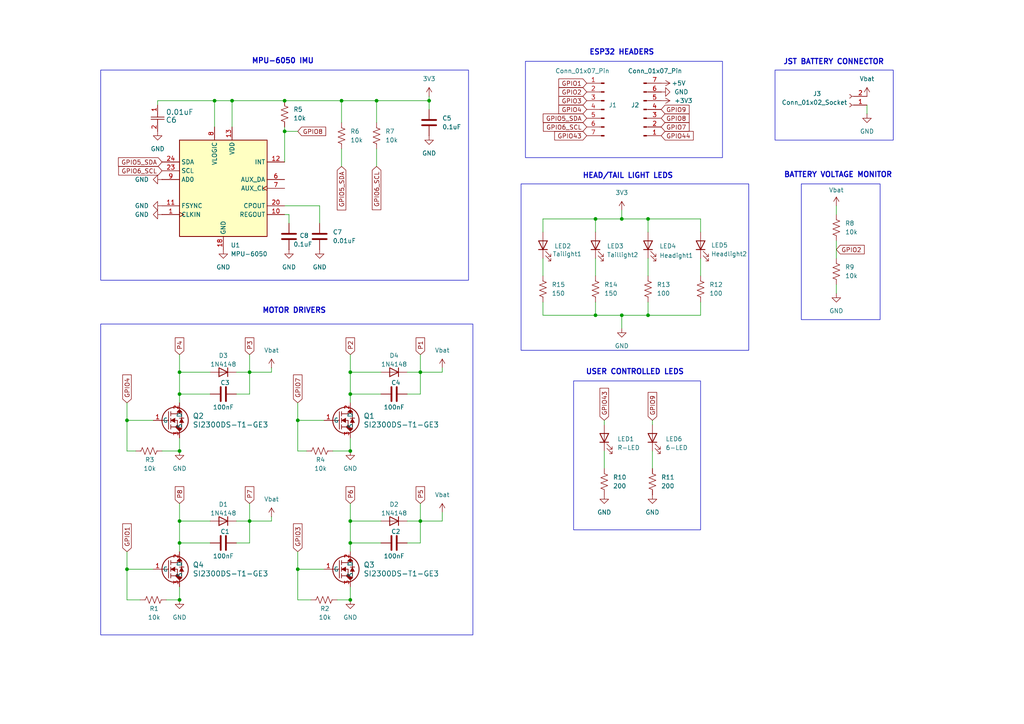
<source format=kicad_sch>
(kicad_sch
	(version 20250114)
	(generator "eeschema")
	(generator_version "9.0")
	(uuid "0b77794a-d2a3-4c9b-8b66-de27e37dbad8")
	(paper "A4")
	(title_block
		(title "ESP32 Drone PCB")
		(date "2025-07-02")
		(rev "Rev1")
	)
	(lib_symbols
		(symbol "2025-06-21_20-35-48:0805PC103KAT1A"
			(pin_names
				(offset 0.254)
			)
			(exclude_from_sim no)
			(in_bom yes)
			(on_board yes)
			(property "Reference" "C"
				(at 3.81 3.81 0)
				(effects
					(font
						(size 1.524 1.524)
					)
				)
			)
			(property "Value" "0805PC103KAT1A"
				(at 3.81 -3.81 0)
				(effects
					(font
						(size 1.524 1.524)
					)
				)
			)
			(property "Footprint" "CAP_0805_AVX"
				(at 0 0 0)
				(effects
					(font
						(size 1.27 1.27)
						(italic yes)
					)
					(hide yes)
				)
			)
			(property "Datasheet" "0805PC103KAT1A"
				(at 0 0 0)
				(effects
					(font
						(size 1.27 1.27)
						(italic yes)
					)
					(hide yes)
				)
			)
			(property "Description" ""
				(at 0 0 0)
				(effects
					(font
						(size 1.27 1.27)
					)
					(hide yes)
				)
			)
			(property "ki_locked" ""
				(at 0 0 0)
				(effects
					(font
						(size 1.27 1.27)
					)
				)
			)
			(property "ki_keywords" "0805PC103KAT1A"
				(at 0 0 0)
				(effects
					(font
						(size 1.27 1.27)
					)
					(hide yes)
				)
			)
			(property "ki_fp_filters" "CAP_0805_AVX CAP_0805_AVX-M CAP_0805_AVX-L"
				(at 0 0 0)
				(effects
					(font
						(size 1.27 1.27)
					)
					(hide yes)
				)
			)
			(symbol "0805PC103KAT1A_1_1"
				(polyline
					(pts
						(xy 2.54 0) (xy 3.4798 0)
					)
					(stroke
						(width 0.2032)
						(type default)
					)
					(fill
						(type none)
					)
				)
				(polyline
					(pts
						(xy 3.4798 -1.905) (xy 3.4798 1.905)
					)
					(stroke
						(width 0.2032)
						(type default)
					)
					(fill
						(type none)
					)
				)
				(polyline
					(pts
						(xy 4.1148 0) (xy 5.08 0)
					)
					(stroke
						(width 0.2032)
						(type default)
					)
					(fill
						(type none)
					)
				)
				(polyline
					(pts
						(xy 4.1148 -1.905) (xy 4.1148 1.905)
					)
					(stroke
						(width 0.2032)
						(type default)
					)
					(fill
						(type none)
					)
				)
				(pin unspecified line
					(at 0 0 0)
					(length 2.54)
					(name ""
						(effects
							(font
								(size 1.27 1.27)
							)
						)
					)
					(number "1"
						(effects
							(font
								(size 1.27 1.27)
							)
						)
					)
				)
				(pin unspecified line
					(at 7.62 0 180)
					(length 2.54)
					(name ""
						(effects
							(font
								(size 1.27 1.27)
							)
						)
					)
					(number "2"
						(effects
							(font
								(size 1.27 1.27)
							)
						)
					)
				)
			)
			(symbol "0805PC103KAT1A_1_2"
				(polyline
					(pts
						(xy -1.905 -3.4798) (xy 1.905 -3.4798)
					)
					(stroke
						(width 0.2032)
						(type default)
					)
					(fill
						(type none)
					)
				)
				(polyline
					(pts
						(xy -1.905 -4.1148) (xy 1.905 -4.1148)
					)
					(stroke
						(width 0.2032)
						(type default)
					)
					(fill
						(type none)
					)
				)
				(polyline
					(pts
						(xy 0 -2.54) (xy 0 -3.4798)
					)
					(stroke
						(width 0.2032)
						(type default)
					)
					(fill
						(type none)
					)
				)
				(polyline
					(pts
						(xy 0 -4.1148) (xy 0 -5.08)
					)
					(stroke
						(width 0.2032)
						(type default)
					)
					(fill
						(type none)
					)
				)
				(pin unspecified line
					(at 0 0 270)
					(length 2.54)
					(name ""
						(effects
							(font
								(size 1.27 1.27)
							)
						)
					)
					(number "1"
						(effects
							(font
								(size 1.27 1.27)
							)
						)
					)
				)
				(pin unspecified line
					(at 0 -7.62 90)
					(length 2.54)
					(name ""
						(effects
							(font
								(size 1.27 1.27)
							)
						)
					)
					(number "2"
						(effects
							(font
								(size 1.27 1.27)
							)
						)
					)
				)
			)
			(embedded_fonts no)
		)
		(symbol "3rdParty_Symbols:SI2300DS-T1-GE3"
			(pin_names
				(offset 0.254)
			)
			(exclude_from_sim no)
			(in_bom yes)
			(on_board yes)
			(property "Reference" "U"
				(at 11.43 1.905 0)
				(effects
					(font
						(size 1.524 1.524)
					)
				)
			)
			(property "Value" "SI2300DS-T1-GE3"
				(at 11.43 -2.54 0)
				(effects
					(font
						(size 1.524 1.524)
					)
				)
			)
			(property "Footprint" "SOT_DS-T1-GE3_VIS"
				(at 0 0 0)
				(effects
					(font
						(size 1.27 1.27)
						(italic yes)
					)
					(hide yes)
				)
			)
			(property "Datasheet" "SI2300DS-T1-GE3"
				(at 0 0 0)
				(effects
					(font
						(size 1.27 1.27)
						(italic yes)
					)
					(hide yes)
				)
			)
			(property "Description" ""
				(at 0 0 0)
				(effects
					(font
						(size 1.27 1.27)
					)
					(hide yes)
				)
			)
			(property "ki_locked" ""
				(at 0 0 0)
				(effects
					(font
						(size 1.27 1.27)
					)
				)
			)
			(property "ki_keywords" "SI2300DS-T1-GE3"
				(at 0 0 0)
				(effects
					(font
						(size 1.27 1.27)
					)
					(hide yes)
				)
			)
			(property "ki_fp_filters" "SOT_DS-T1-GE3_VIS SOT_DS-T1-GE3_VIS-M SOT_DS-T1-GE3_VIS-L"
				(at 0 0 0)
				(effects
					(font
						(size 1.27 1.27)
					)
					(hide yes)
				)
			)
			(symbol "SI2300DS-T1-GE3_0_1"
				(polyline
					(pts
						(xy 2.54 0) (xy 4.445 0)
					)
					(stroke
						(width 0.2032)
						(type default)
					)
					(fill
						(type none)
					)
				)
				(polyline
					(pts
						(xy 4.445 -2.54) (xy 4.445 2.54)
					)
					(stroke
						(width 0.2032)
						(type default)
					)
					(fill
						(type none)
					)
				)
				(polyline
					(pts
						(xy 5.08 1.905) (xy 6.985 1.905)
					)
					(stroke
						(width 0.2032)
						(type default)
					)
					(fill
						(type none)
					)
				)
				(polyline
					(pts
						(xy 5.08 1.27) (xy 5.08 2.54)
					)
					(stroke
						(width 0.2032)
						(type default)
					)
					(fill
						(type none)
					)
				)
				(polyline
					(pts
						(xy 5.08 -0.635) (xy 5.08 0.635)
					)
					(stroke
						(width 0.2032)
						(type default)
					)
					(fill
						(type none)
					)
				)
				(polyline
					(pts
						(xy 5.08 -1.905) (xy 6.985 -1.905)
					)
					(stroke
						(width 0.2032)
						(type default)
					)
					(fill
						(type none)
					)
				)
				(polyline
					(pts
						(xy 5.08 -2.54) (xy 5.08 -1.27)
					)
					(stroke
						(width 0.2032)
						(type default)
					)
					(fill
						(type none)
					)
				)
				(polyline
					(pts
						(xy 6.35 0.635) (xy 5.08 0) (xy 6.35 -0.635)
					)
					(stroke
						(width 0)
						(type default)
					)
					(fill
						(type outline)
					)
				)
				(polyline
					(pts
						(xy 6.35 0) (xy 6.985 0)
					)
					(stroke
						(width 0.2032)
						(type default)
					)
					(fill
						(type none)
					)
				)
				(circle
					(center 6.35 0)
					(radius 3.81)
					(stroke
						(width 0.254)
						(type default)
					)
					(fill
						(type none)
					)
				)
				(polyline
					(pts
						(xy 6.985 2.54) (xy 8.255 2.54)
					)
					(stroke
						(width 0.2032)
						(type default)
					)
					(fill
						(type none)
					)
				)
				(polyline
					(pts
						(xy 6.985 1.905) (xy 6.985 2.54)
					)
					(stroke
						(width 0.2032)
						(type default)
					)
					(fill
						(type none)
					)
				)
				(circle
					(center 6.985 -1.905)
					(radius 0.0254)
					(stroke
						(width 0.508)
						(type default)
					)
					(fill
						(type none)
					)
				)
				(polyline
					(pts
						(xy 6.985 -2.54) (xy 6.985 0)
					)
					(stroke
						(width 0.2032)
						(type default)
					)
					(fill
						(type none)
					)
				)
				(polyline
					(pts
						(xy 6.985 -2.54) (xy 8.255 -2.54)
					)
					(stroke
						(width 0.2032)
						(type default)
					)
					(fill
						(type none)
					)
				)
				(circle
					(center 7.62 2.54)
					(radius 0.0254)
					(stroke
						(width 0.508)
						(type default)
					)
					(fill
						(type none)
					)
				)
				(circle
					(center 7.62 -2.54)
					(radius 0.0254)
					(stroke
						(width 0.508)
						(type default)
					)
					(fill
						(type none)
					)
				)
				(polyline
					(pts
						(xy 8.255 0.635) (xy 8.255 2.54)
					)
					(stroke
						(width 0.2032)
						(type default)
					)
					(fill
						(type none)
					)
				)
				(polyline
					(pts
						(xy 8.255 -2.54) (xy 8.255 -0.635)
					)
					(stroke
						(width 0.2032)
						(type default)
					)
					(fill
						(type none)
					)
				)
				(polyline
					(pts
						(xy 8.89 0.635) (xy 7.62 0.635)
					)
					(stroke
						(width 0.2032)
						(type default)
					)
					(fill
						(type none)
					)
				)
				(polyline
					(pts
						(xy 8.89 -0.635) (xy 7.62 -0.635) (xy 8.255 0.635)
					)
					(stroke
						(width 0)
						(type default)
					)
					(fill
						(type outline)
					)
				)
				(pin unspecified line
					(at 0 0 0)
					(length 2.54)
					(name "G"
						(effects
							(font
								(size 1.27 1.27)
							)
						)
					)
					(number "1"
						(effects
							(font
								(size 1.27 1.27)
							)
						)
					)
				)
				(pin unspecified line
					(at 7.62 5.08 270)
					(length 2.54)
					(name "D"
						(effects
							(font
								(size 1.27 1.27)
							)
						)
					)
					(number "2"
						(effects
							(font
								(size 1.27 1.27)
							)
						)
					)
				)
				(pin unspecified line
					(at 7.62 -5.08 90)
					(length 2.54)
					(name "S"
						(effects
							(font
								(size 1.27 1.27)
							)
						)
					)
					(number "3"
						(effects
							(font
								(size 1.27 1.27)
							)
						)
					)
				)
			)
			(embedded_fonts no)
		)
		(symbol "Connector:Conn_01x02_Socket"
			(pin_names
				(offset 1.016)
				(hide yes)
			)
			(exclude_from_sim no)
			(in_bom yes)
			(on_board yes)
			(property "Reference" "J"
				(at 0 2.54 0)
				(effects
					(font
						(size 1.27 1.27)
					)
				)
			)
			(property "Value" "Conn_01x02_Socket"
				(at 0 -5.08 0)
				(effects
					(font
						(size 1.27 1.27)
					)
				)
			)
			(property "Footprint" ""
				(at 0 0 0)
				(effects
					(font
						(size 1.27 1.27)
					)
					(hide yes)
				)
			)
			(property "Datasheet" "~"
				(at 0 0 0)
				(effects
					(font
						(size 1.27 1.27)
					)
					(hide yes)
				)
			)
			(property "Description" "Generic connector, single row, 01x02, script generated"
				(at 0 0 0)
				(effects
					(font
						(size 1.27 1.27)
					)
					(hide yes)
				)
			)
			(property "ki_locked" ""
				(at 0 0 0)
				(effects
					(font
						(size 1.27 1.27)
					)
				)
			)
			(property "ki_keywords" "connector"
				(at 0 0 0)
				(effects
					(font
						(size 1.27 1.27)
					)
					(hide yes)
				)
			)
			(property "ki_fp_filters" "Connector*:*_1x??_*"
				(at 0 0 0)
				(effects
					(font
						(size 1.27 1.27)
					)
					(hide yes)
				)
			)
			(symbol "Conn_01x02_Socket_1_1"
				(polyline
					(pts
						(xy -1.27 0) (xy -0.508 0)
					)
					(stroke
						(width 0.1524)
						(type default)
					)
					(fill
						(type none)
					)
				)
				(polyline
					(pts
						(xy -1.27 -2.54) (xy -0.508 -2.54)
					)
					(stroke
						(width 0.1524)
						(type default)
					)
					(fill
						(type none)
					)
				)
				(arc
					(start 0 -0.508)
					(mid -0.5058 0)
					(end 0 0.508)
					(stroke
						(width 0.1524)
						(type default)
					)
					(fill
						(type none)
					)
				)
				(arc
					(start 0 -3.048)
					(mid -0.5058 -2.54)
					(end 0 -2.032)
					(stroke
						(width 0.1524)
						(type default)
					)
					(fill
						(type none)
					)
				)
				(pin passive line
					(at -5.08 0 0)
					(length 3.81)
					(name "Pin_1"
						(effects
							(font
								(size 1.27 1.27)
							)
						)
					)
					(number "1"
						(effects
							(font
								(size 1.27 1.27)
							)
						)
					)
				)
				(pin passive line
					(at -5.08 -2.54 0)
					(length 3.81)
					(name "Pin_2"
						(effects
							(font
								(size 1.27 1.27)
							)
						)
					)
					(number "2"
						(effects
							(font
								(size 1.27 1.27)
							)
						)
					)
				)
			)
			(embedded_fonts no)
		)
		(symbol "Connector:Conn_01x07_Pin"
			(pin_names
				(offset 1.016)
				(hide yes)
			)
			(exclude_from_sim no)
			(in_bom yes)
			(on_board yes)
			(property "Reference" "J"
				(at 0 10.16 0)
				(effects
					(font
						(size 1.27 1.27)
					)
				)
			)
			(property "Value" "Conn_01x07_Pin"
				(at 0 -10.16 0)
				(effects
					(font
						(size 1.27 1.27)
					)
				)
			)
			(property "Footprint" ""
				(at 0 0 0)
				(effects
					(font
						(size 1.27 1.27)
					)
					(hide yes)
				)
			)
			(property "Datasheet" "~"
				(at 0 0 0)
				(effects
					(font
						(size 1.27 1.27)
					)
					(hide yes)
				)
			)
			(property "Description" "Generic connector, single row, 01x07, script generated"
				(at 0 0 0)
				(effects
					(font
						(size 1.27 1.27)
					)
					(hide yes)
				)
			)
			(property "ki_locked" ""
				(at 0 0 0)
				(effects
					(font
						(size 1.27 1.27)
					)
				)
			)
			(property "ki_keywords" "connector"
				(at 0 0 0)
				(effects
					(font
						(size 1.27 1.27)
					)
					(hide yes)
				)
			)
			(property "ki_fp_filters" "Connector*:*_1x??_*"
				(at 0 0 0)
				(effects
					(font
						(size 1.27 1.27)
					)
					(hide yes)
				)
			)
			(symbol "Conn_01x07_Pin_1_1"
				(rectangle
					(start 0.8636 7.747)
					(end 0 7.493)
					(stroke
						(width 0.1524)
						(type default)
					)
					(fill
						(type outline)
					)
				)
				(rectangle
					(start 0.8636 5.207)
					(end 0 4.953)
					(stroke
						(width 0.1524)
						(type default)
					)
					(fill
						(type outline)
					)
				)
				(rectangle
					(start 0.8636 2.667)
					(end 0 2.413)
					(stroke
						(width 0.1524)
						(type default)
					)
					(fill
						(type outline)
					)
				)
				(rectangle
					(start 0.8636 0.127)
					(end 0 -0.127)
					(stroke
						(width 0.1524)
						(type default)
					)
					(fill
						(type outline)
					)
				)
				(rectangle
					(start 0.8636 -2.413)
					(end 0 -2.667)
					(stroke
						(width 0.1524)
						(type default)
					)
					(fill
						(type outline)
					)
				)
				(rectangle
					(start 0.8636 -4.953)
					(end 0 -5.207)
					(stroke
						(width 0.1524)
						(type default)
					)
					(fill
						(type outline)
					)
				)
				(rectangle
					(start 0.8636 -7.493)
					(end 0 -7.747)
					(stroke
						(width 0.1524)
						(type default)
					)
					(fill
						(type outline)
					)
				)
				(polyline
					(pts
						(xy 1.27 7.62) (xy 0.8636 7.62)
					)
					(stroke
						(width 0.1524)
						(type default)
					)
					(fill
						(type none)
					)
				)
				(polyline
					(pts
						(xy 1.27 5.08) (xy 0.8636 5.08)
					)
					(stroke
						(width 0.1524)
						(type default)
					)
					(fill
						(type none)
					)
				)
				(polyline
					(pts
						(xy 1.27 2.54) (xy 0.8636 2.54)
					)
					(stroke
						(width 0.1524)
						(type default)
					)
					(fill
						(type none)
					)
				)
				(polyline
					(pts
						(xy 1.27 0) (xy 0.8636 0)
					)
					(stroke
						(width 0.1524)
						(type default)
					)
					(fill
						(type none)
					)
				)
				(polyline
					(pts
						(xy 1.27 -2.54) (xy 0.8636 -2.54)
					)
					(stroke
						(width 0.1524)
						(type default)
					)
					(fill
						(type none)
					)
				)
				(polyline
					(pts
						(xy 1.27 -5.08) (xy 0.8636 -5.08)
					)
					(stroke
						(width 0.1524)
						(type default)
					)
					(fill
						(type none)
					)
				)
				(polyline
					(pts
						(xy 1.27 -7.62) (xy 0.8636 -7.62)
					)
					(stroke
						(width 0.1524)
						(type default)
					)
					(fill
						(type none)
					)
				)
				(pin passive line
					(at 5.08 7.62 180)
					(length 3.81)
					(name "Pin_1"
						(effects
							(font
								(size 1.27 1.27)
							)
						)
					)
					(number "1"
						(effects
							(font
								(size 1.27 1.27)
							)
						)
					)
				)
				(pin passive line
					(at 5.08 5.08 180)
					(length 3.81)
					(name "Pin_2"
						(effects
							(font
								(size 1.27 1.27)
							)
						)
					)
					(number "2"
						(effects
							(font
								(size 1.27 1.27)
							)
						)
					)
				)
				(pin passive line
					(at 5.08 2.54 180)
					(length 3.81)
					(name "Pin_3"
						(effects
							(font
								(size 1.27 1.27)
							)
						)
					)
					(number "3"
						(effects
							(font
								(size 1.27 1.27)
							)
						)
					)
				)
				(pin passive line
					(at 5.08 0 180)
					(length 3.81)
					(name "Pin_4"
						(effects
							(font
								(size 1.27 1.27)
							)
						)
					)
					(number "4"
						(effects
							(font
								(size 1.27 1.27)
							)
						)
					)
				)
				(pin passive line
					(at 5.08 -2.54 180)
					(length 3.81)
					(name "Pin_5"
						(effects
							(font
								(size 1.27 1.27)
							)
						)
					)
					(number "5"
						(effects
							(font
								(size 1.27 1.27)
							)
						)
					)
				)
				(pin passive line
					(at 5.08 -5.08 180)
					(length 3.81)
					(name "Pin_6"
						(effects
							(font
								(size 1.27 1.27)
							)
						)
					)
					(number "6"
						(effects
							(font
								(size 1.27 1.27)
							)
						)
					)
				)
				(pin passive line
					(at 5.08 -7.62 180)
					(length 3.81)
					(name "Pin_7"
						(effects
							(font
								(size 1.27 1.27)
							)
						)
					)
					(number "7"
						(effects
							(font
								(size 1.27 1.27)
							)
						)
					)
				)
			)
			(embedded_fonts no)
		)
		(symbol "Device:C"
			(pin_numbers
				(hide yes)
			)
			(pin_names
				(offset 0.254)
			)
			(exclude_from_sim no)
			(in_bom yes)
			(on_board yes)
			(property "Reference" "C"
				(at 0.635 2.54 0)
				(effects
					(font
						(size 1.27 1.27)
					)
					(justify left)
				)
			)
			(property "Value" "C"
				(at 0.635 -2.54 0)
				(effects
					(font
						(size 1.27 1.27)
					)
					(justify left)
				)
			)
			(property "Footprint" ""
				(at 0.9652 -3.81 0)
				(effects
					(font
						(size 1.27 1.27)
					)
					(hide yes)
				)
			)
			(property "Datasheet" "~"
				(at 0 0 0)
				(effects
					(font
						(size 1.27 1.27)
					)
					(hide yes)
				)
			)
			(property "Description" "Unpolarized capacitor"
				(at 0 0 0)
				(effects
					(font
						(size 1.27 1.27)
					)
					(hide yes)
				)
			)
			(property "ki_keywords" "cap capacitor"
				(at 0 0 0)
				(effects
					(font
						(size 1.27 1.27)
					)
					(hide yes)
				)
			)
			(property "ki_fp_filters" "C_*"
				(at 0 0 0)
				(effects
					(font
						(size 1.27 1.27)
					)
					(hide yes)
				)
			)
			(symbol "C_0_1"
				(polyline
					(pts
						(xy -2.032 0.762) (xy 2.032 0.762)
					)
					(stroke
						(width 0.508)
						(type default)
					)
					(fill
						(type none)
					)
				)
				(polyline
					(pts
						(xy -2.032 -0.762) (xy 2.032 -0.762)
					)
					(stroke
						(width 0.508)
						(type default)
					)
					(fill
						(type none)
					)
				)
			)
			(symbol "C_1_1"
				(pin passive line
					(at 0 3.81 270)
					(length 2.794)
					(name "~"
						(effects
							(font
								(size 1.27 1.27)
							)
						)
					)
					(number "1"
						(effects
							(font
								(size 1.27 1.27)
							)
						)
					)
				)
				(pin passive line
					(at 0 -3.81 90)
					(length 2.794)
					(name "~"
						(effects
							(font
								(size 1.27 1.27)
							)
						)
					)
					(number "2"
						(effects
							(font
								(size 1.27 1.27)
							)
						)
					)
				)
			)
			(embedded_fonts no)
		)
		(symbol "Device:D"
			(pin_numbers
				(hide yes)
			)
			(pin_names
				(offset 1.016)
				(hide yes)
			)
			(exclude_from_sim no)
			(in_bom yes)
			(on_board yes)
			(property "Reference" "D"
				(at 0 2.54 0)
				(effects
					(font
						(size 1.27 1.27)
					)
				)
			)
			(property "Value" "D"
				(at 0 -2.54 0)
				(effects
					(font
						(size 1.27 1.27)
					)
				)
			)
			(property "Footprint" ""
				(at 0 0 0)
				(effects
					(font
						(size 1.27 1.27)
					)
					(hide yes)
				)
			)
			(property "Datasheet" "~"
				(at 0 0 0)
				(effects
					(font
						(size 1.27 1.27)
					)
					(hide yes)
				)
			)
			(property "Description" "Diode"
				(at 0 0 0)
				(effects
					(font
						(size 1.27 1.27)
					)
					(hide yes)
				)
			)
			(property "Sim.Device" "D"
				(at 0 0 0)
				(effects
					(font
						(size 1.27 1.27)
					)
					(hide yes)
				)
			)
			(property "Sim.Pins" "1=K 2=A"
				(at 0 0 0)
				(effects
					(font
						(size 1.27 1.27)
					)
					(hide yes)
				)
			)
			(property "ki_keywords" "diode"
				(at 0 0 0)
				(effects
					(font
						(size 1.27 1.27)
					)
					(hide yes)
				)
			)
			(property "ki_fp_filters" "TO-???* *_Diode_* *SingleDiode* D_*"
				(at 0 0 0)
				(effects
					(font
						(size 1.27 1.27)
					)
					(hide yes)
				)
			)
			(symbol "D_0_1"
				(polyline
					(pts
						(xy -1.27 1.27) (xy -1.27 -1.27)
					)
					(stroke
						(width 0.254)
						(type default)
					)
					(fill
						(type none)
					)
				)
				(polyline
					(pts
						(xy 1.27 1.27) (xy 1.27 -1.27) (xy -1.27 0) (xy 1.27 1.27)
					)
					(stroke
						(width 0.254)
						(type default)
					)
					(fill
						(type none)
					)
				)
				(polyline
					(pts
						(xy 1.27 0) (xy -1.27 0)
					)
					(stroke
						(width 0)
						(type default)
					)
					(fill
						(type none)
					)
				)
			)
			(symbol "D_1_1"
				(pin passive line
					(at -3.81 0 0)
					(length 2.54)
					(name "K"
						(effects
							(font
								(size 1.27 1.27)
							)
						)
					)
					(number "1"
						(effects
							(font
								(size 1.27 1.27)
							)
						)
					)
				)
				(pin passive line
					(at 3.81 0 180)
					(length 2.54)
					(name "A"
						(effects
							(font
								(size 1.27 1.27)
							)
						)
					)
					(number "2"
						(effects
							(font
								(size 1.27 1.27)
							)
						)
					)
				)
			)
			(embedded_fonts no)
		)
		(symbol "Device:LED"
			(pin_numbers
				(hide yes)
			)
			(pin_names
				(offset 1.016)
				(hide yes)
			)
			(exclude_from_sim no)
			(in_bom yes)
			(on_board yes)
			(property "Reference" "D"
				(at 0 2.54 0)
				(effects
					(font
						(size 1.27 1.27)
					)
				)
			)
			(property "Value" "LED"
				(at 0 -2.54 0)
				(effects
					(font
						(size 1.27 1.27)
					)
				)
			)
			(property "Footprint" ""
				(at 0 0 0)
				(effects
					(font
						(size 1.27 1.27)
					)
					(hide yes)
				)
			)
			(property "Datasheet" "~"
				(at 0 0 0)
				(effects
					(font
						(size 1.27 1.27)
					)
					(hide yes)
				)
			)
			(property "Description" "Light emitting diode"
				(at 0 0 0)
				(effects
					(font
						(size 1.27 1.27)
					)
					(hide yes)
				)
			)
			(property "Sim.Pins" "1=K 2=A"
				(at 0 0 0)
				(effects
					(font
						(size 1.27 1.27)
					)
					(hide yes)
				)
			)
			(property "ki_keywords" "LED diode"
				(at 0 0 0)
				(effects
					(font
						(size 1.27 1.27)
					)
					(hide yes)
				)
			)
			(property "ki_fp_filters" "LED* LED_SMD:* LED_THT:*"
				(at 0 0 0)
				(effects
					(font
						(size 1.27 1.27)
					)
					(hide yes)
				)
			)
			(symbol "LED_0_1"
				(polyline
					(pts
						(xy -3.048 -0.762) (xy -4.572 -2.286) (xy -3.81 -2.286) (xy -4.572 -2.286) (xy -4.572 -1.524)
					)
					(stroke
						(width 0)
						(type default)
					)
					(fill
						(type none)
					)
				)
				(polyline
					(pts
						(xy -1.778 -0.762) (xy -3.302 -2.286) (xy -2.54 -2.286) (xy -3.302 -2.286) (xy -3.302 -1.524)
					)
					(stroke
						(width 0)
						(type default)
					)
					(fill
						(type none)
					)
				)
				(polyline
					(pts
						(xy -1.27 0) (xy 1.27 0)
					)
					(stroke
						(width 0)
						(type default)
					)
					(fill
						(type none)
					)
				)
				(polyline
					(pts
						(xy -1.27 -1.27) (xy -1.27 1.27)
					)
					(stroke
						(width 0.254)
						(type default)
					)
					(fill
						(type none)
					)
				)
				(polyline
					(pts
						(xy 1.27 -1.27) (xy 1.27 1.27) (xy -1.27 0) (xy 1.27 -1.27)
					)
					(stroke
						(width 0.254)
						(type default)
					)
					(fill
						(type none)
					)
				)
			)
			(symbol "LED_1_1"
				(pin passive line
					(at -3.81 0 0)
					(length 2.54)
					(name "K"
						(effects
							(font
								(size 1.27 1.27)
							)
						)
					)
					(number "1"
						(effects
							(font
								(size 1.27 1.27)
							)
						)
					)
				)
				(pin passive line
					(at 3.81 0 180)
					(length 2.54)
					(name "A"
						(effects
							(font
								(size 1.27 1.27)
							)
						)
					)
					(number "2"
						(effects
							(font
								(size 1.27 1.27)
							)
						)
					)
				)
			)
			(embedded_fonts no)
		)
		(symbol "Device:R_US"
			(pin_numbers
				(hide yes)
			)
			(pin_names
				(offset 0)
			)
			(exclude_from_sim no)
			(in_bom yes)
			(on_board yes)
			(property "Reference" "R"
				(at 2.54 0 90)
				(effects
					(font
						(size 1.27 1.27)
					)
				)
			)
			(property "Value" "R_US"
				(at -2.54 0 90)
				(effects
					(font
						(size 1.27 1.27)
					)
				)
			)
			(property "Footprint" ""
				(at 1.016 -0.254 90)
				(effects
					(font
						(size 1.27 1.27)
					)
					(hide yes)
				)
			)
			(property "Datasheet" "~"
				(at 0 0 0)
				(effects
					(font
						(size 1.27 1.27)
					)
					(hide yes)
				)
			)
			(property "Description" "Resistor, US symbol"
				(at 0 0 0)
				(effects
					(font
						(size 1.27 1.27)
					)
					(hide yes)
				)
			)
			(property "ki_keywords" "R res resistor"
				(at 0 0 0)
				(effects
					(font
						(size 1.27 1.27)
					)
					(hide yes)
				)
			)
			(property "ki_fp_filters" "R_*"
				(at 0 0 0)
				(effects
					(font
						(size 1.27 1.27)
					)
					(hide yes)
				)
			)
			(symbol "R_US_0_1"
				(polyline
					(pts
						(xy 0 2.286) (xy 0 2.54)
					)
					(stroke
						(width 0)
						(type default)
					)
					(fill
						(type none)
					)
				)
				(polyline
					(pts
						(xy 0 2.286) (xy 1.016 1.905) (xy 0 1.524) (xy -1.016 1.143) (xy 0 0.762)
					)
					(stroke
						(width 0)
						(type default)
					)
					(fill
						(type none)
					)
				)
				(polyline
					(pts
						(xy 0 0.762) (xy 1.016 0.381) (xy 0 0) (xy -1.016 -0.381) (xy 0 -0.762)
					)
					(stroke
						(width 0)
						(type default)
					)
					(fill
						(type none)
					)
				)
				(polyline
					(pts
						(xy 0 -0.762) (xy 1.016 -1.143) (xy 0 -1.524) (xy -1.016 -1.905) (xy 0 -2.286)
					)
					(stroke
						(width 0)
						(type default)
					)
					(fill
						(type none)
					)
				)
				(polyline
					(pts
						(xy 0 -2.286) (xy 0 -2.54)
					)
					(stroke
						(width 0)
						(type default)
					)
					(fill
						(type none)
					)
				)
			)
			(symbol "R_US_1_1"
				(pin passive line
					(at 0 3.81 270)
					(length 1.27)
					(name "~"
						(effects
							(font
								(size 1.27 1.27)
							)
						)
					)
					(number "1"
						(effects
							(font
								(size 1.27 1.27)
							)
						)
					)
				)
				(pin passive line
					(at 0 -3.81 90)
					(length 1.27)
					(name "~"
						(effects
							(font
								(size 1.27 1.27)
							)
						)
					)
					(number "2"
						(effects
							(font
								(size 1.27 1.27)
							)
						)
					)
				)
			)
			(embedded_fonts no)
		)
		(symbol "Sensor_Motion:MPU-6050"
			(exclude_from_sim no)
			(in_bom yes)
			(on_board yes)
			(property "Reference" "U"
				(at -11.43 13.97 0)
				(effects
					(font
						(size 1.27 1.27)
					)
				)
			)
			(property "Value" "MPU-6050"
				(at 7.62 -15.24 0)
				(effects
					(font
						(size 1.27 1.27)
					)
				)
			)
			(property "Footprint" "Sensor_Motion:InvenSense_QFN-24_4x4mm_P0.5mm"
				(at 0 -20.32 0)
				(effects
					(font
						(size 1.27 1.27)
					)
					(hide yes)
				)
			)
			(property "Datasheet" "https://invensense.tdk.com/wp-content/uploads/2015/02/MPU-6000-Datasheet1.pdf"
				(at 0 -3.81 0)
				(effects
					(font
						(size 1.27 1.27)
					)
					(hide yes)
				)
			)
			(property "Description" "InvenSense 6-Axis Motion Sensor, Gyroscope, Accelerometer, I2C"
				(at 0 0 0)
				(effects
					(font
						(size 1.27 1.27)
					)
					(hide yes)
				)
			)
			(property "ki_keywords" "mems"
				(at 0 0 0)
				(effects
					(font
						(size 1.27 1.27)
					)
					(hide yes)
				)
			)
			(property "ki_fp_filters" "*QFN*4x4mm*P0.5mm*"
				(at 0 0 0)
				(effects
					(font
						(size 1.27 1.27)
					)
					(hide yes)
				)
			)
			(symbol "MPU-6050_0_0"
				(text ""
					(at 12.7 -2.54 0)
					(effects
						(font
							(size 1.27 1.27)
						)
					)
				)
			)
			(symbol "MPU-6050_0_1"
				(rectangle
					(start -12.7 13.97)
					(end 12.7 -13.97)
					(stroke
						(width 0.254)
						(type default)
					)
					(fill
						(type background)
					)
				)
			)
			(symbol "MPU-6050_1_1"
				(pin bidirectional line
					(at -17.78 7.62 0)
					(length 5.08)
					(name "SDA"
						(effects
							(font
								(size 1.27 1.27)
							)
						)
					)
					(number "24"
						(effects
							(font
								(size 1.27 1.27)
							)
						)
					)
				)
				(pin input line
					(at -17.78 5.08 0)
					(length 5.08)
					(name "SCL"
						(effects
							(font
								(size 1.27 1.27)
							)
						)
					)
					(number "23"
						(effects
							(font
								(size 1.27 1.27)
							)
						)
					)
				)
				(pin input line
					(at -17.78 2.54 0)
					(length 5.08)
					(name "AD0"
						(effects
							(font
								(size 1.27 1.27)
							)
						)
					)
					(number "9"
						(effects
							(font
								(size 1.27 1.27)
							)
						)
					)
				)
				(pin input line
					(at -17.78 -5.08 0)
					(length 5.08)
					(name "FSYNC"
						(effects
							(font
								(size 1.27 1.27)
							)
						)
					)
					(number "11"
						(effects
							(font
								(size 1.27 1.27)
							)
						)
					)
				)
				(pin input clock
					(at -17.78 -7.62 0)
					(length 5.08)
					(name "CLKIN"
						(effects
							(font
								(size 1.27 1.27)
							)
						)
					)
					(number "1"
						(effects
							(font
								(size 1.27 1.27)
							)
						)
					)
				)
				(pin no_connect line
					(at -12.7 12.7 0)
					(length 2.54)
					(hide yes)
					(name "NC"
						(effects
							(font
								(size 1.27 1.27)
							)
						)
					)
					(number "2"
						(effects
							(font
								(size 1.27 1.27)
							)
						)
					)
				)
				(pin no_connect line
					(at -12.7 10.16 0)
					(length 2.54)
					(hide yes)
					(name "NC"
						(effects
							(font
								(size 1.27 1.27)
							)
						)
					)
					(number "3"
						(effects
							(font
								(size 1.27 1.27)
							)
						)
					)
				)
				(pin no_connect line
					(at -12.7 0 0)
					(length 2.54)
					(hide yes)
					(name "NC"
						(effects
							(font
								(size 1.27 1.27)
							)
						)
					)
					(number "4"
						(effects
							(font
								(size 1.27 1.27)
							)
						)
					)
				)
				(pin no_connect line
					(at -12.7 -2.54 0)
					(length 2.54)
					(hide yes)
					(name "NC"
						(effects
							(font
								(size 1.27 1.27)
							)
						)
					)
					(number "5"
						(effects
							(font
								(size 1.27 1.27)
							)
						)
					)
				)
				(pin no_connect line
					(at -12.7 -10.16 0)
					(length 2.54)
					(hide yes)
					(name "NC"
						(effects
							(font
								(size 1.27 1.27)
							)
						)
					)
					(number "14"
						(effects
							(font
								(size 1.27 1.27)
							)
						)
					)
				)
				(pin power_in line
					(at -2.54 17.78 270)
					(length 3.81)
					(name "VLOGIC"
						(effects
							(font
								(size 1.27 1.27)
							)
						)
					)
					(number "8"
						(effects
							(font
								(size 1.27 1.27)
							)
						)
					)
				)
				(pin power_in line
					(at 0 -17.78 90)
					(length 3.81)
					(name "GND"
						(effects
							(font
								(size 1.27 1.27)
							)
						)
					)
					(number "18"
						(effects
							(font
								(size 1.27 1.27)
							)
						)
					)
				)
				(pin power_in line
					(at 2.54 17.78 270)
					(length 3.81)
					(name "VDD"
						(effects
							(font
								(size 1.27 1.27)
							)
						)
					)
					(number "13"
						(effects
							(font
								(size 1.27 1.27)
							)
						)
					)
				)
				(pin no_connect line
					(at 12.7 12.7 180)
					(length 2.54)
					(hide yes)
					(name "NC"
						(effects
							(font
								(size 1.27 1.27)
							)
						)
					)
					(number "15"
						(effects
							(font
								(size 1.27 1.27)
							)
						)
					)
				)
				(pin no_connect line
					(at 12.7 10.16 180)
					(length 2.54)
					(hide yes)
					(name "NC"
						(effects
							(font
								(size 1.27 1.27)
							)
						)
					)
					(number "16"
						(effects
							(font
								(size 1.27 1.27)
							)
						)
					)
				)
				(pin no_connect line
					(at 12.7 5.08 180)
					(length 2.54)
					(hide yes)
					(name "NC"
						(effects
							(font
								(size 1.27 1.27)
							)
						)
					)
					(number "17"
						(effects
							(font
								(size 1.27 1.27)
							)
						)
					)
				)
				(pin no_connect line
					(at 12.7 -2.54 180)
					(length 2.54)
					(hide yes)
					(name "RESV"
						(effects
							(font
								(size 1.27 1.27)
							)
						)
					)
					(number "21"
						(effects
							(font
								(size 1.27 1.27)
							)
						)
					)
				)
				(pin no_connect line
					(at 12.7 -10.16 180)
					(length 2.54)
					(hide yes)
					(name "RESV"
						(effects
							(font
								(size 1.27 1.27)
							)
						)
					)
					(number "19"
						(effects
							(font
								(size 1.27 1.27)
							)
						)
					)
				)
				(pin no_connect line
					(at 12.7 -12.7 180)
					(length 2.54)
					(hide yes)
					(name "RESV"
						(effects
							(font
								(size 1.27 1.27)
							)
						)
					)
					(number "22"
						(effects
							(font
								(size 1.27 1.27)
							)
						)
					)
				)
				(pin output line
					(at 17.78 7.62 180)
					(length 5.08)
					(name "INT"
						(effects
							(font
								(size 1.27 1.27)
							)
						)
					)
					(number "12"
						(effects
							(font
								(size 1.27 1.27)
							)
						)
					)
				)
				(pin bidirectional line
					(at 17.78 2.54 180)
					(length 5.08)
					(name "AUX_DA"
						(effects
							(font
								(size 1.27 1.27)
							)
						)
					)
					(number "6"
						(effects
							(font
								(size 1.27 1.27)
							)
						)
					)
				)
				(pin output clock
					(at 17.78 0 180)
					(length 5.08)
					(name "AUX_CL"
						(effects
							(font
								(size 1.27 1.27)
							)
						)
					)
					(number "7"
						(effects
							(font
								(size 1.27 1.27)
							)
						)
					)
				)
				(pin passive line
					(at 17.78 -5.08 180)
					(length 5.08)
					(name "CPOUT"
						(effects
							(font
								(size 1.27 1.27)
							)
						)
					)
					(number "20"
						(effects
							(font
								(size 1.27 1.27)
							)
						)
					)
				)
				(pin passive line
					(at 17.78 -7.62 180)
					(length 5.08)
					(name "REGOUT"
						(effects
							(font
								(size 1.27 1.27)
							)
						)
					)
					(number "10"
						(effects
							(font
								(size 1.27 1.27)
							)
						)
					)
				)
			)
			(embedded_fonts no)
		)
		(symbol "power:+3V3"
			(power)
			(pin_numbers
				(hide yes)
			)
			(pin_names
				(offset 0)
				(hide yes)
			)
			(exclude_from_sim no)
			(in_bom yes)
			(on_board yes)
			(property "Reference" "#PWR"
				(at 0 -3.81 0)
				(effects
					(font
						(size 1.27 1.27)
					)
					(hide yes)
				)
			)
			(property "Value" "+3V3"
				(at 0 3.556 0)
				(effects
					(font
						(size 1.27 1.27)
					)
				)
			)
			(property "Footprint" ""
				(at 0 0 0)
				(effects
					(font
						(size 1.27 1.27)
					)
					(hide yes)
				)
			)
			(property "Datasheet" ""
				(at 0 0 0)
				(effects
					(font
						(size 1.27 1.27)
					)
					(hide yes)
				)
			)
			(property "Description" "Power symbol creates a global label with name \"+3V3\""
				(at 0 0 0)
				(effects
					(font
						(size 1.27 1.27)
					)
					(hide yes)
				)
			)
			(property "ki_keywords" "global power"
				(at 0 0 0)
				(effects
					(font
						(size 1.27 1.27)
					)
					(hide yes)
				)
			)
			(symbol "+3V3_0_1"
				(polyline
					(pts
						(xy -0.762 1.27) (xy 0 2.54)
					)
					(stroke
						(width 0)
						(type default)
					)
					(fill
						(type none)
					)
				)
				(polyline
					(pts
						(xy 0 2.54) (xy 0.762 1.27)
					)
					(stroke
						(width 0)
						(type default)
					)
					(fill
						(type none)
					)
				)
				(polyline
					(pts
						(xy 0 0) (xy 0 2.54)
					)
					(stroke
						(width 0)
						(type default)
					)
					(fill
						(type none)
					)
				)
			)
			(symbol "+3V3_1_1"
				(pin power_in line
					(at 0 0 90)
					(length 0)
					(name "~"
						(effects
							(font
								(size 1.27 1.27)
							)
						)
					)
					(number "1"
						(effects
							(font
								(size 1.27 1.27)
							)
						)
					)
				)
			)
			(embedded_fonts no)
		)
		(symbol "power:+5V"
			(power)
			(pin_numbers
				(hide yes)
			)
			(pin_names
				(offset 0)
				(hide yes)
			)
			(exclude_from_sim no)
			(in_bom yes)
			(on_board yes)
			(property "Reference" "#PWR"
				(at 0 -3.81 0)
				(effects
					(font
						(size 1.27 1.27)
					)
					(hide yes)
				)
			)
			(property "Value" "+5V"
				(at 0 3.556 0)
				(effects
					(font
						(size 1.27 1.27)
					)
				)
			)
			(property "Footprint" ""
				(at 0 0 0)
				(effects
					(font
						(size 1.27 1.27)
					)
					(hide yes)
				)
			)
			(property "Datasheet" ""
				(at 0 0 0)
				(effects
					(font
						(size 1.27 1.27)
					)
					(hide yes)
				)
			)
			(property "Description" "Power symbol creates a global label with name \"+5V\""
				(at 0 0 0)
				(effects
					(font
						(size 1.27 1.27)
					)
					(hide yes)
				)
			)
			(property "ki_keywords" "global power"
				(at 0 0 0)
				(effects
					(font
						(size 1.27 1.27)
					)
					(hide yes)
				)
			)
			(symbol "+5V_0_1"
				(polyline
					(pts
						(xy -0.762 1.27) (xy 0 2.54)
					)
					(stroke
						(width 0)
						(type default)
					)
					(fill
						(type none)
					)
				)
				(polyline
					(pts
						(xy 0 2.54) (xy 0.762 1.27)
					)
					(stroke
						(width 0)
						(type default)
					)
					(fill
						(type none)
					)
				)
				(polyline
					(pts
						(xy 0 0) (xy 0 2.54)
					)
					(stroke
						(width 0)
						(type default)
					)
					(fill
						(type none)
					)
				)
			)
			(symbol "+5V_1_1"
				(pin power_in line
					(at 0 0 90)
					(length 0)
					(name "~"
						(effects
							(font
								(size 1.27 1.27)
							)
						)
					)
					(number "1"
						(effects
							(font
								(size 1.27 1.27)
							)
						)
					)
				)
			)
			(embedded_fonts no)
		)
		(symbol "power:GND"
			(power)
			(pin_numbers
				(hide yes)
			)
			(pin_names
				(offset 0)
				(hide yes)
			)
			(exclude_from_sim no)
			(in_bom yes)
			(on_board yes)
			(property "Reference" "#PWR"
				(at 0 -6.35 0)
				(effects
					(font
						(size 1.27 1.27)
					)
					(hide yes)
				)
			)
			(property "Value" "GND"
				(at 0 -3.81 0)
				(effects
					(font
						(size 1.27 1.27)
					)
				)
			)
			(property "Footprint" ""
				(at 0 0 0)
				(effects
					(font
						(size 1.27 1.27)
					)
					(hide yes)
				)
			)
			(property "Datasheet" ""
				(at 0 0 0)
				(effects
					(font
						(size 1.27 1.27)
					)
					(hide yes)
				)
			)
			(property "Description" "Power symbol creates a global label with name \"GND\" , ground"
				(at 0 0 0)
				(effects
					(font
						(size 1.27 1.27)
					)
					(hide yes)
				)
			)
			(property "ki_keywords" "global power"
				(at 0 0 0)
				(effects
					(font
						(size 1.27 1.27)
					)
					(hide yes)
				)
			)
			(symbol "GND_0_1"
				(polyline
					(pts
						(xy 0 0) (xy 0 -1.27) (xy 1.27 -1.27) (xy 0 -2.54) (xy -1.27 -1.27) (xy 0 -1.27)
					)
					(stroke
						(width 0)
						(type default)
					)
					(fill
						(type none)
					)
				)
			)
			(symbol "GND_1_1"
				(pin power_in line
					(at 0 0 270)
					(length 0)
					(name "~"
						(effects
							(font
								(size 1.27 1.27)
							)
						)
					)
					(number "1"
						(effects
							(font
								(size 1.27 1.27)
							)
						)
					)
				)
			)
			(embedded_fonts no)
		)
		(symbol "power:VCC"
			(power)
			(pin_numbers
				(hide yes)
			)
			(pin_names
				(offset 0)
				(hide yes)
			)
			(exclude_from_sim no)
			(in_bom yes)
			(on_board yes)
			(property "Reference" "#PWR"
				(at 0 -3.81 0)
				(effects
					(font
						(size 1.27 1.27)
					)
					(hide yes)
				)
			)
			(property "Value" "VCC"
				(at 0 3.556 0)
				(effects
					(font
						(size 1.27 1.27)
					)
				)
			)
			(property "Footprint" ""
				(at 0 0 0)
				(effects
					(font
						(size 1.27 1.27)
					)
					(hide yes)
				)
			)
			(property "Datasheet" ""
				(at 0 0 0)
				(effects
					(font
						(size 1.27 1.27)
					)
					(hide yes)
				)
			)
			(property "Description" "Power symbol creates a global label with name \"VCC\""
				(at 0 0 0)
				(effects
					(font
						(size 1.27 1.27)
					)
					(hide yes)
				)
			)
			(property "ki_keywords" "global power"
				(at 0 0 0)
				(effects
					(font
						(size 1.27 1.27)
					)
					(hide yes)
				)
			)
			(symbol "VCC_0_1"
				(polyline
					(pts
						(xy -0.762 1.27) (xy 0 2.54)
					)
					(stroke
						(width 0)
						(type default)
					)
					(fill
						(type none)
					)
				)
				(polyline
					(pts
						(xy 0 2.54) (xy 0.762 1.27)
					)
					(stroke
						(width 0)
						(type default)
					)
					(fill
						(type none)
					)
				)
				(polyline
					(pts
						(xy 0 0) (xy 0 2.54)
					)
					(stroke
						(width 0)
						(type default)
					)
					(fill
						(type none)
					)
				)
			)
			(symbol "VCC_1_1"
				(pin power_in line
					(at 0 0 90)
					(length 0)
					(name "~"
						(effects
							(font
								(size 1.27 1.27)
							)
						)
					)
					(number "1"
						(effects
							(font
								(size 1.27 1.27)
							)
						)
					)
				)
			)
			(embedded_fonts no)
		)
	)
	(rectangle
		(start 29.21 93.98)
		(end 137.16 184.15)
		(stroke
			(width 0)
			(type default)
		)
		(fill
			(type none)
		)
		(uuid 002c0403-4017-49c4-a1dc-693013d036d6)
	)
	(rectangle
		(start 232.41 53.34)
		(end 255.27 92.71)
		(stroke
			(width 0)
			(type default)
		)
		(fill
			(type none)
		)
		(uuid 04386add-ec4b-4269-8035-86a19e055a5b)
	)
	(rectangle
		(start 29.21 20.32)
		(end 135.89 81.28)
		(stroke
			(width 0)
			(type default)
		)
		(fill
			(type none)
		)
		(uuid 3852843e-e26a-4309-922e-d4e9dc170d73)
	)
	(rectangle
		(start 151.13 53.34)
		(end 217.17 101.6)
		(stroke
			(width 0)
			(type default)
		)
		(fill
			(type none)
		)
		(uuid 6f37869d-3cc4-4acc-99ea-eecccaeab7bb)
	)
	(rectangle
		(start 152.4 17.78)
		(end 209.55 45.72)
		(stroke
			(width 0)
			(type default)
		)
		(fill
			(type none)
		)
		(uuid 9ab5c79e-8527-4e0e-90cb-d13fcef52def)
	)
	(rectangle
		(start 224.79 20.32)
		(end 259.08 40.64)
		(stroke
			(width 0)
			(type default)
		)
		(fill
			(type none)
		)
		(uuid a020b2a0-a0be-4d47-969a-444e91622424)
	)
	(rectangle
		(start 166.37 110.49)
		(end 203.2 153.67)
		(stroke
			(width 0)
			(type default)
		)
		(fill
			(type none)
		)
		(uuid b1ce985e-1fd7-4373-ad8c-bb0a856edc2d)
	)
	(text "MPU-6050 IMU"
		(exclude_from_sim no)
		(at 82.042 17.78 0)
		(effects
			(font
				(size 1.524 1.524)
				(thickness 0.3048)
				(bold yes)
			)
		)
		(uuid "0c150e2a-dab0-42f1-9623-3341ff3df45a")
	)
	(text "MOTOR DRIVERS"
		(exclude_from_sim no)
		(at 85.344 90.17 0)
		(effects
			(font
				(size 1.524 1.524)
				(thickness 0.3048)
				(bold yes)
			)
		)
		(uuid "0cfd4f89-771f-4f46-93ca-a0fe757baf2a")
	)
	(text "ESP32 HEADERS"
		(exclude_from_sim no)
		(at 180.34 15.24 0)
		(effects
			(font
				(size 1.524 1.524)
				(thickness 0.3048)
				(bold yes)
			)
		)
		(uuid "18026a74-4389-4795-9b99-caf4f00c8e73")
	)
	(text "HEAD/TAIL LIGHT LEDS"
		(exclude_from_sim no)
		(at 182.118 51.054 0)
		(effects
			(font
				(size 1.524 1.524)
				(thickness 0.3048)
				(bold yes)
			)
		)
		(uuid "9d6d35ee-7936-4ed6-a484-1ddc358ab1f2")
	)
	(text "BATTERY VOLTAGE MONITOR"
		(exclude_from_sim no)
		(at 243.078 50.8 0)
		(effects
			(font
				(size 1.524 1.524)
				(thickness 0.3048)
				(bold yes)
			)
		)
		(uuid "a7ce5701-8b1b-460f-8601-0c132564f29e")
	)
	(text "USER CONTROLLED LEDS"
		(exclude_from_sim no)
		(at 184.15 107.95 0)
		(effects
			(font
				(size 1.524 1.524)
				(thickness 0.3048)
				(bold yes)
			)
		)
		(uuid "bd787114-54f9-4c8c-9e99-1e1ff7e6d5bd")
	)
	(text "JST BATTERY CONNECTOR\n"
		(exclude_from_sim no)
		(at 241.808 18.034 0)
		(effects
			(font
				(size 1.524 1.524)
				(thickness 0.3048)
				(bold yes)
			)
		)
		(uuid "c1a18b0b-b153-4f15-a5b7-d5661a4fada1")
	)
	(junction
		(at 101.6 114.3)
		(diameter 0)
		(color 0 0 0 0)
		(uuid "0c4ade43-bb2e-4b79-85eb-a99ca2fa6b98")
	)
	(junction
		(at 101.6 151.13)
		(diameter 0)
		(color 0 0 0 0)
		(uuid "1209e955-ef8b-46e1-8549-888092da7573")
	)
	(junction
		(at 36.83 165.1)
		(diameter 0)
		(color 0 0 0 0)
		(uuid "184ea500-dafb-4983-af8e-f3c66bd448cf")
	)
	(junction
		(at 101.6 157.48)
		(diameter 0)
		(color 0 0 0 0)
		(uuid "2172d752-2a02-4475-8e49-5896d2dbaac1")
	)
	(junction
		(at 101.6 107.95)
		(diameter 0)
		(color 0 0 0 0)
		(uuid "2195cbda-ae77-4a13-86b7-a5a431d8debc")
	)
	(junction
		(at 124.46 29.21)
		(diameter 0)
		(color 0 0 0 0)
		(uuid "26e78088-b698-4af2-bea6-300e26ed6752")
	)
	(junction
		(at 82.55 29.21)
		(diameter 0)
		(color 0 0 0 0)
		(uuid "3e0ce959-9626-4052-b1d3-e050cdc6b194")
	)
	(junction
		(at 36.83 121.92)
		(diameter 0)
		(color 0 0 0 0)
		(uuid "54119268-f699-41a0-8efc-45f77a8d8724")
	)
	(junction
		(at 86.36 121.92)
		(diameter 0)
		(color 0 0 0 0)
		(uuid "61b1df5a-2c44-4794-bf1e-9ff1bdb93329")
	)
	(junction
		(at 180.34 91.44)
		(diameter 0)
		(color 0 0 0 0)
		(uuid "6a09a4b2-efca-4919-a0f0-3072f048e59c")
	)
	(junction
		(at 121.92 151.13)
		(diameter 0)
		(color 0 0 0 0)
		(uuid "6ca60e07-e674-49ee-8576-03a401ee53fd")
	)
	(junction
		(at 67.31 29.21)
		(diameter 0)
		(color 0 0 0 0)
		(uuid "6ea4af0b-3395-4e6c-9ec3-92ca08bd5edd")
	)
	(junction
		(at 52.07 114.3)
		(diameter 0)
		(color 0 0 0 0)
		(uuid "95dc84fc-6905-40db-91d5-7380f0785c4c")
	)
	(junction
		(at 172.72 63.5)
		(diameter 0)
		(color 0 0 0 0)
		(uuid "990a531a-88d7-4737-9c86-297888c5b659")
	)
	(junction
		(at 101.6 173.99)
		(diameter 0)
		(color 0 0 0 0)
		(uuid "ada60e73-8dd9-4b88-b487-385a3ade23b5")
	)
	(junction
		(at 72.39 151.13)
		(diameter 0)
		(color 0 0 0 0)
		(uuid "b9ab430a-c1af-42c7-a62d-3aa7fcb86ff8")
	)
	(junction
		(at 52.07 130.81)
		(diameter 0)
		(color 0 0 0 0)
		(uuid "bc4f27e1-c2e5-48a2-96e7-236ee243dbce")
	)
	(junction
		(at 187.96 63.5)
		(diameter 0)
		(color 0 0 0 0)
		(uuid "be42c523-1784-4af0-ae1c-64806673c17c")
	)
	(junction
		(at 62.23 29.21)
		(diameter 0)
		(color 0 0 0 0)
		(uuid "c51d7fd5-faff-4002-afed-23bc1e40eaf4")
	)
	(junction
		(at 109.22 29.21)
		(diameter 0)
		(color 0 0 0 0)
		(uuid "cc3d1dfb-e2fe-49c1-a404-48219f7a409e")
	)
	(junction
		(at 52.07 151.13)
		(diameter 0)
		(color 0 0 0 0)
		(uuid "cf002dcf-9c81-4762-ad28-8da195b7b2f8")
	)
	(junction
		(at 72.39 107.95)
		(diameter 0)
		(color 0 0 0 0)
		(uuid "d081b026-412b-4f2b-a67c-a939a8323c25")
	)
	(junction
		(at 99.06 29.21)
		(diameter 0)
		(color 0 0 0 0)
		(uuid "d3131ad7-d8db-4788-993b-7356858bbd1b")
	)
	(junction
		(at 52.07 173.99)
		(diameter 0)
		(color 0 0 0 0)
		(uuid "dbb6b5e8-0955-424d-8fd0-9b132e0120e8")
	)
	(junction
		(at 52.07 157.48)
		(diameter 0)
		(color 0 0 0 0)
		(uuid "dc0ded34-83f5-454a-8a49-7b782efd347c")
	)
	(junction
		(at 82.55 38.1)
		(diameter 0)
		(color 0 0 0 0)
		(uuid "dc96e95d-8116-4e41-ba1e-f9406ad3b1a4")
	)
	(junction
		(at 187.96 91.44)
		(diameter 0)
		(color 0 0 0 0)
		(uuid "df807820-9629-4c78-96ca-62bc693e575f")
	)
	(junction
		(at 86.36 165.1)
		(diameter 0)
		(color 0 0 0 0)
		(uuid "e3c3b25f-aa3b-4973-be57-1ff24403d6b7")
	)
	(junction
		(at 180.34 63.5)
		(diameter 0)
		(color 0 0 0 0)
		(uuid "e4c33a33-2e7d-4750-9032-14fda6ab659d")
	)
	(junction
		(at 52.07 107.95)
		(diameter 0)
		(color 0 0 0 0)
		(uuid "ec40c755-52cf-4bf9-9094-1cac5839fdec")
	)
	(junction
		(at 121.92 107.95)
		(diameter 0)
		(color 0 0 0 0)
		(uuid "ef99a461-5656-4bd5-8dd3-82c7b182a6cb")
	)
	(junction
		(at 172.72 91.44)
		(diameter 0)
		(color 0 0 0 0)
		(uuid "f5b83372-b94b-44bf-9573-11701f33b793")
	)
	(junction
		(at 101.6 130.81)
		(diameter 0)
		(color 0 0 0 0)
		(uuid "fcb52d06-81b5-4ea4-8020-2e9c0a94d86b")
	)
	(wire
		(pts
			(xy 52.07 102.87) (xy 52.07 107.95)
		)
		(stroke
			(width 0)
			(type default)
		)
		(uuid "04044ebf-7e65-4196-ab68-b15c61e7f575")
	)
	(wire
		(pts
			(xy 121.92 107.95) (xy 128.27 107.95)
		)
		(stroke
			(width 0)
			(type default)
		)
		(uuid "0791198b-fedd-450f-82e4-a1db6f47afe1")
	)
	(wire
		(pts
			(xy 72.39 151.13) (xy 72.39 157.48)
		)
		(stroke
			(width 0)
			(type default)
		)
		(uuid "07bdd47b-838b-4e47-a4fb-8e3553511976")
	)
	(wire
		(pts
			(xy 72.39 151.13) (xy 78.74 151.13)
		)
		(stroke
			(width 0)
			(type default)
		)
		(uuid "07ea7df1-8b1f-4066-a45b-f1fe27da4d77")
	)
	(wire
		(pts
			(xy 124.46 31.75) (xy 124.46 29.21)
		)
		(stroke
			(width 0)
			(type default)
		)
		(uuid "100f52b8-23b3-4e19-8aec-01866bd52fc1")
	)
	(wire
		(pts
			(xy 82.55 29.21) (xy 99.06 29.21)
		)
		(stroke
			(width 0)
			(type default)
		)
		(uuid "11547131-0cb1-4342-9c20-41555b043eea")
	)
	(wire
		(pts
			(xy 99.06 29.21) (xy 109.22 29.21)
		)
		(stroke
			(width 0)
			(type default)
		)
		(uuid "121450ca-fb05-48b3-aa2f-851c97c61ff2")
	)
	(wire
		(pts
			(xy 121.92 114.3) (xy 118.11 114.3)
		)
		(stroke
			(width 0)
			(type default)
		)
		(uuid "131af450-a16f-4c15-b905-cb1eeac5e8e2")
	)
	(wire
		(pts
			(xy 101.6 146.05) (xy 101.6 151.13)
		)
		(stroke
			(width 0)
			(type default)
		)
		(uuid "15e3a58d-8ad3-4fc0-8283-dfec26aca0a2")
	)
	(wire
		(pts
			(xy 36.83 165.1) (xy 36.83 173.99)
		)
		(stroke
			(width 0)
			(type default)
		)
		(uuid "17d30dfb-9c69-4afb-98e6-aade5df2155b")
	)
	(wire
		(pts
			(xy 101.6 151.13) (xy 101.6 157.48)
		)
		(stroke
			(width 0)
			(type default)
		)
		(uuid "181494ce-a48f-4c91-9691-e97826887c46")
	)
	(wire
		(pts
			(xy 109.22 29.21) (xy 124.46 29.21)
		)
		(stroke
			(width 0)
			(type default)
		)
		(uuid "193c0011-5bb0-442b-af93-f3c6b449b866")
	)
	(wire
		(pts
			(xy 60.96 114.3) (xy 52.07 114.3)
		)
		(stroke
			(width 0)
			(type default)
		)
		(uuid "205f86a4-95ca-4e9a-af5f-34db933720c5")
	)
	(wire
		(pts
			(xy 109.22 29.21) (xy 109.22 35.56)
		)
		(stroke
			(width 0)
			(type default)
		)
		(uuid "26019bf7-b21d-45e9-8017-973955ce7b13")
	)
	(wire
		(pts
			(xy 92.71 64.77) (xy 92.71 59.69)
		)
		(stroke
			(width 0)
			(type default)
		)
		(uuid "29b53409-ccd3-41e9-88a9-cb3f80f3c12c")
	)
	(wire
		(pts
			(xy 180.34 63.5) (xy 187.96 63.5)
		)
		(stroke
			(width 0)
			(type default)
		)
		(uuid "2eaa3c56-259d-4748-ab4c-511c15b65a94")
	)
	(wire
		(pts
			(xy 172.72 63.5) (xy 157.48 63.5)
		)
		(stroke
			(width 0)
			(type default)
		)
		(uuid "2eb091ad-668e-41ac-b6c1-9ccbdcb5c306")
	)
	(wire
		(pts
			(xy 128.27 106.68) (xy 128.27 107.95)
		)
		(stroke
			(width 0)
			(type default)
		)
		(uuid "3182e04c-5cd7-4f77-83bc-f3f560a5f900")
	)
	(wire
		(pts
			(xy 99.06 43.18) (xy 99.06 48.26)
		)
		(stroke
			(width 0)
			(type default)
		)
		(uuid "321352b2-3d95-458c-8a5f-419d54c4db05")
	)
	(wire
		(pts
			(xy 128.27 148.59) (xy 128.27 151.13)
		)
		(stroke
			(width 0)
			(type default)
		)
		(uuid "327a991d-b6f9-4e33-b6cd-dc31379152a0")
	)
	(wire
		(pts
			(xy 121.92 157.48) (xy 118.11 157.48)
		)
		(stroke
			(width 0)
			(type default)
		)
		(uuid "33d68f6d-01df-434d-8a8c-68637092bfef")
	)
	(wire
		(pts
			(xy 110.49 151.13) (xy 101.6 151.13)
		)
		(stroke
			(width 0)
			(type default)
		)
		(uuid "35ed5dd9-d424-4d09-899e-73481d64cef4")
	)
	(wire
		(pts
			(xy 62.23 29.21) (xy 67.31 29.21)
		)
		(stroke
			(width 0)
			(type default)
		)
		(uuid "3756296e-b2f3-4bbb-ba47-852c8c0512a5")
	)
	(wire
		(pts
			(xy 68.58 151.13) (xy 72.39 151.13)
		)
		(stroke
			(width 0)
			(type default)
		)
		(uuid "3b01455f-ce6e-4009-9ef9-594442a552ff")
	)
	(wire
		(pts
			(xy 189.23 130.81) (xy 189.23 135.89)
		)
		(stroke
			(width 0)
			(type default)
		)
		(uuid "3b313b0b-1ad3-46c2-b76b-80c6f6c69167")
	)
	(wire
		(pts
			(xy 48.26 173.99) (xy 52.07 173.99)
		)
		(stroke
			(width 0)
			(type default)
		)
		(uuid "3c15b625-e536-4b3d-8935-4b09d9c2b1cb")
	)
	(wire
		(pts
			(xy 82.55 38.1) (xy 82.55 46.99)
		)
		(stroke
			(width 0)
			(type default)
		)
		(uuid "3e8342c0-f7fc-4a70-952f-087e46103c71")
	)
	(wire
		(pts
			(xy 60.96 107.95) (xy 52.07 107.95)
		)
		(stroke
			(width 0)
			(type default)
		)
		(uuid "3fe8e48f-50c0-4d08-a0c1-aa77ddee40f8")
	)
	(wire
		(pts
			(xy 72.39 102.87) (xy 72.39 107.95)
		)
		(stroke
			(width 0)
			(type default)
		)
		(uuid "40b00fe0-e4b2-4316-9abf-debb19fda416")
	)
	(wire
		(pts
			(xy 82.55 62.23) (xy 83.82 62.23)
		)
		(stroke
			(width 0)
			(type default)
		)
		(uuid "44e9220f-149b-45b7-a731-21119d906782")
	)
	(wire
		(pts
			(xy 60.96 151.13) (xy 52.07 151.13)
		)
		(stroke
			(width 0)
			(type default)
		)
		(uuid "46359e64-8cd1-4488-9719-642728e94ad0")
	)
	(wire
		(pts
			(xy 175.26 130.81) (xy 175.26 135.89)
		)
		(stroke
			(width 0)
			(type default)
		)
		(uuid "46e47c05-c303-4d2b-bc97-003598034780")
	)
	(wire
		(pts
			(xy 36.83 121.92) (xy 44.45 121.92)
		)
		(stroke
			(width 0)
			(type default)
		)
		(uuid "475b652a-58c6-4259-b7a7-e1f40c2a8fcf")
	)
	(wire
		(pts
			(xy 45.72 29.21) (xy 62.23 29.21)
		)
		(stroke
			(width 0)
			(type default)
		)
		(uuid "477da22f-345e-467f-bcf8-42955dc6a72e")
	)
	(wire
		(pts
			(xy 83.82 62.23) (xy 83.82 64.77)
		)
		(stroke
			(width 0)
			(type default)
		)
		(uuid "4e071fc4-7c50-4437-a637-5049c3f1234a")
	)
	(wire
		(pts
			(xy 203.2 63.5) (xy 187.96 63.5)
		)
		(stroke
			(width 0)
			(type default)
		)
		(uuid "4eda7367-4eee-4d4b-8101-ada44c935382")
	)
	(wire
		(pts
			(xy 187.96 91.44) (xy 203.2 91.44)
		)
		(stroke
			(width 0)
			(type default)
		)
		(uuid "5068d359-aed5-480a-92ba-d206f2e276dc")
	)
	(wire
		(pts
			(xy 72.39 107.95) (xy 72.39 114.3)
		)
		(stroke
			(width 0)
			(type default)
		)
		(uuid "572d0e68-1c4f-4d00-ae2c-141efce485ff")
	)
	(wire
		(pts
			(xy 157.48 63.5) (xy 157.48 67.31)
		)
		(stroke
			(width 0)
			(type default)
		)
		(uuid "574c43b0-a5e5-485b-a35b-56d14ee39402")
	)
	(wire
		(pts
			(xy 121.92 107.95) (xy 121.92 114.3)
		)
		(stroke
			(width 0)
			(type default)
		)
		(uuid "5ba3a357-c47f-41e4-9fb1-5c3aff3ba7ff")
	)
	(wire
		(pts
			(xy 124.46 27.94) (xy 124.46 29.21)
		)
		(stroke
			(width 0)
			(type default)
		)
		(uuid "5c4ed9f3-cb97-4c6b-b77b-2bcb3a18123a")
	)
	(wire
		(pts
			(xy 86.36 173.99) (xy 90.17 173.99)
		)
		(stroke
			(width 0)
			(type default)
		)
		(uuid "5d405e9f-8222-449f-81eb-7b5018747c3e")
	)
	(wire
		(pts
			(xy 52.07 146.05) (xy 52.07 151.13)
		)
		(stroke
			(width 0)
			(type default)
		)
		(uuid "61bf462a-3cc9-478e-8804-02252f730bde")
	)
	(wire
		(pts
			(xy 203.2 74.93) (xy 203.2 80.01)
		)
		(stroke
			(width 0)
			(type default)
		)
		(uuid "64520b67-2bb1-49b9-b413-fbafaa2bedd6")
	)
	(wire
		(pts
			(xy 45.72 30.48) (xy 45.72 29.21)
		)
		(stroke
			(width 0)
			(type default)
		)
		(uuid "64f4d6dc-44ff-4b90-9107-2aa6695ede49")
	)
	(wire
		(pts
			(xy 52.07 107.95) (xy 52.07 114.3)
		)
		(stroke
			(width 0)
			(type default)
		)
		(uuid "6b67f2bc-4bf6-4878-bcf5-1e17c0be3684")
	)
	(wire
		(pts
			(xy 82.55 36.83) (xy 82.55 38.1)
		)
		(stroke
			(width 0)
			(type default)
		)
		(uuid "6be9349f-f877-40fb-b8e3-bc8b0056f879")
	)
	(wire
		(pts
			(xy 172.72 63.5) (xy 172.72 67.31)
		)
		(stroke
			(width 0)
			(type default)
		)
		(uuid "72628801-e4ce-45eb-9c53-de932914b3cc")
	)
	(wire
		(pts
			(xy 78.74 149.86) (xy 78.74 151.13)
		)
		(stroke
			(width 0)
			(type default)
		)
		(uuid "738ecf41-3123-4283-9f82-85ccb067e468")
	)
	(wire
		(pts
			(xy 189.23 121.92) (xy 189.23 123.19)
		)
		(stroke
			(width 0)
			(type default)
		)
		(uuid "76f335d6-a793-44bc-9158-085a1934e06c")
	)
	(wire
		(pts
			(xy 92.71 59.69) (xy 82.55 59.69)
		)
		(stroke
			(width 0)
			(type default)
		)
		(uuid "784a88a8-f2c8-4d02-83fc-94ec42f25df1")
	)
	(wire
		(pts
			(xy 60.96 157.48) (xy 52.07 157.48)
		)
		(stroke
			(width 0)
			(type default)
		)
		(uuid "79d6807e-d492-4e75-8ed3-c85b4c4b5d3b")
	)
	(wire
		(pts
			(xy 121.92 151.13) (xy 128.27 151.13)
		)
		(stroke
			(width 0)
			(type default)
		)
		(uuid "7d30c365-ce0a-4953-9305-797bbe8949b7")
	)
	(wire
		(pts
			(xy 72.39 157.48) (xy 68.58 157.48)
		)
		(stroke
			(width 0)
			(type default)
		)
		(uuid "7ebbf303-50c3-4355-b9e7-188c6d83b419")
	)
	(wire
		(pts
			(xy 62.23 29.21) (xy 62.23 36.83)
		)
		(stroke
			(width 0)
			(type default)
		)
		(uuid "819fc63d-a4cb-415d-8d59-5507e908e815")
	)
	(wire
		(pts
			(xy 86.36 116.84) (xy 86.36 121.92)
		)
		(stroke
			(width 0)
			(type default)
		)
		(uuid "81a2aa38-d798-4c3b-9961-4b92caf6c6a4")
	)
	(wire
		(pts
			(xy 110.49 107.95) (xy 101.6 107.95)
		)
		(stroke
			(width 0)
			(type default)
		)
		(uuid "82bcea4a-6928-4312-af4f-0e21e1bbe448")
	)
	(wire
		(pts
			(xy 67.31 29.21) (xy 67.31 36.83)
		)
		(stroke
			(width 0)
			(type default)
		)
		(uuid "841eb47a-65fb-43d7-b9ff-50a3f597d9f7")
	)
	(wire
		(pts
			(xy 203.2 67.31) (xy 203.2 63.5)
		)
		(stroke
			(width 0)
			(type default)
		)
		(uuid "860da9ea-5c2a-4660-9169-22e2924d8c98")
	)
	(wire
		(pts
			(xy 242.57 59.69) (xy 242.57 62.23)
		)
		(stroke
			(width 0)
			(type default)
		)
		(uuid "8b02c028-17d3-4808-b523-085aaf1377d6")
	)
	(wire
		(pts
			(xy 86.36 121.92) (xy 86.36 130.81)
		)
		(stroke
			(width 0)
			(type default)
		)
		(uuid "8ccd9dc3-5b3b-4ccc-9544-709b2612ada1")
	)
	(wire
		(pts
			(xy 78.74 106.68) (xy 78.74 107.95)
		)
		(stroke
			(width 0)
			(type default)
		)
		(uuid "8f4ad248-d1a7-4d81-b8f0-ec3d8791dda7")
	)
	(wire
		(pts
			(xy 110.49 157.48) (xy 101.6 157.48)
		)
		(stroke
			(width 0)
			(type default)
		)
		(uuid "9101238f-ee87-4b57-b6e8-a7027025b74e")
	)
	(wire
		(pts
			(xy 101.6 127) (xy 101.6 130.81)
		)
		(stroke
			(width 0)
			(type default)
		)
		(uuid "918df682-b97b-4017-b5e8-19e64aab6dc8")
	)
	(wire
		(pts
			(xy 180.34 91.44) (xy 180.34 95.25)
		)
		(stroke
			(width 0)
			(type default)
		)
		(uuid "92be4ea5-692e-4fb7-b79c-fdb04ba5f4c1")
	)
	(wire
		(pts
			(xy 97.79 173.99) (xy 101.6 173.99)
		)
		(stroke
			(width 0)
			(type default)
		)
		(uuid "9349d6a0-e761-4d5a-8e89-29bbc63d9bf9")
	)
	(wire
		(pts
			(xy 172.72 91.44) (xy 180.34 91.44)
		)
		(stroke
			(width 0)
			(type default)
		)
		(uuid "950bc0f1-e32a-447a-bff4-3e87e349161b")
	)
	(wire
		(pts
			(xy 36.83 165.1) (xy 44.45 165.1)
		)
		(stroke
			(width 0)
			(type default)
		)
		(uuid "95d4d61e-56ad-4151-9f9e-6efea46b995e")
	)
	(wire
		(pts
			(xy 82.55 38.1) (xy 86.36 38.1)
		)
		(stroke
			(width 0)
			(type default)
		)
		(uuid "9b07bcfa-68a4-4373-8329-cefdeb1424cd")
	)
	(wire
		(pts
			(xy 86.36 121.92) (xy 93.98 121.92)
		)
		(stroke
			(width 0)
			(type default)
		)
		(uuid "a2be2b16-9cf6-4be7-950b-41f8addb25ef")
	)
	(wire
		(pts
			(xy 36.83 173.99) (xy 40.64 173.99)
		)
		(stroke
			(width 0)
			(type default)
		)
		(uuid "a3d037c7-7a7c-4c86-853c-9207f0ea79fb")
	)
	(wire
		(pts
			(xy 157.48 91.44) (xy 157.48 87.63)
		)
		(stroke
			(width 0)
			(type default)
		)
		(uuid "a478ef91-99f2-436d-b3ca-f617acb53478")
	)
	(wire
		(pts
			(xy 172.72 91.44) (xy 172.72 87.63)
		)
		(stroke
			(width 0)
			(type default)
		)
		(uuid "a53e88ca-1089-4007-8c77-3ba31a11b28b")
	)
	(wire
		(pts
			(xy 36.83 121.92) (xy 36.83 130.81)
		)
		(stroke
			(width 0)
			(type default)
		)
		(uuid "a5ea67b9-94b3-4565-81de-5ef77bdcff44")
	)
	(wire
		(pts
			(xy 101.6 107.95) (xy 101.6 114.3)
		)
		(stroke
			(width 0)
			(type default)
		)
		(uuid "a6065117-0839-4e45-8226-aaf6d1c43cb9")
	)
	(wire
		(pts
			(xy 101.6 114.3) (xy 101.6 116.84)
		)
		(stroke
			(width 0)
			(type default)
		)
		(uuid "a62ff7cb-26e0-40ef-80d5-852ee28f5cd6")
	)
	(wire
		(pts
			(xy 187.96 91.44) (xy 187.96 87.63)
		)
		(stroke
			(width 0)
			(type default)
		)
		(uuid "a64c3b1d-3891-4bc1-b8fb-f1d95265a8f0")
	)
	(wire
		(pts
			(xy 172.72 74.93) (xy 172.72 80.01)
		)
		(stroke
			(width 0)
			(type default)
		)
		(uuid "ab3120e6-37a6-46a9-801f-b65f110787b5")
	)
	(wire
		(pts
			(xy 68.58 107.95) (xy 72.39 107.95)
		)
		(stroke
			(width 0)
			(type default)
		)
		(uuid "ae260b63-5537-4207-b958-053a93c29a6d")
	)
	(wire
		(pts
			(xy 86.36 130.81) (xy 88.9 130.81)
		)
		(stroke
			(width 0)
			(type default)
		)
		(uuid "af227e3d-0d72-4f6e-b9ac-71e4e70a0b1d")
	)
	(wire
		(pts
			(xy 36.83 160.02) (xy 36.83 165.1)
		)
		(stroke
			(width 0)
			(type default)
		)
		(uuid "b2bbee73-aacb-431b-b42e-30417cb94e5a")
	)
	(wire
		(pts
			(xy 242.57 82.55) (xy 242.57 85.09)
		)
		(stroke
			(width 0)
			(type default)
		)
		(uuid "b2e50280-93e1-43f9-87d6-befc6f4f70ef")
	)
	(wire
		(pts
			(xy 175.26 121.92) (xy 175.26 123.19)
		)
		(stroke
			(width 0)
			(type default)
		)
		(uuid "b387f233-d0e4-4750-8920-43b5cdb85c6c")
	)
	(wire
		(pts
			(xy 86.36 165.1) (xy 86.36 173.99)
		)
		(stroke
			(width 0)
			(type default)
		)
		(uuid "b7460eed-add9-49bf-bfc1-0195e03cffc2")
	)
	(wire
		(pts
			(xy 251.46 30.48) (xy 251.46 33.02)
		)
		(stroke
			(width 0)
			(type default)
		)
		(uuid "b8ae83ba-2859-497b-a3b0-6626fab02145")
	)
	(wire
		(pts
			(xy 180.34 91.44) (xy 187.96 91.44)
		)
		(stroke
			(width 0)
			(type default)
		)
		(uuid "ba9575a7-4d11-4538-b1e0-38425734ca2d")
	)
	(wire
		(pts
			(xy 180.34 60.96) (xy 180.34 63.5)
		)
		(stroke
			(width 0)
			(type default)
		)
		(uuid "bd82914c-5c1a-4be2-89ff-abfe191fa93f")
	)
	(wire
		(pts
			(xy 52.07 151.13) (xy 52.07 157.48)
		)
		(stroke
			(width 0)
			(type default)
		)
		(uuid "c09842b4-eb79-4f42-bb56-63ba5d5170b4")
	)
	(wire
		(pts
			(xy 36.83 116.84) (xy 36.83 121.92)
		)
		(stroke
			(width 0)
			(type default)
		)
		(uuid "c2d05d78-370a-4647-ac77-9c3b1964cab3")
	)
	(wire
		(pts
			(xy 118.11 107.95) (xy 121.92 107.95)
		)
		(stroke
			(width 0)
			(type default)
		)
		(uuid "c677d699-b605-42d1-af41-6770d1f44449")
	)
	(wire
		(pts
			(xy 52.07 157.48) (xy 52.07 160.02)
		)
		(stroke
			(width 0)
			(type default)
		)
		(uuid "c8664f79-a23e-4e02-b61b-00d77e71e409")
	)
	(wire
		(pts
			(xy 172.72 63.5) (xy 180.34 63.5)
		)
		(stroke
			(width 0)
			(type default)
		)
		(uuid "c8e56aa1-d754-4767-aad9-67afd62a6f18")
	)
	(wire
		(pts
			(xy 242.57 69.85) (xy 242.57 74.93)
		)
		(stroke
			(width 0)
			(type default)
		)
		(uuid "c96d6c33-6744-436c-b9b1-9c1431cda7d6")
	)
	(wire
		(pts
			(xy 86.36 165.1) (xy 93.98 165.1)
		)
		(stroke
			(width 0)
			(type default)
		)
		(uuid "c9c7d048-c5ae-46c7-b22a-4957249aad45")
	)
	(wire
		(pts
			(xy 99.06 29.21) (xy 99.06 35.56)
		)
		(stroke
			(width 0)
			(type default)
		)
		(uuid "ca357c30-5a8b-45e6-a629-4b52f9c89290")
	)
	(wire
		(pts
			(xy 72.39 146.05) (xy 72.39 151.13)
		)
		(stroke
			(width 0)
			(type default)
		)
		(uuid "ca5aeb4d-d65a-47e2-a91c-d8e07b9da5bc")
	)
	(wire
		(pts
			(xy 121.92 146.05) (xy 121.92 151.13)
		)
		(stroke
			(width 0)
			(type default)
		)
		(uuid "cb2cdee2-641a-4a7b-a076-83ef94501425")
	)
	(wire
		(pts
			(xy 96.52 130.81) (xy 101.6 130.81)
		)
		(stroke
			(width 0)
			(type default)
		)
		(uuid "d0757b6a-92c0-4a65-815e-5a518295a281")
	)
	(wire
		(pts
			(xy 46.99 130.81) (xy 52.07 130.81)
		)
		(stroke
			(width 0)
			(type default)
		)
		(uuid "d256af53-3631-47ab-bb77-f5b4e80a22f8")
	)
	(wire
		(pts
			(xy 101.6 102.87) (xy 101.6 107.95)
		)
		(stroke
			(width 0)
			(type default)
		)
		(uuid "d26d0c56-125d-4167-8fa6-1b28945287e7")
	)
	(wire
		(pts
			(xy 52.07 170.18) (xy 52.07 173.99)
		)
		(stroke
			(width 0)
			(type default)
		)
		(uuid "d4d8eeed-1d76-46ee-885a-7b2e6cb0315f")
	)
	(wire
		(pts
			(xy 121.92 102.87) (xy 121.92 107.95)
		)
		(stroke
			(width 0)
			(type default)
		)
		(uuid "d5db7cb2-1ebb-4791-a6ac-3a76d5b58b50")
	)
	(wire
		(pts
			(xy 187.96 74.93) (xy 187.96 80.01)
		)
		(stroke
			(width 0)
			(type default)
		)
		(uuid "d6f713e3-0f36-4bf2-8e9b-11abbf3fbb86")
	)
	(wire
		(pts
			(xy 36.83 130.81) (xy 39.37 130.81)
		)
		(stroke
			(width 0)
			(type default)
		)
		(uuid "d7c0bf3d-2e95-4d7f-81b5-ec2886a2ac5d")
	)
	(wire
		(pts
			(xy 157.48 91.44) (xy 172.72 91.44)
		)
		(stroke
			(width 0)
			(type default)
		)
		(uuid "e008016d-a8af-49c9-ba58-64269cb7dfa9")
	)
	(wire
		(pts
			(xy 67.31 29.21) (xy 82.55 29.21)
		)
		(stroke
			(width 0)
			(type default)
		)
		(uuid "e2328290-71c3-4e54-9c96-1d684afe35f3")
	)
	(wire
		(pts
			(xy 121.92 151.13) (xy 121.92 157.48)
		)
		(stroke
			(width 0)
			(type default)
		)
		(uuid "e2e8d43f-ec57-47aa-817a-4f76fdeb9724")
	)
	(wire
		(pts
			(xy 52.07 114.3) (xy 52.07 116.84)
		)
		(stroke
			(width 0)
			(type default)
		)
		(uuid "e4f7c7f7-b486-4610-bb55-3841c2fa1da9")
	)
	(wire
		(pts
			(xy 72.39 114.3) (xy 68.58 114.3)
		)
		(stroke
			(width 0)
			(type default)
		)
		(uuid "e5cb727e-6d78-4b8b-a344-c7829462cb90")
	)
	(wire
		(pts
			(xy 187.96 63.5) (xy 187.96 67.31)
		)
		(stroke
			(width 0)
			(type default)
		)
		(uuid "e6800e95-c736-4237-86d8-b7310b4ed4af")
	)
	(wire
		(pts
			(xy 86.36 160.02) (xy 86.36 165.1)
		)
		(stroke
			(width 0)
			(type default)
		)
		(uuid "e6bab2d4-fe28-4ede-92e8-1177d940fc71")
	)
	(wire
		(pts
			(xy 101.6 170.18) (xy 101.6 173.99)
		)
		(stroke
			(width 0)
			(type default)
		)
		(uuid "e9fd2969-7595-4b4f-aaa6-e7dc66d17af1")
	)
	(wire
		(pts
			(xy 52.07 127) (xy 52.07 130.81)
		)
		(stroke
			(width 0)
			(type default)
		)
		(uuid "eb0eff8e-186a-43f9-b92c-6268b0ce2329")
	)
	(wire
		(pts
			(xy 72.39 107.95) (xy 78.74 107.95)
		)
		(stroke
			(width 0)
			(type default)
		)
		(uuid "edeb1949-317f-48a2-834e-6993fd1a38f4")
	)
	(wire
		(pts
			(xy 110.49 114.3) (xy 101.6 114.3)
		)
		(stroke
			(width 0)
			(type default)
		)
		(uuid "f1c51163-80bc-4b1b-9fd0-97655ec68baf")
	)
	(wire
		(pts
			(xy 203.2 91.44) (xy 203.2 87.63)
		)
		(stroke
			(width 0)
			(type default)
		)
		(uuid "f340a29b-9f70-42a4-bdf9-fd8100df5b79")
	)
	(wire
		(pts
			(xy 101.6 157.48) (xy 101.6 160.02)
		)
		(stroke
			(width 0)
			(type default)
		)
		(uuid "f4fda8cf-d4f7-46d9-9635-b60c361b5394")
	)
	(wire
		(pts
			(xy 118.11 151.13) (xy 121.92 151.13)
		)
		(stroke
			(width 0)
			(type default)
		)
		(uuid "f85ab490-54e7-469f-8cf8-ceec7731310b")
	)
	(wire
		(pts
			(xy 109.22 43.18) (xy 109.22 48.26)
		)
		(stroke
			(width 0)
			(type default)
		)
		(uuid "fb3d22c9-cf25-4ca4-b28c-86d730b3ca52")
	)
	(wire
		(pts
			(xy 157.48 74.93) (xy 157.48 80.01)
		)
		(stroke
			(width 0)
			(type default)
		)
		(uuid "fd499fbf-a626-4f1e-b61c-0206bdad408d")
	)
	(global_label "GPIO2"
		(shape input)
		(at 242.57 72.39 0)
		(fields_autoplaced yes)
		(effects
			(font
				(size 1.27 1.27)
			)
			(justify left)
		)
		(uuid "002cae02-c2a1-49e1-a0ce-b11608bf150b")
		(property "Intersheetrefs" "${INTERSHEET_REFS}"
			(at 251.24 72.39 0)
			(effects
				(font
					(size 1.27 1.27)
				)
				(justify left)
				(hide yes)
			)
		)
	)
	(global_label "GPIO6_SCL"
		(shape input)
		(at 46.99 49.53 180)
		(fields_autoplaced yes)
		(effects
			(font
				(size 1.27 1.27)
			)
			(justify right)
		)
		(uuid "10c9369a-b895-4807-b2ab-2ddbdcb5dc44")
		(property "Intersheetrefs" "${INTERSHEET_REFS}"
			(at 38.32 49.53 0)
			(effects
				(font
					(size 1.27 1.27)
				)
				(justify right)
				(hide yes)
			)
		)
	)
	(global_label "GPIO4"
		(shape input)
		(at 36.83 116.84 90)
		(fields_autoplaced yes)
		(effects
			(font
				(size 1.27 1.27)
			)
			(justify left)
		)
		(uuid "135db41b-2f1f-4222-b26d-5865a65150ae")
		(property "Intersheetrefs" "${INTERSHEET_REFS}"
			(at 36.83 108.17 90)
			(effects
				(font
					(size 1.27 1.27)
				)
				(justify left)
				(hide yes)
			)
		)
	)
	(global_label "P6"
		(shape input)
		(at 101.6 146.05 90)
		(fields_autoplaced yes)
		(effects
			(font
				(size 1.27 1.27)
			)
			(justify left)
		)
		(uuid "1db6489f-c8cb-4d84-a91b-62d67d715363")
		(property "Intersheetrefs" "${INTERSHEET_REFS}"
			(at 101.6 140.5853 90)
			(effects
				(font
					(size 1.27 1.27)
				)
				(justify left)
				(hide yes)
			)
		)
	)
	(global_label "P5"
		(shape input)
		(at 121.92 146.05 90)
		(fields_autoplaced yes)
		(effects
			(font
				(size 1.27 1.27)
			)
			(justify left)
		)
		(uuid "1ded7444-29d9-476b-b288-7cc3fdd1eaf7")
		(property "Intersheetrefs" "${INTERSHEET_REFS}"
			(at 121.92 140.5853 90)
			(effects
				(font
					(size 1.27 1.27)
				)
				(justify left)
				(hide yes)
			)
		)
	)
	(global_label "P8"
		(shape input)
		(at 52.07 146.05 90)
		(fields_autoplaced yes)
		(effects
			(font
				(size 1.27 1.27)
			)
			(justify left)
		)
		(uuid "2b51f2f3-2020-4480-9237-1ddb8e53e4b0")
		(property "Intersheetrefs" "${INTERSHEET_REFS}"
			(at 52.07 140.5853 90)
			(effects
				(font
					(size 1.27 1.27)
				)
				(justify left)
				(hide yes)
			)
		)
	)
	(global_label "GPIO43"
		(shape input)
		(at 170.18 39.37 180)
		(fields_autoplaced yes)
		(effects
			(font
				(size 1.27 1.27)
			)
			(justify right)
		)
		(uuid "3243647b-7089-4ca8-a75e-562240afc3b0")
		(property "Intersheetrefs" "${INTERSHEET_REFS}"
			(at 160.3005 39.37 0)
			(effects
				(font
					(size 1.27 1.27)
				)
				(justify right)
				(hide yes)
			)
		)
	)
	(global_label "GPIO8"
		(shape input)
		(at 191.77 34.29 0)
		(fields_autoplaced yes)
		(effects
			(font
				(size 1.27 1.27)
			)
			(justify left)
		)
		(uuid "52676bc2-b816-4b6f-b21c-0b9360dbafd4")
		(property "Intersheetrefs" "${INTERSHEET_REFS}"
			(at 200.44 34.29 0)
			(effects
				(font
					(size 1.27 1.27)
				)
				(justify left)
				(hide yes)
			)
		)
	)
	(global_label "GPIO1"
		(shape input)
		(at 170.18 24.13 180)
		(fields_autoplaced yes)
		(effects
			(font
				(size 1.27 1.27)
			)
			(justify right)
		)
		(uuid "551791d2-4543-472a-aec7-0a13fbaed3b3")
		(property "Intersheetrefs" "${INTERSHEET_REFS}"
			(at 161.51 24.13 0)
			(effects
				(font
					(size 1.27 1.27)
				)
				(justify right)
				(hide yes)
			)
		)
	)
	(global_label "GPIO3"
		(shape input)
		(at 86.36 160.02 90)
		(fields_autoplaced yes)
		(effects
			(font
				(size 1.27 1.27)
			)
			(justify left)
		)
		(uuid "600bee03-9bc7-4482-a53e-3cee5d0cbf05")
		(property "Intersheetrefs" "${INTERSHEET_REFS}"
			(at 86.36 151.35 90)
			(effects
				(font
					(size 1.27 1.27)
				)
				(justify left)
				(hide yes)
			)
		)
	)
	(global_label "GPIO6_SCL"
		(shape input)
		(at 170.18 36.83 180)
		(fields_autoplaced yes)
		(effects
			(font
				(size 1.27 1.27)
			)
			(justify right)
		)
		(uuid "6ed0b94c-f1d3-4b6f-913b-eb88b10abd17")
		(property "Intersheetrefs" "${INTERSHEET_REFS}"
			(at 161.51 36.83 0)
			(effects
				(font
					(size 1.27 1.27)
				)
				(justify right)
				(hide yes)
			)
		)
	)
	(global_label "P3"
		(shape input)
		(at 72.39 102.87 90)
		(fields_autoplaced yes)
		(effects
			(font
				(size 1.27 1.27)
			)
			(justify left)
		)
		(uuid "72884f00-c187-4b34-81be-d9bdb9da55b1")
		(property "Intersheetrefs" "${INTERSHEET_REFS}"
			(at 72.39 97.4053 90)
			(effects
				(font
					(size 1.27 1.27)
				)
				(justify left)
				(hide yes)
			)
		)
	)
	(global_label "GPIO1"
		(shape input)
		(at 36.83 160.02 90)
		(fields_autoplaced yes)
		(effects
			(font
				(size 1.27 1.27)
			)
			(justify left)
		)
		(uuid "773c75f4-ecbe-4d4f-a7e0-38f707eed2a0")
		(property "Intersheetrefs" "${INTERSHEET_REFS}"
			(at 36.83 151.35 90)
			(effects
				(font
					(size 1.27 1.27)
				)
				(justify left)
				(hide yes)
			)
		)
	)
	(global_label "GPIO5_SDA"
		(shape input)
		(at 46.99 46.99 180)
		(fields_autoplaced yes)
		(effects
			(font
				(size 1.27 1.27)
			)
			(justify right)
		)
		(uuid "7e5d6873-6443-4e2f-84bb-a91a892147ea")
		(property "Intersheetrefs" "${INTERSHEET_REFS}"
			(at 33.8448 46.99 0)
			(effects
				(font
					(size 1.27 1.27)
				)
				(justify right)
				(hide yes)
			)
		)
	)
	(global_label "GPIO4"
		(shape input)
		(at 170.18 31.75 180)
		(fields_autoplaced yes)
		(effects
			(font
				(size 1.27 1.27)
			)
			(justify right)
		)
		(uuid "8017d166-1666-4ef8-8b56-3d7f8fafd87c")
		(property "Intersheetrefs" "${INTERSHEET_REFS}"
			(at 156.9743 31.75 0)
			(effects
				(font
					(size 1.27 1.27)
				)
				(justify right)
				(hide yes)
			)
		)
	)
	(global_label "GPIO7"
		(shape input)
		(at 86.36 116.84 90)
		(fields_autoplaced yes)
		(effects
			(font
				(size 1.27 1.27)
			)
			(justify left)
		)
		(uuid "939d17af-5413-4ceb-bd24-b8296a9d3e27")
		(property "Intersheetrefs" "${INTERSHEET_REFS}"
			(at 86.36 108.17 90)
			(effects
				(font
					(size 1.27 1.27)
				)
				(justify left)
				(hide yes)
			)
		)
	)
	(global_label "GPIO2"
		(shape input)
		(at 170.18 26.67 180)
		(fields_autoplaced yes)
		(effects
			(font
				(size 1.27 1.27)
			)
			(justify right)
		)
		(uuid "96be58a8-534e-48cf-adac-ee2ecf32c9bc")
		(property "Intersheetrefs" "${INTERSHEET_REFS}"
			(at 161.51 26.67 0)
			(effects
				(font
					(size 1.27 1.27)
				)
				(justify right)
				(hide yes)
			)
		)
	)
	(global_label "GPIO44"
		(shape input)
		(at 191.77 39.37 0)
		(fields_autoplaced yes)
		(effects
			(font
				(size 1.27 1.27)
			)
			(justify left)
		)
		(uuid "98f5f7d3-081e-49f2-9213-23f51c5b99e2")
		(property "Intersheetrefs" "${INTERSHEET_REFS}"
			(at 201.6495 39.37 0)
			(effects
				(font
					(size 1.27 1.27)
				)
				(justify left)
				(hide yes)
			)
		)
	)
	(global_label "GPIO43"
		(shape input)
		(at 175.26 121.92 90)
		(fields_autoplaced yes)
		(effects
			(font
				(size 1.27 1.27)
			)
			(justify left)
		)
		(uuid "ae019c80-2b29-43e1-af15-2cdf6ba09773")
		(property "Intersheetrefs" "${INTERSHEET_REFS}"
			(at 175.26 112.0405 90)
			(effects
				(font
					(size 1.27 1.27)
				)
				(justify left)
				(hide yes)
			)
		)
	)
	(global_label "P2"
		(shape input)
		(at 101.6 102.87 90)
		(fields_autoplaced yes)
		(effects
			(font
				(size 1.27 1.27)
			)
			(justify left)
		)
		(uuid "b0bda293-d2f9-490c-8189-a8f8a24a69a2")
		(property "Intersheetrefs" "${INTERSHEET_REFS}"
			(at 101.6 97.4053 90)
			(effects
				(font
					(size 1.27 1.27)
				)
				(justify left)
				(hide yes)
			)
		)
	)
	(global_label "GPIO9"
		(shape input)
		(at 189.23 121.92 90)
		(fields_autoplaced yes)
		(effects
			(font
				(size 1.27 1.27)
			)
			(justify left)
		)
		(uuid "b11e7fed-be8d-4179-9f0d-d487f4d4a4a4")
		(property "Intersheetrefs" "${INTERSHEET_REFS}"
			(at 189.23 112.0405 90)
			(effects
				(font
					(size 1.27 1.27)
				)
				(justify left)
				(hide yes)
			)
		)
	)
	(global_label "P4"
		(shape input)
		(at 52.07 102.87 90)
		(fields_autoplaced yes)
		(effects
			(font
				(size 1.27 1.27)
			)
			(justify left)
		)
		(uuid "b9b3f270-2b0d-4477-90fa-23e282c3a262")
		(property "Intersheetrefs" "${INTERSHEET_REFS}"
			(at 52.07 97.4053 90)
			(effects
				(font
					(size 1.27 1.27)
				)
				(justify left)
				(hide yes)
			)
		)
	)
	(global_label "P1"
		(shape input)
		(at 121.92 102.87 90)
		(fields_autoplaced yes)
		(effects
			(font
				(size 1.27 1.27)
			)
			(justify left)
		)
		(uuid "bc9bdd0a-43ad-4ef8-83ee-a2d6f1f2efc3")
		(property "Intersheetrefs" "${INTERSHEET_REFS}"
			(at 121.92 97.4053 90)
			(effects
				(font
					(size 1.27 1.27)
				)
				(justify left)
				(hide yes)
			)
		)
	)
	(global_label "P7"
		(shape input)
		(at 72.39 146.05 90)
		(fields_autoplaced yes)
		(effects
			(font
				(size 1.27 1.27)
			)
			(justify left)
		)
		(uuid "bf8d9a22-e76d-499d-9c2e-690d30f933e3")
		(property "Intersheetrefs" "${INTERSHEET_REFS}"
			(at 72.39 140.5853 90)
			(effects
				(font
					(size 1.27 1.27)
				)
				(justify left)
				(hide yes)
			)
		)
	)
	(global_label "GPIO8"
		(shape input)
		(at 86.36 38.1 0)
		(fields_autoplaced yes)
		(effects
			(font
				(size 1.27 1.27)
			)
			(justify left)
		)
		(uuid "c35efdcc-05c4-41ff-8903-45858afb9f57")
		(property "Intersheetrefs" "${INTERSHEET_REFS}"
			(at 95.03 38.1 0)
			(effects
				(font
					(size 1.27 1.27)
				)
				(justify left)
				(hide yes)
			)
		)
	)
	(global_label "GPIO7"
		(shape input)
		(at 191.77 36.83 0)
		(fields_autoplaced yes)
		(effects
			(font
				(size 1.27 1.27)
			)
			(justify left)
		)
		(uuid "c4de55a0-24d0-48ef-9281-ce2cbf692e50")
		(property "Intersheetrefs" "${INTERSHEET_REFS}"
			(at 200.44 36.83 0)
			(effects
				(font
					(size 1.27 1.27)
				)
				(justify left)
				(hide yes)
			)
		)
	)
	(global_label "GPIO6_SCL"
		(shape input)
		(at 109.22 48.26 270)
		(fields_autoplaced yes)
		(effects
			(font
				(size 1.27 1.27)
			)
			(justify right)
		)
		(uuid "c687b0a8-2ff3-4f24-a9a3-8a8cadbb35b5")
		(property "Intersheetrefs" "${INTERSHEET_REFS}"
			(at 109.22 61.4052 90)
			(effects
				(font
					(size 1.27 1.27)
				)
				(justify right)
				(hide yes)
			)
		)
	)
	(global_label "GPIO9"
		(shape input)
		(at 191.77 31.75 0)
		(fields_autoplaced yes)
		(effects
			(font
				(size 1.27 1.27)
			)
			(justify left)
		)
		(uuid "cd5b6fb8-6d4f-4c68-802d-fb7664261c75")
		(property "Intersheetrefs" "${INTERSHEET_REFS}"
			(at 200.44 31.75 0)
			(effects
				(font
					(size 1.27 1.27)
				)
				(justify left)
				(hide yes)
			)
		)
	)
	(global_label "GPIO5_SDA"
		(shape input)
		(at 170.18 34.29 180)
		(fields_autoplaced yes)
		(effects
			(font
				(size 1.27 1.27)
			)
			(justify right)
		)
		(uuid "d7b16442-7213-4ce0-872a-7167a2e01e68")
		(property "Intersheetrefs" "${INTERSHEET_REFS}"
			(at 157.0348 34.29 0)
			(effects
				(font
					(size 1.27 1.27)
				)
				(justify right)
				(hide yes)
			)
		)
	)
	(global_label "GPIO5_SDA"
		(shape input)
		(at 99.06 48.26 270)
		(fields_autoplaced yes)
		(effects
			(font
				(size 1.27 1.27)
			)
			(justify right)
		)
		(uuid "db9e1be9-6591-4b7e-85ea-9aa28e779ad7")
		(property "Intersheetrefs" "${INTERSHEET_REFS}"
			(at 99.06 61.4657 90)
			(effects
				(font
					(size 1.27 1.27)
				)
				(justify right)
				(hide yes)
			)
		)
	)
	(global_label "GPIO3"
		(shape input)
		(at 170.18 29.21 180)
		(fields_autoplaced yes)
		(effects
			(font
				(size 1.27 1.27)
			)
			(justify right)
		)
		(uuid "e9a8d166-db8c-4822-95de-3f7264591b17")
		(property "Intersheetrefs" "${INTERSHEET_REFS}"
			(at 161.51 29.21 0)
			(effects
				(font
					(size 1.27 1.27)
				)
				(justify right)
				(hide yes)
			)
		)
	)
	(symbol
		(lib_id "power:VCC")
		(at 251.46 27.94 0)
		(unit 1)
		(exclude_from_sim no)
		(in_bom yes)
		(on_board yes)
		(dnp no)
		(fields_autoplaced yes)
		(uuid "00dda7d5-62f5-4925-9471-73e055a31d89")
		(property "Reference" "#PWR028"
			(at 251.46 31.75 0)
			(effects
				(font
					(size 1.27 1.27)
				)
				(hide yes)
			)
		)
		(property "Value" "Vbat"
			(at 251.46 22.86 0)
			(effects
				(font
					(size 1.27 1.27)
				)
			)
		)
		(property "Footprint" ""
			(at 251.46 27.94 0)
			(effects
				(font
					(size 1.27 1.27)
				)
				(hide yes)
			)
		)
		(property "Datasheet" ""
			(at 251.46 27.94 0)
			(effects
				(font
					(size 1.27 1.27)
				)
				(hide yes)
			)
		)
		(property "Description" "Power symbol creates a global label with name \"VCC\""
			(at 251.46 27.94 0)
			(effects
				(font
					(size 1.27 1.27)
				)
				(hide yes)
			)
		)
		(pin "1"
			(uuid "f89d6a95-0510-49bb-8c52-be2f855db85f")
		)
		(instances
			(project "ESP_DRONE_PCB_V1"
				(path "/0b77794a-d2a3-4c9b-8b66-de27e37dbad8"
					(reference "#PWR028")
					(unit 1)
				)
			)
		)
	)
	(symbol
		(lib_id "Device:C")
		(at 92.71 68.58 180)
		(unit 1)
		(exclude_from_sim no)
		(in_bom yes)
		(on_board yes)
		(dnp no)
		(fields_autoplaced yes)
		(uuid "07792a19-7dda-46f7-9126-39e3a14916ba")
		(property "Reference" "C7"
			(at 96.52 67.3099 0)
			(effects
				(font
					(size 1.27 1.27)
				)
				(justify right)
			)
		)
		(property "Value" "0.01uF"
			(at 96.52 69.8499 0)
			(effects
				(font
					(size 1.27 1.27)
				)
				(justify right)
			)
		)
		(property "Footprint" ""
			(at 91.7448 64.77 0)
			(effects
				(font
					(size 1.27 1.27)
				)
				(hide yes)
			)
		)
		(property "Datasheet" "~"
			(at 92.71 68.58 0)
			(effects
				(font
					(size 1.27 1.27)
				)
				(hide yes)
			)
		)
		(property "Description" "Unpolarized capacitor"
			(at 92.71 68.58 0)
			(effects
				(font
					(size 1.27 1.27)
				)
				(hide yes)
			)
		)
		(pin "2"
			(uuid "8d5ddb6e-c87d-4161-a0be-9685a7e85432")
		)
		(pin "1"
			(uuid "3ca84691-cebf-4e3b-9fbb-dcc9e00c3798")
		)
		(instances
			(project ""
				(path "/0b77794a-d2a3-4c9b-8b66-de27e37dbad8"
					(reference "C7")
					(unit 1)
				)
			)
		)
	)
	(symbol
		(lib_id "Device:D")
		(at 114.3 151.13 180)
		(unit 1)
		(exclude_from_sim no)
		(in_bom yes)
		(on_board yes)
		(dnp no)
		(uuid "08bd9142-85a5-4cc7-ae63-afb53dde1276")
		(property "Reference" "D2"
			(at 114.3 146.304 0)
			(effects
				(font
					(size 1.27 1.27)
				)
			)
		)
		(property "Value" "1N4148"
			(at 114.3 148.844 0)
			(effects
				(font
					(size 1.27 1.27)
				)
			)
		)
		(property "Footprint" ""
			(at 114.3 151.13 0)
			(effects
				(font
					(size 1.27 1.27)
				)
				(hide yes)
			)
		)
		(property "Datasheet" "~"
			(at 114.3 151.13 0)
			(effects
				(font
					(size 1.27 1.27)
				)
				(hide yes)
			)
		)
		(property "Description" "Diode"
			(at 114.3 151.13 0)
			(effects
				(font
					(size 1.27 1.27)
				)
				(hide yes)
			)
		)
		(property "Sim.Device" "D"
			(at 114.3 151.13 0)
			(effects
				(font
					(size 1.27 1.27)
				)
				(hide yes)
			)
		)
		(property "Sim.Pins" "1=K 2=A"
			(at 114.3 151.13 0)
			(effects
				(font
					(size 1.27 1.27)
				)
				(hide yes)
			)
		)
		(pin "1"
			(uuid "c6abcf6c-2da4-43dd-a92a-36197f09cd60")
		)
		(pin "2"
			(uuid "a583a2b3-7785-4f6e-b436-d26079328add")
		)
		(instances
			(project "ESP_DRONE_PCB_V1"
				(path "/0b77794a-d2a3-4c9b-8b66-de27e37dbad8"
					(reference "D2")
					(unit 1)
				)
			)
		)
	)
	(symbol
		(lib_id "power:GND")
		(at 189.23 143.51 0)
		(unit 1)
		(exclude_from_sim no)
		(in_bom yes)
		(on_board yes)
		(dnp no)
		(fields_autoplaced yes)
		(uuid "093f858d-08cd-4d3e-b692-f09cb2180cc4")
		(property "Reference" "#PWR026"
			(at 189.23 149.86 0)
			(effects
				(font
					(size 1.27 1.27)
				)
				(hide yes)
			)
		)
		(property "Value" "GND"
			(at 189.23 148.59 0)
			(effects
				(font
					(size 1.27 1.27)
				)
			)
		)
		(property "Footprint" ""
			(at 189.23 143.51 0)
			(effects
				(font
					(size 1.27 1.27)
				)
				(hide yes)
			)
		)
		(property "Datasheet" ""
			(at 189.23 143.51 0)
			(effects
				(font
					(size 1.27 1.27)
				)
				(hide yes)
			)
		)
		(property "Description" "Power symbol creates a global label with name \"GND\" , ground"
			(at 189.23 143.51 0)
			(effects
				(font
					(size 1.27 1.27)
				)
				(hide yes)
			)
		)
		(pin "1"
			(uuid "b703ff97-55b6-4d30-92f4-2a3a0be28911")
		)
		(instances
			(project "ESP_DRONE_PCB_V1"
				(path "/0b77794a-d2a3-4c9b-8b66-de27e37dbad8"
					(reference "#PWR026")
					(unit 1)
				)
			)
		)
	)
	(symbol
		(lib_id "Connector:Conn_01x02_Socket")
		(at 246.38 30.48 180)
		(unit 1)
		(exclude_from_sim no)
		(in_bom yes)
		(on_board yes)
		(dnp no)
		(uuid "0a3f9447-4edf-4ded-a99f-f998c1ec9b81")
		(property "Reference" "J3"
			(at 236.982 27.178 0)
			(effects
				(font
					(size 1.27 1.27)
				)
			)
		)
		(property "Value" "Conn_01x02_Socket"
			(at 236.22 29.718 0)
			(effects
				(font
					(size 1.27 1.27)
				)
			)
		)
		(property "Footprint" ""
			(at 246.38 30.48 0)
			(effects
				(font
					(size 1.27 1.27)
				)
				(hide yes)
			)
		)
		(property "Datasheet" "~"
			(at 246.38 30.48 0)
			(effects
				(font
					(size 1.27 1.27)
				)
				(hide yes)
			)
		)
		(property "Description" "Generic connector, single row, 01x02, script generated"
			(at 246.38 30.48 0)
			(effects
				(font
					(size 1.27 1.27)
				)
				(hide yes)
			)
		)
		(pin "2"
			(uuid "49e01348-a8ec-4c4d-878e-baecda095dcf")
		)
		(pin "1"
			(uuid "9f6a9930-d63e-4c6a-81c6-f6b1e9850046")
		)
		(instances
			(project ""
				(path "/0b77794a-d2a3-4c9b-8b66-de27e37dbad8"
					(reference "J3")
					(unit 1)
				)
			)
		)
	)
	(symbol
		(lib_id "Device:R_US")
		(at 242.57 78.74 0)
		(unit 1)
		(exclude_from_sim no)
		(in_bom yes)
		(on_board yes)
		(dnp no)
		(fields_autoplaced yes)
		(uuid "0a7f417e-0855-4cf4-9aa1-8d945cbaddf0")
		(property "Reference" "R9"
			(at 245.11 77.4699 0)
			(effects
				(font
					(size 1.27 1.27)
				)
				(justify left)
			)
		)
		(property "Value" "10k"
			(at 245.11 80.0099 0)
			(effects
				(font
					(size 1.27 1.27)
				)
				(justify left)
			)
		)
		(property "Footprint" ""
			(at 243.586 78.994 90)
			(effects
				(font
					(size 1.27 1.27)
				)
				(hide yes)
			)
		)
		(property "Datasheet" "~"
			(at 242.57 78.74 0)
			(effects
				(font
					(size 1.27 1.27)
				)
				(hide yes)
			)
		)
		(property "Description" "Resistor, US symbol"
			(at 242.57 78.74 0)
			(effects
				(font
					(size 1.27 1.27)
				)
				(hide yes)
			)
		)
		(pin "1"
			(uuid "498abef6-b4e3-475f-ab99-754f73cfbea6")
		)
		(pin "2"
			(uuid "2843fb54-c551-4c42-a827-ea9c790da757")
		)
		(instances
			(project ""
				(path "/0b77794a-d2a3-4c9b-8b66-de27e37dbad8"
					(reference "R9")
					(unit 1)
				)
			)
		)
	)
	(symbol
		(lib_id "power:GND")
		(at 52.07 173.99 0)
		(unit 1)
		(exclude_from_sim no)
		(in_bom yes)
		(on_board yes)
		(dnp no)
		(fields_autoplaced yes)
		(uuid "0ff44cfe-1f2b-4466-af44-65defbab2ec8")
		(property "Reference" "#PWR010"
			(at 52.07 180.34 0)
			(effects
				(font
					(size 1.27 1.27)
				)
				(hide yes)
			)
		)
		(property "Value" "GND"
			(at 52.07 179.07 0)
			(effects
				(font
					(size 1.27 1.27)
				)
			)
		)
		(property "Footprint" ""
			(at 52.07 173.99 0)
			(effects
				(font
					(size 1.27 1.27)
				)
				(hide yes)
			)
		)
		(property "Datasheet" ""
			(at 52.07 173.99 0)
			(effects
				(font
					(size 1.27 1.27)
				)
				(hide yes)
			)
		)
		(property "Description" "Power symbol creates a global label with name \"GND\" , ground"
			(at 52.07 173.99 0)
			(effects
				(font
					(size 1.27 1.27)
				)
				(hide yes)
			)
		)
		(pin "1"
			(uuid "0a955c55-17da-43d3-a981-3a2700007b40")
		)
		(instances
			(project "ESP_DRONE_PCB_V1"
				(path "/0b77794a-d2a3-4c9b-8b66-de27e37dbad8"
					(reference "#PWR010")
					(unit 1)
				)
			)
		)
	)
	(symbol
		(lib_id "2025-06-21_20-35-48:0805PC103KAT1A")
		(at 45.72 30.48 270)
		(unit 1)
		(exclude_from_sim no)
		(in_bom yes)
		(on_board yes)
		(dnp no)
		(uuid "106a00b0-dfbe-4c5f-97b1-9dddfe7805b5")
		(property "Reference" "C6"
			(at 51.308 34.798 90)
			(effects
				(font
					(size 1.524 1.524)
				)
				(justify right)
			)
		)
		(property "Value" "0.01uF"
			(at 56.134 32.512 90)
			(effects
				(font
					(size 1.524 1.524)
				)
				(justify right)
			)
		)
		(property "Footprint" "CAP_0805_AVX"
			(at 45.72 30.48 0)
			(effects
				(font
					(size 1.27 1.27)
					(italic yes)
				)
				(hide yes)
			)
		)
		(property "Datasheet" "0805PC103KAT1A"
			(at 45.72 30.48 0)
			(effects
				(font
					(size 1.27 1.27)
					(italic yes)
				)
				(hide yes)
			)
		)
		(property "Description" ""
			(at 45.72 30.48 0)
			(effects
				(font
					(size 1.27 1.27)
				)
				(hide yes)
			)
		)
		(pin "1"
			(uuid "ce02d718-a588-467d-8738-2b42232649c4")
		)
		(pin "2"
			(uuid "79732f36-544f-4ff0-a747-df85ba707094")
		)
		(instances
			(project ""
				(path "/0b77794a-d2a3-4c9b-8b66-de27e37dbad8"
					(reference "C6")
					(unit 1)
				)
			)
		)
	)
	(symbol
		(lib_id "Device:LED")
		(at 172.72 71.12 90)
		(unit 1)
		(exclude_from_sim no)
		(in_bom yes)
		(on_board yes)
		(dnp no)
		(uuid "1356a48e-865c-4b4c-800f-e45c4e67eb8f")
		(property "Reference" "LED3"
			(at 176.022 71.374 90)
			(effects
				(font
					(size 1.27 1.27)
				)
				(justify right)
			)
		)
		(property "Value" "Taillight2"
			(at 176.022 73.914 90)
			(effects
				(font
					(size 1.27 1.27)
				)
				(justify right)
			)
		)
		(property "Footprint" ""
			(at 172.72 71.12 0)
			(effects
				(font
					(size 1.27 1.27)
				)
				(hide yes)
			)
		)
		(property "Datasheet" "~"
			(at 172.72 71.12 0)
			(effects
				(font
					(size 1.27 1.27)
				)
				(hide yes)
			)
		)
		(property "Description" "Light emitting diode"
			(at 172.72 71.12 0)
			(effects
				(font
					(size 1.27 1.27)
				)
				(hide yes)
			)
		)
		(property "Sim.Pins" "1=K 2=A"
			(at 172.72 71.12 0)
			(effects
				(font
					(size 1.27 1.27)
				)
				(hide yes)
			)
		)
		(pin "1"
			(uuid "27d5aae9-7adf-4e83-bb36-088162170378")
		)
		(pin "2"
			(uuid "7f0263f3-a29b-4053-97ed-c49035e2ab6b")
		)
		(instances
			(project "ESP_DRONE_PCB_V1"
				(path "/0b77794a-d2a3-4c9b-8b66-de27e37dbad8"
					(reference "LED3")
					(unit 1)
				)
			)
		)
	)
	(symbol
		(lib_id "power:GND")
		(at 180.34 95.25 0)
		(unit 1)
		(exclude_from_sim no)
		(in_bom yes)
		(on_board yes)
		(dnp no)
		(uuid "1c193315-dee0-4b9c-babd-6cd333da44a3")
		(property "Reference" "#PWR022"
			(at 180.34 101.6 0)
			(effects
				(font
					(size 1.27 1.27)
				)
				(hide yes)
			)
		)
		(property "Value" "GND"
			(at 180.34 100.33 0)
			(effects
				(font
					(size 1.27 1.27)
				)
			)
		)
		(property "Footprint" ""
			(at 180.34 95.25 0)
			(effects
				(font
					(size 1.27 1.27)
				)
				(hide yes)
			)
		)
		(property "Datasheet" ""
			(at 180.34 95.25 0)
			(effects
				(font
					(size 1.27 1.27)
				)
				(hide yes)
			)
		)
		(property "Description" "Power symbol creates a global label with name \"GND\" , ground"
			(at 180.34 95.25 0)
			(effects
				(font
					(size 1.27 1.27)
				)
				(hide yes)
			)
		)
		(pin "1"
			(uuid "debed87b-0051-4eb3-9585-61f343fc5896")
		)
		(instances
			(project ""
				(path "/0b77794a-d2a3-4c9b-8b66-de27e37dbad8"
					(reference "#PWR022")
					(unit 1)
				)
			)
		)
	)
	(symbol
		(lib_id "power:GND")
		(at 242.57 85.09 0)
		(unit 1)
		(exclude_from_sim no)
		(in_bom yes)
		(on_board yes)
		(dnp no)
		(fields_autoplaced yes)
		(uuid "200dbc1c-6f2e-43c2-af27-ecc0ccd3469f")
		(property "Reference" "#PWR020"
			(at 242.57 91.44 0)
			(effects
				(font
					(size 1.27 1.27)
				)
				(hide yes)
			)
		)
		(property "Value" "GND"
			(at 242.57 90.17 0)
			(effects
				(font
					(size 1.27 1.27)
				)
			)
		)
		(property "Footprint" ""
			(at 242.57 85.09 0)
			(effects
				(font
					(size 1.27 1.27)
				)
				(hide yes)
			)
		)
		(property "Datasheet" ""
			(at 242.57 85.09 0)
			(effects
				(font
					(size 1.27 1.27)
				)
				(hide yes)
			)
		)
		(property "Description" "Power symbol creates a global label with name \"GND\" , ground"
			(at 242.57 85.09 0)
			(effects
				(font
					(size 1.27 1.27)
				)
				(hide yes)
			)
		)
		(pin "1"
			(uuid "6069f98e-5b88-4304-b7e5-c7af82a3f2c4")
		)
		(instances
			(project ""
				(path "/0b77794a-d2a3-4c9b-8b66-de27e37dbad8"
					(reference "#PWR020")
					(unit 1)
				)
			)
		)
	)
	(symbol
		(lib_id "power:GND")
		(at 46.99 52.07 270)
		(unit 1)
		(exclude_from_sim no)
		(in_bom yes)
		(on_board yes)
		(dnp no)
		(uuid "2425cb45-5698-401b-b666-ea5dbded068e")
		(property "Reference" "#PWR06"
			(at 40.64 52.07 0)
			(effects
				(font
					(size 1.27 1.27)
				)
				(hide yes)
			)
		)
		(property "Value" "GND"
			(at 43.18 52.0699 90)
			(effects
				(font
					(size 1.27 1.27)
				)
				(justify right)
			)
		)
		(property "Footprint" ""
			(at 46.99 52.07 0)
			(effects
				(font
					(size 1.27 1.27)
				)
				(hide yes)
			)
		)
		(property "Datasheet" ""
			(at 46.99 52.07 0)
			(effects
				(font
					(size 1.27 1.27)
				)
				(hide yes)
			)
		)
		(property "Description" "Power symbol creates a global label with name \"GND\" , ground"
			(at 46.99 52.07 0)
			(effects
				(font
					(size 1.27 1.27)
				)
				(hide yes)
			)
		)
		(pin "1"
			(uuid "c9c5726a-3ea0-4cfb-8de4-cb084eee15fe")
		)
		(instances
			(project ""
				(path "/0b77794a-d2a3-4c9b-8b66-de27e37dbad8"
					(reference "#PWR06")
					(unit 1)
				)
			)
		)
	)
	(symbol
		(lib_id "Device:D")
		(at 114.3 107.95 180)
		(unit 1)
		(exclude_from_sim no)
		(in_bom yes)
		(on_board yes)
		(dnp no)
		(uuid "29c4fd21-b3b8-4087-9a1d-672206bceb52")
		(property "Reference" "D4"
			(at 114.3 103.124 0)
			(effects
				(font
					(size 1.27 1.27)
				)
			)
		)
		(property "Value" "1N4148"
			(at 114.3 105.664 0)
			(effects
				(font
					(size 1.27 1.27)
				)
			)
		)
		(property "Footprint" ""
			(at 114.3 107.95 0)
			(effects
				(font
					(size 1.27 1.27)
				)
				(hide yes)
			)
		)
		(property "Datasheet" "~"
			(at 114.3 107.95 0)
			(effects
				(font
					(size 1.27 1.27)
				)
				(hide yes)
			)
		)
		(property "Description" "Diode"
			(at 114.3 107.95 0)
			(effects
				(font
					(size 1.27 1.27)
				)
				(hide yes)
			)
		)
		(property "Sim.Device" "D"
			(at 114.3 107.95 0)
			(effects
				(font
					(size 1.27 1.27)
				)
				(hide yes)
			)
		)
		(property "Sim.Pins" "1=K 2=A"
			(at 114.3 107.95 0)
			(effects
				(font
					(size 1.27 1.27)
				)
				(hide yes)
			)
		)
		(pin "1"
			(uuid "b9b65ec4-8014-425c-9ac4-240feae7d25d")
		)
		(pin "2"
			(uuid "82dc1da3-130b-4b7a-bec9-d0a298e7ee96")
		)
		(instances
			(project "ESP_DRONE_PCB_V1"
				(path "/0b77794a-d2a3-4c9b-8b66-de27e37dbad8"
					(reference "D4")
					(unit 1)
				)
			)
		)
	)
	(symbol
		(lib_id "power:GND")
		(at 45.72 38.1 0)
		(unit 1)
		(exclude_from_sim no)
		(in_bom yes)
		(on_board yes)
		(dnp no)
		(fields_autoplaced yes)
		(uuid "2a2835d0-e779-46e6-a6bd-696b5a2ade19")
		(property "Reference" "#PWR01"
			(at 45.72 44.45 0)
			(effects
				(font
					(size 1.27 1.27)
				)
				(hide yes)
			)
		)
		(property "Value" "GND"
			(at 45.72 43.18 0)
			(effects
				(font
					(size 1.27 1.27)
				)
			)
		)
		(property "Footprint" ""
			(at 45.72 38.1 0)
			(effects
				(font
					(size 1.27 1.27)
				)
				(hide yes)
			)
		)
		(property "Datasheet" ""
			(at 45.72 38.1 0)
			(effects
				(font
					(size 1.27 1.27)
				)
				(hide yes)
			)
		)
		(property "Description" "Power symbol creates a global label with name \"GND\" , ground"
			(at 45.72 38.1 0)
			(effects
				(font
					(size 1.27 1.27)
				)
				(hide yes)
			)
		)
		(pin "1"
			(uuid "c92b87cc-daa2-4e0b-971f-9e922511fb63")
		)
		(instances
			(project "ESP_DRONE_PCB_V1"
				(path "/0b77794a-d2a3-4c9b-8b66-de27e37dbad8"
					(reference "#PWR01")
					(unit 1)
				)
			)
		)
	)
	(symbol
		(lib_id "power:GND")
		(at 191.77 26.67 90)
		(unit 1)
		(exclude_from_sim no)
		(in_bom yes)
		(on_board yes)
		(dnp no)
		(uuid "2b3e5c9e-efe4-4e46-a767-20b4c86f1c34")
		(property "Reference" "#PWR024"
			(at 198.12 26.67 0)
			(effects
				(font
					(size 1.27 1.27)
				)
				(hide yes)
			)
		)
		(property "Value" "GND"
			(at 195.58 26.6699 90)
			(effects
				(font
					(size 1.27 1.27)
				)
				(justify right)
			)
		)
		(property "Footprint" ""
			(at 191.77 26.67 0)
			(effects
				(font
					(size 1.27 1.27)
				)
				(hide yes)
			)
		)
		(property "Datasheet" ""
			(at 191.77 26.67 0)
			(effects
				(font
					(size 1.27 1.27)
				)
				(hide yes)
			)
		)
		(property "Description" "Power symbol creates a global label with name \"GND\" , ground"
			(at 191.77 26.67 0)
			(effects
				(font
					(size 1.27 1.27)
				)
				(hide yes)
			)
		)
		(pin "1"
			(uuid "b6beb179-4cf2-4201-bb1d-8bab02de4131")
		)
		(instances
			(project ""
				(path "/0b77794a-d2a3-4c9b-8b66-de27e37dbad8"
					(reference "#PWR024")
					(unit 1)
				)
			)
		)
	)
	(symbol
		(lib_id "Device:C")
		(at 114.3 157.48 90)
		(unit 1)
		(exclude_from_sim no)
		(in_bom yes)
		(on_board yes)
		(dnp no)
		(uuid "2b58283b-fe01-42ab-8614-8311f84efda0")
		(property "Reference" "C2"
			(at 114.808 154.178 90)
			(effects
				(font
					(size 1.27 1.27)
				)
			)
		)
		(property "Value" "100nF"
			(at 114.3 161.29 90)
			(effects
				(font
					(size 1.27 1.27)
				)
			)
		)
		(property "Footprint" ""
			(at 118.11 156.5148 0)
			(effects
				(font
					(size 1.27 1.27)
				)
				(hide yes)
			)
		)
		(property "Datasheet" "~"
			(at 114.3 157.48 0)
			(effects
				(font
					(size 1.27 1.27)
				)
				(hide yes)
			)
		)
		(property "Description" "Unpolarized capacitor"
			(at 114.3 157.48 0)
			(effects
				(font
					(size 1.27 1.27)
				)
				(hide yes)
			)
		)
		(pin "1"
			(uuid "e8d9b3ac-8a08-4a6a-8c22-fb8f35d2bcf3")
		)
		(pin "2"
			(uuid "cae5b026-e634-4593-9296-d76ee6c38731")
		)
		(instances
			(project "ESP_DRONE_PCB_V1"
				(path "/0b77794a-d2a3-4c9b-8b66-de27e37dbad8"
					(reference "C2")
					(unit 1)
				)
			)
		)
	)
	(symbol
		(lib_id "Device:R_US")
		(at 44.45 173.99 90)
		(unit 1)
		(exclude_from_sim no)
		(in_bom yes)
		(on_board yes)
		(dnp no)
		(uuid "2c9f91dd-a9fc-4fd4-a666-862e60720681")
		(property "Reference" "R1"
			(at 44.704 176.53 90)
			(effects
				(font
					(size 1.27 1.27)
				)
			)
		)
		(property "Value" "10k"
			(at 44.704 179.07 90)
			(effects
				(font
					(size 1.27 1.27)
				)
			)
		)
		(property "Footprint" ""
			(at 44.704 172.974 90)
			(effects
				(font
					(size 1.27 1.27)
				)
				(hide yes)
			)
		)
		(property "Datasheet" "~"
			(at 44.45 173.99 0)
			(effects
				(font
					(size 1.27 1.27)
				)
				(hide yes)
			)
		)
		(property "Description" "Resistor, US symbol"
			(at 44.45 173.99 0)
			(effects
				(font
					(size 1.27 1.27)
				)
				(hide yes)
			)
		)
		(pin "1"
			(uuid "c2b233d2-4931-4a90-abe0-c550fc1e92ec")
		)
		(pin "2"
			(uuid "e6c17dee-adfa-4fac-b2af-b65cf79e930a")
		)
		(instances
			(project "ESP_DRONE_PCB_V1"
				(path "/0b77794a-d2a3-4c9b-8b66-de27e37dbad8"
					(reference "R1")
					(unit 1)
				)
			)
		)
	)
	(symbol
		(lib_id "Device:R_US")
		(at 242.57 66.04 0)
		(unit 1)
		(exclude_from_sim no)
		(in_bom yes)
		(on_board yes)
		(dnp no)
		(fields_autoplaced yes)
		(uuid "2f7db635-d28c-46ca-9c02-cffe04d34759")
		(property "Reference" "R8"
			(at 245.11 64.7699 0)
			(effects
				(font
					(size 1.27 1.27)
				)
				(justify left)
			)
		)
		(property "Value" "10k"
			(at 245.11 67.3099 0)
			(effects
				(font
					(size 1.27 1.27)
				)
				(justify left)
			)
		)
		(property "Footprint" ""
			(at 243.586 66.294 90)
			(effects
				(font
					(size 1.27 1.27)
				)
				(hide yes)
			)
		)
		(property "Datasheet" "~"
			(at 242.57 66.04 0)
			(effects
				(font
					(size 1.27 1.27)
				)
				(hide yes)
			)
		)
		(property "Description" "Resistor, US symbol"
			(at 242.57 66.04 0)
			(effects
				(font
					(size 1.27 1.27)
				)
				(hide yes)
			)
		)
		(pin "2"
			(uuid "b4df6d33-fef1-4f04-8e83-7f57ecfb35d4")
		)
		(pin "1"
			(uuid "282471c7-d01b-40ee-91a5-32907152b82b")
		)
		(instances
			(project ""
				(path "/0b77794a-d2a3-4c9b-8b66-de27e37dbad8"
					(reference "R8")
					(unit 1)
				)
			)
		)
	)
	(symbol
		(lib_id "power:GND")
		(at 52.07 130.81 0)
		(unit 1)
		(exclude_from_sim no)
		(in_bom yes)
		(on_board yes)
		(dnp no)
		(fields_autoplaced yes)
		(uuid "34f00443-68be-473a-851b-8fbc6f92694d")
		(property "Reference" "#PWR014"
			(at 52.07 137.16 0)
			(effects
				(font
					(size 1.27 1.27)
				)
				(hide yes)
			)
		)
		(property "Value" "GND"
			(at 52.07 135.89 0)
			(effects
				(font
					(size 1.27 1.27)
				)
			)
		)
		(property "Footprint" ""
			(at 52.07 130.81 0)
			(effects
				(font
					(size 1.27 1.27)
				)
				(hide yes)
			)
		)
		(property "Datasheet" ""
			(at 52.07 130.81 0)
			(effects
				(font
					(size 1.27 1.27)
				)
				(hide yes)
			)
		)
		(property "Description" "Power symbol creates a global label with name \"GND\" , ground"
			(at 52.07 130.81 0)
			(effects
				(font
					(size 1.27 1.27)
				)
				(hide yes)
			)
		)
		(pin "1"
			(uuid "ed0e51cd-19b4-41cc-a777-68f34a46482a")
		)
		(instances
			(project "ESP_DRONE_PCB_V1"
				(path "/0b77794a-d2a3-4c9b-8b66-de27e37dbad8"
					(reference "#PWR014")
					(unit 1)
				)
			)
		)
	)
	(symbol
		(lib_id "Device:R_US")
		(at 99.06 39.37 0)
		(unit 1)
		(exclude_from_sim no)
		(in_bom yes)
		(on_board yes)
		(dnp no)
		(fields_autoplaced yes)
		(uuid "362ba027-4cd2-444d-a3d5-28f2bb98284f")
		(property "Reference" "R6"
			(at 101.6 38.0999 0)
			(effects
				(font
					(size 1.27 1.27)
				)
				(justify left)
			)
		)
		(property "Value" "10k"
			(at 101.6 40.6399 0)
			(effects
				(font
					(size 1.27 1.27)
				)
				(justify left)
			)
		)
		(property "Footprint" ""
			(at 100.076 39.624 90)
			(effects
				(font
					(size 1.27 1.27)
				)
				(hide yes)
			)
		)
		(property "Datasheet" "~"
			(at 99.06 39.37 0)
			(effects
				(font
					(size 1.27 1.27)
				)
				(hide yes)
			)
		)
		(property "Description" "Resistor, US symbol"
			(at 99.06 39.37 0)
			(effects
				(font
					(size 1.27 1.27)
				)
				(hide yes)
			)
		)
		(pin "1"
			(uuid "96a9dbdb-9a35-4f33-b54b-d1cc8ef73f46")
		)
		(pin "2"
			(uuid "967b04c1-dfe4-4399-b7c1-4a7af34d3c3d")
		)
		(instances
			(project ""
				(path "/0b77794a-d2a3-4c9b-8b66-de27e37dbad8"
					(reference "R6")
					(unit 1)
				)
			)
		)
	)
	(symbol
		(lib_id "Device:LED")
		(at 187.96 71.12 90)
		(unit 1)
		(exclude_from_sim no)
		(in_bom yes)
		(on_board yes)
		(dnp no)
		(uuid "367addbe-5070-4718-a2bf-c04f44b83de2")
		(property "Reference" "LED4"
			(at 191.262 71.374 90)
			(effects
				(font
					(size 1.27 1.27)
				)
				(justify right)
			)
		)
		(property "Value" "Headight1"
			(at 191.262 74.1046 90)
			(effects
				(font
					(size 1.27 1.27)
				)
				(justify right)
			)
		)
		(property "Footprint" ""
			(at 187.96 71.12 0)
			(effects
				(font
					(size 1.27 1.27)
				)
				(hide yes)
			)
		)
		(property "Datasheet" "~"
			(at 187.96 71.12 0)
			(effects
				(font
					(size 1.27 1.27)
				)
				(hide yes)
			)
		)
		(property "Description" "Light emitting diode"
			(at 187.96 71.12 0)
			(effects
				(font
					(size 1.27 1.27)
				)
				(hide yes)
			)
		)
		(property "Sim.Pins" "1=K 2=A"
			(at 187.96 71.12 0)
			(effects
				(font
					(size 1.27 1.27)
				)
				(hide yes)
			)
		)
		(pin "1"
			(uuid "f0273058-fe67-4282-82dd-09e41280569c")
		)
		(pin "2"
			(uuid "6a15b154-eec2-4c8b-ad01-6a512318d395")
		)
		(instances
			(project "ESP_DRONE_PCB_V1"
				(path "/0b77794a-d2a3-4c9b-8b66-de27e37dbad8"
					(reference "LED4")
					(unit 1)
				)
			)
		)
	)
	(symbol
		(lib_id "power:GND")
		(at 46.99 59.69 270)
		(unit 1)
		(exclude_from_sim no)
		(in_bom yes)
		(on_board yes)
		(dnp no)
		(uuid "3d2f6f13-f03b-43b5-931a-8a0fd34fdae4")
		(property "Reference" "#PWR05"
			(at 40.64 59.69 0)
			(effects
				(font
					(size 1.27 1.27)
				)
				(hide yes)
			)
		)
		(property "Value" "GND"
			(at 43.18 59.6899 90)
			(effects
				(font
					(size 1.27 1.27)
				)
				(justify right)
			)
		)
		(property "Footprint" ""
			(at 46.99 59.69 0)
			(effects
				(font
					(size 1.27 1.27)
				)
				(hide yes)
			)
		)
		(property "Datasheet" ""
			(at 46.99 59.69 0)
			(effects
				(font
					(size 1.27 1.27)
				)
				(hide yes)
			)
		)
		(property "Description" "Power symbol creates a global label with name \"GND\" , ground"
			(at 46.99 59.69 0)
			(effects
				(font
					(size 1.27 1.27)
				)
				(hide yes)
			)
		)
		(pin "1"
			(uuid "f90846b0-c5ff-4605-ac3e-bbadc9d52e93")
		)
		(instances
			(project ""
				(path "/0b77794a-d2a3-4c9b-8b66-de27e37dbad8"
					(reference "#PWR05")
					(unit 1)
				)
			)
		)
	)
	(symbol
		(lib_id "Device:R_US")
		(at 82.55 33.02 0)
		(unit 1)
		(exclude_from_sim no)
		(in_bom yes)
		(on_board yes)
		(dnp no)
		(fields_autoplaced yes)
		(uuid "3e46c132-c33d-40f9-9446-3b8285958002")
		(property "Reference" "R5"
			(at 85.09 31.7499 0)
			(effects
				(font
					(size 1.27 1.27)
				)
				(justify left)
			)
		)
		(property "Value" "10k"
			(at 85.09 34.2899 0)
			(effects
				(font
					(size 1.27 1.27)
				)
				(justify left)
			)
		)
		(property "Footprint" ""
			(at 83.566 33.274 90)
			(effects
				(font
					(size 1.27 1.27)
				)
				(hide yes)
			)
		)
		(property "Datasheet" "~"
			(at 82.55 33.02 0)
			(effects
				(font
					(size 1.27 1.27)
				)
				(hide yes)
			)
		)
		(property "Description" "Resistor, US symbol"
			(at 82.55 33.02 0)
			(effects
				(font
					(size 1.27 1.27)
				)
				(hide yes)
			)
		)
		(pin "1"
			(uuid "2d055935-66d8-4feb-9e11-a17781d4ad6e")
		)
		(pin "2"
			(uuid "34b33d2b-811b-4972-84ac-2842f5efabe2")
		)
		(instances
			(project ""
				(path "/0b77794a-d2a3-4c9b-8b66-de27e37dbad8"
					(reference "R5")
					(unit 1)
				)
			)
		)
	)
	(symbol
		(lib_id "Device:R_US")
		(at 189.23 139.7 0)
		(unit 1)
		(exclude_from_sim no)
		(in_bom yes)
		(on_board yes)
		(dnp no)
		(fields_autoplaced yes)
		(uuid "404f1c20-75ba-41bb-80d3-67ca63ace3b4")
		(property "Reference" "R11"
			(at 191.77 138.4299 0)
			(effects
				(font
					(size 1.27 1.27)
				)
				(justify left)
			)
		)
		(property "Value" "200"
			(at 191.77 140.9699 0)
			(effects
				(font
					(size 1.27 1.27)
				)
				(justify left)
			)
		)
		(property "Footprint" ""
			(at 190.246 139.954 90)
			(effects
				(font
					(size 1.27 1.27)
				)
				(hide yes)
			)
		)
		(property "Datasheet" "~"
			(at 189.23 139.7 0)
			(effects
				(font
					(size 1.27 1.27)
				)
				(hide yes)
			)
		)
		(property "Description" "Resistor, US symbol"
			(at 189.23 139.7 0)
			(effects
				(font
					(size 1.27 1.27)
				)
				(hide yes)
			)
		)
		(pin "2"
			(uuid "45d92687-8004-4b5d-99e0-6d0f27073594")
		)
		(pin "1"
			(uuid "d0027d64-9177-42af-a86d-aed0b40cd821")
		)
		(instances
			(project "ESP_DRONE_PCB_V1"
				(path "/0b77794a-d2a3-4c9b-8b66-de27e37dbad8"
					(reference "R11")
					(unit 1)
				)
			)
		)
	)
	(symbol
		(lib_id "power:GND")
		(at 64.77 72.39 0)
		(unit 1)
		(exclude_from_sim no)
		(in_bom yes)
		(on_board yes)
		(dnp no)
		(fields_autoplaced yes)
		(uuid "4311c658-3906-470c-b244-f7ccd6fb2bce")
		(property "Reference" "#PWR04"
			(at 64.77 78.74 0)
			(effects
				(font
					(size 1.27 1.27)
				)
				(hide yes)
			)
		)
		(property "Value" "GND"
			(at 64.77 77.47 0)
			(effects
				(font
					(size 1.27 1.27)
				)
			)
		)
		(property "Footprint" ""
			(at 64.77 72.39 0)
			(effects
				(font
					(size 1.27 1.27)
				)
				(hide yes)
			)
		)
		(property "Datasheet" ""
			(at 64.77 72.39 0)
			(effects
				(font
					(size 1.27 1.27)
				)
				(hide yes)
			)
		)
		(property "Description" "Power symbol creates a global label with name \"GND\" , ground"
			(at 64.77 72.39 0)
			(effects
				(font
					(size 1.27 1.27)
				)
				(hide yes)
			)
		)
		(pin "1"
			(uuid "125a63a1-654a-4760-a7be-331092d6cc3e")
		)
		(instances
			(project ""
				(path "/0b77794a-d2a3-4c9b-8b66-de27e37dbad8"
					(reference "#PWR04")
					(unit 1)
				)
			)
		)
	)
	(symbol
		(lib_id "Device:C")
		(at 64.77 114.3 90)
		(unit 1)
		(exclude_from_sim no)
		(in_bom yes)
		(on_board yes)
		(dnp no)
		(uuid "4be8cf25-9fee-4443-b8f9-96881e9482b7")
		(property "Reference" "C3"
			(at 65.278 110.998 90)
			(effects
				(font
					(size 1.27 1.27)
				)
			)
		)
		(property "Value" "100nF"
			(at 64.77 118.11 90)
			(effects
				(font
					(size 1.27 1.27)
				)
			)
		)
		(property "Footprint" ""
			(at 68.58 113.3348 0)
			(effects
				(font
					(size 1.27 1.27)
				)
				(hide yes)
			)
		)
		(property "Datasheet" "~"
			(at 64.77 114.3 0)
			(effects
				(font
					(size 1.27 1.27)
				)
				(hide yes)
			)
		)
		(property "Description" "Unpolarized capacitor"
			(at 64.77 114.3 0)
			(effects
				(font
					(size 1.27 1.27)
				)
				(hide yes)
			)
		)
		(pin "1"
			(uuid "8bf11cbf-91bf-457a-b0a2-0d0a353a5038")
		)
		(pin "2"
			(uuid "044c502c-3f1c-4dc6-92c5-fa5b69d3602a")
		)
		(instances
			(project "ESP_DRONE_PCB_V1"
				(path "/0b77794a-d2a3-4c9b-8b66-de27e37dbad8"
					(reference "C3")
					(unit 1)
				)
			)
		)
	)
	(symbol
		(lib_id "Device:R_US")
		(at 43.18 130.81 90)
		(unit 1)
		(exclude_from_sim no)
		(in_bom yes)
		(on_board yes)
		(dnp no)
		(uuid "4d8741b8-829a-4ee5-9ff3-3eae8e62413c")
		(property "Reference" "R3"
			(at 43.434 133.35 90)
			(effects
				(font
					(size 1.27 1.27)
				)
			)
		)
		(property "Value" "10k"
			(at 43.434 135.89 90)
			(effects
				(font
					(size 1.27 1.27)
				)
			)
		)
		(property "Footprint" ""
			(at 43.434 129.794 90)
			(effects
				(font
					(size 1.27 1.27)
				)
				(hide yes)
			)
		)
		(property "Datasheet" "~"
			(at 43.18 130.81 0)
			(effects
				(font
					(size 1.27 1.27)
				)
				(hide yes)
			)
		)
		(property "Description" "Resistor, US symbol"
			(at 43.18 130.81 0)
			(effects
				(font
					(size 1.27 1.27)
				)
				(hide yes)
			)
		)
		(pin "1"
			(uuid "adafc218-dc14-410a-a02f-459c9bdb2e19")
		)
		(pin "2"
			(uuid "6af785f3-9026-4c4e-bdb8-5a7266dee4dd")
		)
		(instances
			(project "ESP_DRONE_PCB_V1"
				(path "/0b77794a-d2a3-4c9b-8b66-de27e37dbad8"
					(reference "R3")
					(unit 1)
				)
			)
		)
	)
	(symbol
		(lib_id "Device:R_US")
		(at 92.71 130.81 90)
		(unit 1)
		(exclude_from_sim no)
		(in_bom yes)
		(on_board yes)
		(dnp no)
		(uuid "4f092205-d528-4492-8f2e-d608f94f3f1e")
		(property "Reference" "R4"
			(at 92.964 133.35 90)
			(effects
				(font
					(size 1.27 1.27)
				)
			)
		)
		(property "Value" "10k"
			(at 92.964 135.89 90)
			(effects
				(font
					(size 1.27 1.27)
				)
			)
		)
		(property "Footprint" ""
			(at 92.964 129.794 90)
			(effects
				(font
					(size 1.27 1.27)
				)
				(hide yes)
			)
		)
		(property "Datasheet" "~"
			(at 92.71 130.81 0)
			(effects
				(font
					(size 1.27 1.27)
				)
				(hide yes)
			)
		)
		(property "Description" "Resistor, US symbol"
			(at 92.71 130.81 0)
			(effects
				(font
					(size 1.27 1.27)
				)
				(hide yes)
			)
		)
		(pin "1"
			(uuid "d8cff376-b0bf-4be8-908d-b707c6618151")
		)
		(pin "2"
			(uuid "5294174c-afce-444a-a66b-b5438e885fd1")
		)
		(instances
			(project "ESP_DRONE_PCB_V1"
				(path "/0b77794a-d2a3-4c9b-8b66-de27e37dbad8"
					(reference "R4")
					(unit 1)
				)
			)
		)
	)
	(symbol
		(lib_id "Device:R_US")
		(at 187.96 83.82 0)
		(unit 1)
		(exclude_from_sim no)
		(in_bom yes)
		(on_board yes)
		(dnp no)
		(fields_autoplaced yes)
		(uuid "5be89cf7-db82-4eb6-a86b-00de7cc2cec4")
		(property "Reference" "R13"
			(at 190.5 82.5499 0)
			(effects
				(font
					(size 1.27 1.27)
				)
				(justify left)
			)
		)
		(property "Value" "100"
			(at 190.5 85.0899 0)
			(effects
				(font
					(size 1.27 1.27)
				)
				(justify left)
			)
		)
		(property "Footprint" ""
			(at 188.976 84.074 90)
			(effects
				(font
					(size 1.27 1.27)
				)
				(hide yes)
			)
		)
		(property "Datasheet" "~"
			(at 187.96 83.82 0)
			(effects
				(font
					(size 1.27 1.27)
				)
				(hide yes)
			)
		)
		(property "Description" "Resistor, US symbol"
			(at 187.96 83.82 0)
			(effects
				(font
					(size 1.27 1.27)
				)
				(hide yes)
			)
		)
		(pin "1"
			(uuid "2786d1b5-dc76-4e6b-9487-405ebb7358ed")
		)
		(pin "2"
			(uuid "023c63a8-9a2a-446c-a5e2-d8565b1c86ea")
		)
		(instances
			(project "ESP_DRONE_PCB_V1"
				(path "/0b77794a-d2a3-4c9b-8b66-de27e37dbad8"
					(reference "R13")
					(unit 1)
				)
			)
		)
	)
	(symbol
		(lib_id "power:GND")
		(at 251.46 33.02 0)
		(unit 1)
		(exclude_from_sim no)
		(in_bom yes)
		(on_board yes)
		(dnp no)
		(fields_autoplaced yes)
		(uuid "5cf9d60b-0866-4f8b-a455-4221c087fa06")
		(property "Reference" "#PWR027"
			(at 251.46 39.37 0)
			(effects
				(font
					(size 1.27 1.27)
				)
				(hide yes)
			)
		)
		(property "Value" "GND"
			(at 251.46 38.1 0)
			(effects
				(font
					(size 1.27 1.27)
				)
			)
		)
		(property "Footprint" ""
			(at 251.46 33.02 0)
			(effects
				(font
					(size 1.27 1.27)
				)
				(hide yes)
			)
		)
		(property "Datasheet" ""
			(at 251.46 33.02 0)
			(effects
				(font
					(size 1.27 1.27)
				)
				(hide yes)
			)
		)
		(property "Description" "Power symbol creates a global label with name \"GND\" , ground"
			(at 251.46 33.02 0)
			(effects
				(font
					(size 1.27 1.27)
				)
				(hide yes)
			)
		)
		(pin "1"
			(uuid "9f4ee548-2179-4a98-a425-5d611e69a11c")
		)
		(instances
			(project ""
				(path "/0b77794a-d2a3-4c9b-8b66-de27e37dbad8"
					(reference "#PWR027")
					(unit 1)
				)
			)
		)
	)
	(symbol
		(lib_id "power:VCC")
		(at 128.27 148.59 0)
		(unit 1)
		(exclude_from_sim no)
		(in_bom yes)
		(on_board yes)
		(dnp no)
		(fields_autoplaced yes)
		(uuid "62db8586-b2e3-4cb4-a4fb-ef360a2f44a0")
		(property "Reference" "#PWR013"
			(at 128.27 152.4 0)
			(effects
				(font
					(size 1.27 1.27)
				)
				(hide yes)
			)
		)
		(property "Value" "Vbat"
			(at 128.27 143.51 0)
			(effects
				(font
					(size 1.27 1.27)
				)
			)
		)
		(property "Footprint" ""
			(at 128.27 148.59 0)
			(effects
				(font
					(size 1.27 1.27)
				)
				(hide yes)
			)
		)
		(property "Datasheet" ""
			(at 128.27 148.59 0)
			(effects
				(font
					(size 1.27 1.27)
				)
				(hide yes)
			)
		)
		(property "Description" "Power symbol creates a global label with name \"VCC\""
			(at 128.27 148.59 0)
			(effects
				(font
					(size 1.27 1.27)
				)
				(hide yes)
			)
		)
		(pin "1"
			(uuid "447cf44f-3ddd-4efa-81d5-b126ecc838cd")
		)
		(instances
			(project "ESP_DRONE_PCB_V1"
				(path "/0b77794a-d2a3-4c9b-8b66-de27e37dbad8"
					(reference "#PWR013")
					(unit 1)
				)
			)
		)
	)
	(symbol
		(lib_id "Device:LED")
		(at 189.23 127 90)
		(unit 1)
		(exclude_from_sim no)
		(in_bom yes)
		(on_board yes)
		(dnp no)
		(fields_autoplaced yes)
		(uuid "69b45c46-736c-40e6-8be0-23da329c6552")
		(property "Reference" "LED6"
			(at 193.04 127.3174 90)
			(effects
				(font
					(size 1.27 1.27)
				)
				(justify right)
			)
		)
		(property "Value" "6-LED"
			(at 193.04 129.8574 90)
			(effects
				(font
					(size 1.27 1.27)
				)
				(justify right)
			)
		)
		(property "Footprint" ""
			(at 189.23 127 0)
			(effects
				(font
					(size 1.27 1.27)
				)
				(hide yes)
			)
		)
		(property "Datasheet" "~"
			(at 189.23 127 0)
			(effects
				(font
					(size 1.27 1.27)
				)
				(hide yes)
			)
		)
		(property "Description" "Light emitting diode"
			(at 189.23 127 0)
			(effects
				(font
					(size 1.27 1.27)
				)
				(hide yes)
			)
		)
		(property "Sim.Pins" "1=K 2=A"
			(at 189.23 127 0)
			(effects
				(font
					(size 1.27 1.27)
				)
				(hide yes)
			)
		)
		(pin "1"
			(uuid "c92bfb30-7281-44c8-85fd-d6f9d31f3b42")
		)
		(pin "2"
			(uuid "8e1b60f0-d666-408d-983c-97f9337b2724")
		)
		(instances
			(project "ESP_DRONE_PCB_V1"
				(path "/0b77794a-d2a3-4c9b-8b66-de27e37dbad8"
					(reference "LED6")
					(unit 1)
				)
			)
		)
	)
	(symbol
		(lib_id "power:VCC")
		(at 128.27 106.68 0)
		(unit 1)
		(exclude_from_sim no)
		(in_bom yes)
		(on_board yes)
		(dnp no)
		(fields_autoplaced yes)
		(uuid "6ea9a181-cb6b-484e-945d-826ac5a0450f")
		(property "Reference" "#PWR017"
			(at 128.27 110.49 0)
			(effects
				(font
					(size 1.27 1.27)
				)
				(hide yes)
			)
		)
		(property "Value" "Vbat"
			(at 128.27 101.6 0)
			(effects
				(font
					(size 1.27 1.27)
				)
			)
		)
		(property "Footprint" ""
			(at 128.27 106.68 0)
			(effects
				(font
					(size 1.27 1.27)
				)
				(hide yes)
			)
		)
		(property "Datasheet" ""
			(at 128.27 106.68 0)
			(effects
				(font
					(size 1.27 1.27)
				)
				(hide yes)
			)
		)
		(property "Description" "Power symbol creates a global label with name \"VCC\""
			(at 128.27 106.68 0)
			(effects
				(font
					(size 1.27 1.27)
				)
				(hide yes)
			)
		)
		(pin "1"
			(uuid "2f11811b-e9f9-483d-8075-ad31187baebf")
		)
		(instances
			(project "ESP_DRONE_PCB_V1"
				(path "/0b77794a-d2a3-4c9b-8b66-de27e37dbad8"
					(reference "#PWR017")
					(unit 1)
				)
			)
		)
	)
	(symbol
		(lib_id "Device:R_US")
		(at 203.2 83.82 0)
		(unit 1)
		(exclude_from_sim no)
		(in_bom yes)
		(on_board yes)
		(dnp no)
		(fields_autoplaced yes)
		(uuid "6f39d7a8-4ef7-4019-9550-f7216f29c619")
		(property "Reference" "R12"
			(at 205.74 82.5499 0)
			(effects
				(font
					(size 1.27 1.27)
				)
				(justify left)
			)
		)
		(property "Value" "100"
			(at 205.74 85.0899 0)
			(effects
				(font
					(size 1.27 1.27)
				)
				(justify left)
			)
		)
		(property "Footprint" ""
			(at 204.216 84.074 90)
			(effects
				(font
					(size 1.27 1.27)
				)
				(hide yes)
			)
		)
		(property "Datasheet" "~"
			(at 203.2 83.82 0)
			(effects
				(font
					(size 1.27 1.27)
				)
				(hide yes)
			)
		)
		(property "Description" "Resistor, US symbol"
			(at 203.2 83.82 0)
			(effects
				(font
					(size 1.27 1.27)
				)
				(hide yes)
			)
		)
		(pin "1"
			(uuid "37997782-3372-4b19-ad02-87118798afa2")
		)
		(pin "2"
			(uuid "a97971ba-a146-4a9a-b3a9-120267ad5351")
		)
		(instances
			(project "ESP_DRONE_PCB_V1"
				(path "/0b77794a-d2a3-4c9b-8b66-de27e37dbad8"
					(reference "R12")
					(unit 1)
				)
			)
		)
	)
	(symbol
		(lib_id "power:VCC")
		(at 124.46 27.94 0)
		(unit 1)
		(exclude_from_sim no)
		(in_bom yes)
		(on_board yes)
		(dnp no)
		(fields_autoplaced yes)
		(uuid "7e1063cd-9e4f-4b02-a34f-69f884348fc2")
		(property "Reference" "#PWR09"
			(at 124.46 31.75 0)
			(effects
				(font
					(size 1.27 1.27)
				)
				(hide yes)
			)
		)
		(property "Value" "3V3"
			(at 124.46 22.86 0)
			(effects
				(font
					(size 1.27 1.27)
				)
			)
		)
		(property "Footprint" ""
			(at 124.46 27.94 0)
			(effects
				(font
					(size 1.27 1.27)
				)
				(hide yes)
			)
		)
		(property "Datasheet" ""
			(at 124.46 27.94 0)
			(effects
				(font
					(size 1.27 1.27)
				)
				(hide yes)
			)
		)
		(property "Description" "Power symbol creates a global label with name \"VCC\""
			(at 124.46 27.94 0)
			(effects
				(font
					(size 1.27 1.27)
				)
				(hide yes)
			)
		)
		(pin "1"
			(uuid "11c79904-1bf1-4618-aad1-d5db1e9401c9")
		)
		(instances
			(project ""
				(path "/0b77794a-d2a3-4c9b-8b66-de27e37dbad8"
					(reference "#PWR09")
					(unit 1)
				)
			)
		)
	)
	(symbol
		(lib_id "Sensor_Motion:MPU-6050")
		(at 64.77 54.61 0)
		(unit 1)
		(exclude_from_sim no)
		(in_bom yes)
		(on_board yes)
		(dnp no)
		(fields_autoplaced yes)
		(uuid "7f773b4e-0ed6-46f2-84f7-6efeea758ba7")
		(property "Reference" "U1"
			(at 66.9133 71.12 0)
			(effects
				(font
					(size 1.27 1.27)
				)
				(justify left)
			)
		)
		(property "Value" "MPU-6050"
			(at 66.9133 73.66 0)
			(effects
				(font
					(size 1.27 1.27)
				)
				(justify left)
			)
		)
		(property "Footprint" "Sensor_Motion:InvenSense_QFN-24_4x4mm_P0.5mm"
			(at 64.77 74.93 0)
			(effects
				(font
					(size 1.27 1.27)
				)
				(hide yes)
			)
		)
		(property "Datasheet" "https://invensense.tdk.com/wp-content/uploads/2015/02/MPU-6000-Datasheet1.pdf"
			(at 64.77 58.42 0)
			(effects
				(font
					(size 1.27 1.27)
				)
				(hide yes)
			)
		)
		(property "Description" "InvenSense 6-Axis Motion Sensor, Gyroscope, Accelerometer, I2C"
			(at 64.77 54.61 0)
			(effects
				(font
					(size 1.27 1.27)
				)
				(hide yes)
			)
		)
		(pin "1"
			(uuid "5ec6c562-8a72-42bb-aaa3-fd82ab4c0f06")
		)
		(pin "17"
			(uuid "7b9f2556-8004-411d-9cc7-ea33a322f499")
		)
		(pin "11"
			(uuid "8973c9b6-964f-4fbb-85d0-c891ec363cf8")
		)
		(pin "2"
			(uuid "525501fa-18a9-4232-bad3-351b831adef4")
		)
		(pin "8"
			(uuid "7a882d3a-1cb3-4a02-be8b-5305b645a485")
		)
		(pin "4"
			(uuid "36f06c1c-ad23-4564-a160-8bbf580cd5fd")
		)
		(pin "23"
			(uuid "8e8e41a0-c320-4c22-8301-93d9ce095736")
		)
		(pin "9"
			(uuid "30b36d6d-01df-4660-8521-8fe5f3bb1aeb")
		)
		(pin "5"
			(uuid "818a7d04-b909-4ae8-a6fe-6d6634d6c2fb")
		)
		(pin "14"
			(uuid "f33f7302-797c-43bb-8ec7-9cf6202303d2")
		)
		(pin "15"
			(uuid "7af76ed5-d1c7-47b8-8e37-31de75453e2c")
		)
		(pin "16"
			(uuid "abd9e1e2-b58b-4587-8a3a-57dded299fb9")
		)
		(pin "18"
			(uuid "01aea23c-f25f-4c75-be8f-08a4401b0071")
		)
		(pin "3"
			(uuid "0b60f93f-759c-4094-8b18-341602a55335")
		)
		(pin "13"
			(uuid "b184c433-4cc8-48cf-afdc-53ea065885a3")
		)
		(pin "21"
			(uuid "a20b19f5-4b2d-4d9d-a704-dd34bd46d3bb")
		)
		(pin "22"
			(uuid "1fc12d7c-0513-40dc-9523-5ce7be6ce441")
		)
		(pin "12"
			(uuid "ab02b262-62b7-4020-9c44-07979b192014")
		)
		(pin "6"
			(uuid "b32af1c6-c26d-4f6f-aaf8-d9099b68b6fa")
		)
		(pin "7"
			(uuid "3769220e-0b15-4035-87d7-a64e208b3f56")
		)
		(pin "20"
			(uuid "bc111218-4c3e-4ba4-939c-ed76cec00a28")
		)
		(pin "10"
			(uuid "d95a8b8b-3e67-4b01-8dde-b8bfa4f8c7af")
		)
		(pin "19"
			(uuid "e89a6e9d-869a-45ec-9d69-ac4592d8aaf2")
		)
		(pin "24"
			(uuid "be1c9762-0d09-43c6-8474-7449e782d7ce")
		)
		(instances
			(project ""
				(path "/0b77794a-d2a3-4c9b-8b66-de27e37dbad8"
					(reference "U1")
					(unit 1)
				)
			)
		)
	)
	(symbol
		(lib_id "Device:C")
		(at 124.46 35.56 0)
		(unit 1)
		(exclude_from_sim no)
		(in_bom yes)
		(on_board yes)
		(dnp no)
		(fields_autoplaced yes)
		(uuid "7fa9a7bd-6cc3-4a3b-8846-c7929a8697cc")
		(property "Reference" "C5"
			(at 128.27 34.2899 0)
			(effects
				(font
					(size 1.27 1.27)
				)
				(justify left)
			)
		)
		(property "Value" "0.1uF"
			(at 128.27 36.8299 0)
			(effects
				(font
					(size 1.27 1.27)
				)
				(justify left)
			)
		)
		(property "Footprint" ""
			(at 125.4252 39.37 0)
			(effects
				(font
					(size 1.27 1.27)
				)
				(hide yes)
			)
		)
		(property "Datasheet" "~"
			(at 124.46 35.56 0)
			(effects
				(font
					(size 1.27 1.27)
				)
				(hide yes)
			)
		)
		(property "Description" "Unpolarized capacitor"
			(at 124.46 35.56 0)
			(effects
				(font
					(size 1.27 1.27)
				)
				(hide yes)
			)
		)
		(pin "2"
			(uuid "e67bcca5-739b-458a-ad9f-ed4fafbde3e1")
		)
		(pin "1"
			(uuid "e7519fbc-3321-4d91-b438-543226c0feaf")
		)
		(instances
			(project ""
				(path "/0b77794a-d2a3-4c9b-8b66-de27e37dbad8"
					(reference "C5")
					(unit 1)
				)
			)
		)
	)
	(symbol
		(lib_id "3rdParty_Symbols:SI2300DS-T1-GE3")
		(at 93.98 121.92 0)
		(unit 1)
		(exclude_from_sim no)
		(in_bom yes)
		(on_board yes)
		(dnp no)
		(fields_autoplaced yes)
		(uuid "80b04c8c-7702-4070-a2c0-f87b0d581713")
		(property "Reference" "Q1"
			(at 105.41 120.6499 0)
			(effects
				(font
					(size 1.524 1.524)
				)
				(justify left)
			)
		)
		(property "Value" "SI2300DS-T1-GE3"
			(at 105.41 123.1899 0)
			(effects
				(font
					(size 1.524 1.524)
				)
				(justify left)
			)
		)
		(property "Footprint" "SOT_DS-T1-GE3_VIS"
			(at 93.98 121.92 0)
			(effects
				(font
					(size 1.27 1.27)
					(italic yes)
				)
				(hide yes)
			)
		)
		(property "Datasheet" "SI2300DS-T1-GE3"
			(at 93.98 121.92 0)
			(effects
				(font
					(size 1.27 1.27)
					(italic yes)
				)
				(hide yes)
			)
		)
		(property "Description" ""
			(at 93.98 121.92 0)
			(effects
				(font
					(size 1.27 1.27)
				)
				(hide yes)
			)
		)
		(pin "3"
			(uuid "88c1254e-5db5-49f6-9f9f-1a04d9b86406")
		)
		(pin "1"
			(uuid "b50bb3a3-0adb-4702-8e2e-11cf39a11cc8")
		)
		(pin "2"
			(uuid "0fb140d5-7fde-43b1-9a55-8f4b66c07968")
		)
		(instances
			(project "ESP_DRONE_PCB_V1"
				(path "/0b77794a-d2a3-4c9b-8b66-de27e37dbad8"
					(reference "Q1")
					(unit 1)
				)
			)
		)
	)
	(symbol
		(lib_id "power:GND")
		(at 101.6 173.99 0)
		(unit 1)
		(exclude_from_sim no)
		(in_bom yes)
		(on_board yes)
		(dnp no)
		(fields_autoplaced yes)
		(uuid "810f0aad-0c27-47f6-b913-bc12a658afe2")
		(property "Reference" "#PWR012"
			(at 101.6 180.34 0)
			(effects
				(font
					(size 1.27 1.27)
				)
				(hide yes)
			)
		)
		(property "Value" "GND"
			(at 101.6 179.07 0)
			(effects
				(font
					(size 1.27 1.27)
				)
			)
		)
		(property "Footprint" ""
			(at 101.6 173.99 0)
			(effects
				(font
					(size 1.27 1.27)
				)
				(hide yes)
			)
		)
		(property "Datasheet" ""
			(at 101.6 173.99 0)
			(effects
				(font
					(size 1.27 1.27)
				)
				(hide yes)
			)
		)
		(property "Description" "Power symbol creates a global label with name \"GND\" , ground"
			(at 101.6 173.99 0)
			(effects
				(font
					(size 1.27 1.27)
				)
				(hide yes)
			)
		)
		(pin "1"
			(uuid "4fc13f16-d45f-43ca-a65b-72f83188c611")
		)
		(instances
			(project "ESP_DRONE_PCB_V1"
				(path "/0b77794a-d2a3-4c9b-8b66-de27e37dbad8"
					(reference "#PWR012")
					(unit 1)
				)
			)
		)
	)
	(symbol
		(lib_id "power:GND")
		(at 83.82 72.39 0)
		(unit 1)
		(exclude_from_sim no)
		(in_bom yes)
		(on_board yes)
		(dnp no)
		(fields_autoplaced yes)
		(uuid "84a2bcd5-aa32-40f3-98d0-3825c6de6137")
		(property "Reference" "#PWR03"
			(at 83.82 78.74 0)
			(effects
				(font
					(size 1.27 1.27)
				)
				(hide yes)
			)
		)
		(property "Value" "GND"
			(at 83.82 77.47 0)
			(effects
				(font
					(size 1.27 1.27)
				)
			)
		)
		(property "Footprint" ""
			(at 83.82 72.39 0)
			(effects
				(font
					(size 1.27 1.27)
				)
				(hide yes)
			)
		)
		(property "Datasheet" ""
			(at 83.82 72.39 0)
			(effects
				(font
					(size 1.27 1.27)
				)
				(hide yes)
			)
		)
		(property "Description" "Power symbol creates a global label with name \"GND\" , ground"
			(at 83.82 72.39 0)
			(effects
				(font
					(size 1.27 1.27)
				)
				(hide yes)
			)
		)
		(pin "1"
			(uuid "86da0ab3-d029-4b9b-8a43-3a66e6ae1c77")
		)
		(instances
			(project ""
				(path "/0b77794a-d2a3-4c9b-8b66-de27e37dbad8"
					(reference "#PWR03")
					(unit 1)
				)
			)
		)
	)
	(symbol
		(lib_id "Device:D")
		(at 64.77 107.95 180)
		(unit 1)
		(exclude_from_sim no)
		(in_bom yes)
		(on_board yes)
		(dnp no)
		(uuid "85003265-c77c-4c95-bee1-61e42b65ba1f")
		(property "Reference" "D3"
			(at 64.77 103.124 0)
			(effects
				(font
					(size 1.27 1.27)
				)
			)
		)
		(property "Value" "1N4148"
			(at 64.77 105.664 0)
			(effects
				(font
					(size 1.27 1.27)
				)
			)
		)
		(property "Footprint" ""
			(at 64.77 107.95 0)
			(effects
				(font
					(size 1.27 1.27)
				)
				(hide yes)
			)
		)
		(property "Datasheet" "~"
			(at 64.77 107.95 0)
			(effects
				(font
					(size 1.27 1.27)
				)
				(hide yes)
			)
		)
		(property "Description" "Diode"
			(at 64.77 107.95 0)
			(effects
				(font
					(size 1.27 1.27)
				)
				(hide yes)
			)
		)
		(property "Sim.Device" "D"
			(at 64.77 107.95 0)
			(effects
				(font
					(size 1.27 1.27)
				)
				(hide yes)
			)
		)
		(property "Sim.Pins" "1=K 2=A"
			(at 64.77 107.95 0)
			(effects
				(font
					(size 1.27 1.27)
				)
				(hide yes)
			)
		)
		(pin "1"
			(uuid "b7afb9fa-fc74-4df3-9d14-f9704b7c245b")
		)
		(pin "2"
			(uuid "8d822635-d6b0-4140-b0e6-843ea036bb20")
		)
		(instances
			(project "ESP_DRONE_PCB_V1"
				(path "/0b77794a-d2a3-4c9b-8b66-de27e37dbad8"
					(reference "D3")
					(unit 1)
				)
			)
		)
	)
	(symbol
		(lib_id "power:+3V3")
		(at 191.77 29.21 270)
		(unit 1)
		(exclude_from_sim no)
		(in_bom yes)
		(on_board yes)
		(dnp no)
		(fields_autoplaced yes)
		(uuid "851c4b5b-761c-4617-99e5-60a6baa1374a")
		(property "Reference" "#PWR025"
			(at 187.96 29.21 0)
			(effects
				(font
					(size 1.27 1.27)
				)
				(hide yes)
			)
		)
		(property "Value" "+3V3"
			(at 195.58 29.2099 90)
			(effects
				(font
					(size 1.27 1.27)
				)
				(justify left)
			)
		)
		(property "Footprint" ""
			(at 191.77 29.21 0)
			(effects
				(font
					(size 1.27 1.27)
				)
				(hide yes)
			)
		)
		(property "Datasheet" ""
			(at 191.77 29.21 0)
			(effects
				(font
					(size 1.27 1.27)
				)
				(hide yes)
			)
		)
		(property "Description" "Power symbol creates a global label with name \"+3V3\""
			(at 191.77 29.21 0)
			(effects
				(font
					(size 1.27 1.27)
				)
				(hide yes)
			)
		)
		(pin "1"
			(uuid "c4f4387b-39d7-4376-8b78-bf58d1e55b52")
		)
		(instances
			(project ""
				(path "/0b77794a-d2a3-4c9b-8b66-de27e37dbad8"
					(reference "#PWR025")
					(unit 1)
				)
			)
		)
	)
	(symbol
		(lib_id "power:VCC")
		(at 78.74 149.86 0)
		(unit 1)
		(exclude_from_sim no)
		(in_bom yes)
		(on_board yes)
		(dnp no)
		(fields_autoplaced yes)
		(uuid "9c5487a9-a6c6-432e-af04-c62ce3c3a9c1")
		(property "Reference" "#PWR011"
			(at 78.74 153.67 0)
			(effects
				(font
					(size 1.27 1.27)
				)
				(hide yes)
			)
		)
		(property "Value" "Vbat"
			(at 78.74 144.78 0)
			(effects
				(font
					(size 1.27 1.27)
				)
			)
		)
		(property "Footprint" ""
			(at 78.74 149.86 0)
			(effects
				(font
					(size 1.27 1.27)
				)
				(hide yes)
			)
		)
		(property "Datasheet" ""
			(at 78.74 149.86 0)
			(effects
				(font
					(size 1.27 1.27)
				)
				(hide yes)
			)
		)
		(property "Description" "Power symbol creates a global label with name \"VCC\""
			(at 78.74 149.86 0)
			(effects
				(font
					(size 1.27 1.27)
				)
				(hide yes)
			)
		)
		(pin "1"
			(uuid "724aaf0e-c8fa-49da-8dca-301c3f88eb59")
		)
		(instances
			(project "ESP_DRONE_PCB_V1"
				(path "/0b77794a-d2a3-4c9b-8b66-de27e37dbad8"
					(reference "#PWR011")
					(unit 1)
				)
			)
		)
	)
	(symbol
		(lib_id "Device:LED")
		(at 175.26 127 90)
		(unit 1)
		(exclude_from_sim no)
		(in_bom yes)
		(on_board yes)
		(dnp no)
		(fields_autoplaced yes)
		(uuid "9d0e3a7d-77c8-44be-9391-629e7fc9817f")
		(property "Reference" "LED1"
			(at 179.07 127.3174 90)
			(effects
				(font
					(size 1.27 1.27)
				)
				(justify right)
			)
		)
		(property "Value" "R-LED"
			(at 179.07 129.8574 90)
			(effects
				(font
					(size 1.27 1.27)
				)
				(justify right)
			)
		)
		(property "Footprint" ""
			(at 175.26 127 0)
			(effects
				(font
					(size 1.27 1.27)
				)
				(hide yes)
			)
		)
		(property "Datasheet" "~"
			(at 175.26 127 0)
			(effects
				(font
					(size 1.27 1.27)
				)
				(hide yes)
			)
		)
		(property "Description" "Light emitting diode"
			(at 175.26 127 0)
			(effects
				(font
					(size 1.27 1.27)
				)
				(hide yes)
			)
		)
		(property "Sim.Pins" "1=K 2=A"
			(at 175.26 127 0)
			(effects
				(font
					(size 1.27 1.27)
				)
				(hide yes)
			)
		)
		(pin "1"
			(uuid "8bfbefa2-537e-4f22-ac58-687d2bbfeb84")
		)
		(pin "2"
			(uuid "2dd0b873-57ff-47c8-be32-79f036e36e87")
		)
		(instances
			(project ""
				(path "/0b77794a-d2a3-4c9b-8b66-de27e37dbad8"
					(reference "LED1")
					(unit 1)
				)
			)
		)
	)
	(symbol
		(lib_id "3rdParty_Symbols:SI2300DS-T1-GE3")
		(at 44.45 165.1 0)
		(unit 1)
		(exclude_from_sim no)
		(in_bom yes)
		(on_board yes)
		(dnp no)
		(fields_autoplaced yes)
		(uuid "9f9e2dc1-0abe-4458-afa0-adf39278430a")
		(property "Reference" "Q4"
			(at 55.88 163.8299 0)
			(effects
				(font
					(size 1.524 1.524)
				)
				(justify left)
			)
		)
		(property "Value" "SI2300DS-T1-GE3"
			(at 55.88 166.3699 0)
			(effects
				(font
					(size 1.524 1.524)
				)
				(justify left)
			)
		)
		(property "Footprint" "SOT_DS-T1-GE3_VIS"
			(at 44.45 165.1 0)
			(effects
				(font
					(size 1.27 1.27)
					(italic yes)
				)
				(hide yes)
			)
		)
		(property "Datasheet" "SI2300DS-T1-GE3"
			(at 44.45 165.1 0)
			(effects
				(font
					(size 1.27 1.27)
					(italic yes)
				)
				(hide yes)
			)
		)
		(property "Description" ""
			(at 44.45 165.1 0)
			(effects
				(font
					(size 1.27 1.27)
				)
				(hide yes)
			)
		)
		(pin "3"
			(uuid "1abd7a56-1b3c-4f3f-b080-50816c8c36eb")
		)
		(pin "1"
			(uuid "1ddfdd7b-72b6-41d1-8c9b-26ee78c9e4ea")
		)
		(pin "2"
			(uuid "a1b67c8b-f8bf-419e-9e8c-521068892d4a")
		)
		(instances
			(project "ESP_DRONE_PCB_V1"
				(path "/0b77794a-d2a3-4c9b-8b66-de27e37dbad8"
					(reference "Q4")
					(unit 1)
				)
			)
		)
	)
	(symbol
		(lib_id "Device:R_US")
		(at 157.48 83.82 0)
		(unit 1)
		(exclude_from_sim no)
		(in_bom yes)
		(on_board yes)
		(dnp no)
		(fields_autoplaced yes)
		(uuid "aadae441-3a8d-4eae-85dd-c639de56e6ac")
		(property "Reference" "R15"
			(at 160.02 82.5499 0)
			(effects
				(font
					(size 1.27 1.27)
				)
				(justify left)
			)
		)
		(property "Value" "150"
			(at 160.02 85.0899 0)
			(effects
				(font
					(size 1.27 1.27)
				)
				(justify left)
			)
		)
		(property "Footprint" ""
			(at 158.496 84.074 90)
			(effects
				(font
					(size 1.27 1.27)
				)
				(hide yes)
			)
		)
		(property "Datasheet" "~"
			(at 157.48 83.82 0)
			(effects
				(font
					(size 1.27 1.27)
				)
				(hide yes)
			)
		)
		(property "Description" "Resistor, US symbol"
			(at 157.48 83.82 0)
			(effects
				(font
					(size 1.27 1.27)
				)
				(hide yes)
			)
		)
		(pin "1"
			(uuid "8943eee8-0f44-4ca8-b523-5ea60d3ba324")
		)
		(pin "2"
			(uuid "1738132c-e9fa-4b32-85a7-c67699bba3b9")
		)
		(instances
			(project ""
				(path "/0b77794a-d2a3-4c9b-8b66-de27e37dbad8"
					(reference "R15")
					(unit 1)
				)
			)
		)
	)
	(symbol
		(lib_id "Device:C")
		(at 83.82 68.58 0)
		(unit 1)
		(exclude_from_sim no)
		(in_bom yes)
		(on_board yes)
		(dnp no)
		(uuid "b4eb1cfa-e2fa-42ad-9c4f-10c5dfa34690")
		(property "Reference" "C8"
			(at 86.868 68.326 0)
			(effects
				(font
					(size 1.27 1.27)
				)
				(justify left)
			)
		)
		(property "Value" "0.1uF"
			(at 85.09 70.866 0)
			(effects
				(font
					(size 1.27 1.27)
				)
				(justify left)
			)
		)
		(property "Footprint" ""
			(at 84.7852 72.39 0)
			(effects
				(font
					(size 1.27 1.27)
				)
				(hide yes)
			)
		)
		(property "Datasheet" "~"
			(at 83.82 68.58 0)
			(effects
				(font
					(size 1.27 1.27)
				)
				(hide yes)
			)
		)
		(property "Description" "Unpolarized capacitor"
			(at 83.82 68.58 0)
			(effects
				(font
					(size 1.27 1.27)
				)
				(hide yes)
			)
		)
		(pin "1"
			(uuid "d68a0232-60d7-4b69-932a-f0a7868f616a")
		)
		(pin "2"
			(uuid "1c2eff9c-ed95-4eff-b003-e14124ef52c0")
		)
		(instances
			(project ""
				(path "/0b77794a-d2a3-4c9b-8b66-de27e37dbad8"
					(reference "C8")
					(unit 1)
				)
			)
		)
	)
	(symbol
		(lib_id "power:+5V")
		(at 191.77 24.13 270)
		(unit 1)
		(exclude_from_sim no)
		(in_bom yes)
		(on_board yes)
		(dnp no)
		(uuid "bac49eaf-1a2c-425f-87ca-a574d312fe73")
		(property "Reference" "#PWR023"
			(at 187.96 24.13 0)
			(effects
				(font
					(size 1.27 1.27)
				)
				(hide yes)
			)
		)
		(property "Value" "+5V"
			(at 196.85 24.13 90)
			(effects
				(font
					(size 1.27 1.27)
				)
			)
		)
		(property "Footprint" ""
			(at 191.77 24.13 0)
			(effects
				(font
					(size 1.27 1.27)
				)
				(hide yes)
			)
		)
		(property "Datasheet" ""
			(at 191.77 24.13 0)
			(effects
				(font
					(size 1.27 1.27)
				)
				(hide yes)
			)
		)
		(property "Description" "Power symbol creates a global label with name \"+5V\""
			(at 191.77 24.13 0)
			(effects
				(font
					(size 1.27 1.27)
				)
				(hide yes)
			)
		)
		(pin "1"
			(uuid "1bad1a7c-6def-430e-9b95-ee7322ed8a56")
		)
		(instances
			(project ""
				(path "/0b77794a-d2a3-4c9b-8b66-de27e37dbad8"
					(reference "#PWR023")
					(unit 1)
				)
			)
		)
	)
	(symbol
		(lib_id "Device:LED")
		(at 203.2 71.12 90)
		(unit 1)
		(exclude_from_sim no)
		(in_bom yes)
		(on_board yes)
		(dnp no)
		(uuid "bbed51e8-a6c8-43f5-ad1e-013a2add5393")
		(property "Reference" "LED5"
			(at 206.248 71.12 90)
			(effects
				(font
					(size 1.27 1.27)
				)
				(justify right)
			)
		)
		(property "Value" "Headlight2"
			(at 206.248 73.66 90)
			(effects
				(font
					(size 1.27 1.27)
				)
				(justify right)
			)
		)
		(property "Footprint" ""
			(at 203.2 71.12 0)
			(effects
				(font
					(size 1.27 1.27)
				)
				(hide yes)
			)
		)
		(property "Datasheet" "~"
			(at 203.2 71.12 0)
			(effects
				(font
					(size 1.27 1.27)
				)
				(hide yes)
			)
		)
		(property "Description" "Light emitting diode"
			(at 203.2 71.12 0)
			(effects
				(font
					(size 1.27 1.27)
				)
				(hide yes)
			)
		)
		(property "Sim.Pins" "1=K 2=A"
			(at 203.2 71.12 0)
			(effects
				(font
					(size 1.27 1.27)
				)
				(hide yes)
			)
		)
		(pin "1"
			(uuid "9c4b15ed-6f7f-4250-9079-451aeb84b5ed")
		)
		(pin "2"
			(uuid "60aac222-3693-47df-8409-e6c1337dff38")
		)
		(instances
			(project ""
				(path "/0b77794a-d2a3-4c9b-8b66-de27e37dbad8"
					(reference "LED5")
					(unit 1)
				)
			)
		)
	)
	(symbol
		(lib_id "power:GND")
		(at 46.99 62.23 270)
		(unit 1)
		(exclude_from_sim no)
		(in_bom yes)
		(on_board yes)
		(dnp no)
		(fields_autoplaced yes)
		(uuid "bdda2799-ee64-4fc9-afce-c7ac1b1f00ea")
		(property "Reference" "#PWR07"
			(at 40.64 62.23 0)
			(effects
				(font
					(size 1.27 1.27)
				)
				(hide yes)
			)
		)
		(property "Value" "GND"
			(at 43.18 62.2299 90)
			(effects
				(font
					(size 1.27 1.27)
				)
				(justify right)
			)
		)
		(property "Footprint" ""
			(at 46.99 62.23 0)
			(effects
				(font
					(size 1.27 1.27)
				)
				(hide yes)
			)
		)
		(property "Datasheet" ""
			(at 46.99 62.23 0)
			(effects
				(font
					(size 1.27 1.27)
				)
				(hide yes)
			)
		)
		(property "Description" "Power symbol creates a global label with name \"GND\" , ground"
			(at 46.99 62.23 0)
			(effects
				(font
					(size 1.27 1.27)
				)
				(hide yes)
			)
		)
		(pin "1"
			(uuid "88ec4345-5d7c-41c7-bd0f-2c8ce0073bdf")
		)
		(instances
			(project "ESP_DRONE_PCB_V1"
				(path "/0b77794a-d2a3-4c9b-8b66-de27e37dbad8"
					(reference "#PWR07")
					(unit 1)
				)
			)
		)
	)
	(symbol
		(lib_id "Connector:Conn_01x07_Pin")
		(at 175.26 31.75 0)
		(mirror y)
		(unit 1)
		(exclude_from_sim no)
		(in_bom yes)
		(on_board yes)
		(dnp no)
		(uuid "c1158444-2de3-44f0-905c-f71e94f40515")
		(property "Reference" "J1"
			(at 176.53 30.48 0)
			(effects
				(font
					(size 1.27 1.27)
				)
				(justify right)
			)
		)
		(property "Value" "Conn_01x07_Pin"
			(at 161.036 20.574 0)
			(effects
				(font
					(size 1.27 1.27)
				)
				(justify right)
			)
		)
		(property "Footprint" ""
			(at 175.26 31.75 0)
			(effects
				(font
					(size 1.27 1.27)
				)
				(hide yes)
			)
		)
		(property "Datasheet" "~"
			(at 175.26 31.75 0)
			(effects
				(font
					(size 1.27 1.27)
				)
				(hide yes)
			)
		)
		(property "Description" "Generic connector, single row, 01x07, script generated"
			(at 175.26 31.75 0)
			(effects
				(font
					(size 1.27 1.27)
				)
				(hide yes)
			)
		)
		(pin "2"
			(uuid "81b00d30-8557-4d26-9f57-6f7432088f00")
		)
		(pin "3"
			(uuid "78c68643-1bfa-4633-86eb-8d990b37de37")
		)
		(pin "6"
			(uuid "39d09409-8a1e-48ec-b2bc-3f759c7bcc3a")
		)
		(pin "4"
			(uuid "da39ae8e-8653-4a79-a4fe-c4c1aec6e9d7")
		)
		(pin "5"
			(uuid "45d8ceb5-4078-479b-9a45-041d0c018f00")
		)
		(pin "1"
			(uuid "d3d76066-8eae-4278-806e-74d2a219bdb1")
		)
		(pin "7"
			(uuid "76cb35c5-2036-41dd-89db-dc3d902f9440")
		)
		(instances
			(project ""
				(path "/0b77794a-d2a3-4c9b-8b66-de27e37dbad8"
					(reference "J1")
					(unit 1)
				)
			)
		)
	)
	(symbol
		(lib_id "power:GND")
		(at 101.6 130.81 0)
		(unit 1)
		(exclude_from_sim no)
		(in_bom yes)
		(on_board yes)
		(dnp no)
		(fields_autoplaced yes)
		(uuid "cc5c3de2-1feb-46d3-b8a7-4c1eebae94ae")
		(property "Reference" "#PWR016"
			(at 101.6 137.16 0)
			(effects
				(font
					(size 1.27 1.27)
				)
				(hide yes)
			)
		)
		(property "Value" "GND"
			(at 101.6 135.89 0)
			(effects
				(font
					(size 1.27 1.27)
				)
			)
		)
		(property "Footprint" ""
			(at 101.6 130.81 0)
			(effects
				(font
					(size 1.27 1.27)
				)
				(hide yes)
			)
		)
		(property "Datasheet" ""
			(at 101.6 130.81 0)
			(effects
				(font
					(size 1.27 1.27)
				)
				(hide yes)
			)
		)
		(property "Description" "Power symbol creates a global label with name \"GND\" , ground"
			(at 101.6 130.81 0)
			(effects
				(font
					(size 1.27 1.27)
				)
				(hide yes)
			)
		)
		(pin "1"
			(uuid "c0a01c22-accc-4864-b5c3-2c1caad55c18")
		)
		(instances
			(project "ESP_DRONE_PCB_V1"
				(path "/0b77794a-d2a3-4c9b-8b66-de27e37dbad8"
					(reference "#PWR016")
					(unit 1)
				)
			)
		)
	)
	(symbol
		(lib_id "Device:R_US")
		(at 109.22 39.37 0)
		(unit 1)
		(exclude_from_sim no)
		(in_bom yes)
		(on_board yes)
		(dnp no)
		(fields_autoplaced yes)
		(uuid "cdc16623-bc53-4cfd-8ed9-0d1e5882cb1e")
		(property "Reference" "R7"
			(at 111.76 38.0999 0)
			(effects
				(font
					(size 1.27 1.27)
				)
				(justify left)
			)
		)
		(property "Value" "10k"
			(at 111.76 40.6399 0)
			(effects
				(font
					(size 1.27 1.27)
				)
				(justify left)
			)
		)
		(property "Footprint" ""
			(at 110.236 39.624 90)
			(effects
				(font
					(size 1.27 1.27)
				)
				(hide yes)
			)
		)
		(property "Datasheet" "~"
			(at 109.22 39.37 0)
			(effects
				(font
					(size 1.27 1.27)
				)
				(hide yes)
			)
		)
		(property "Description" "Resistor, US symbol"
			(at 109.22 39.37 0)
			(effects
				(font
					(size 1.27 1.27)
				)
				(hide yes)
			)
		)
		(pin "1"
			(uuid "4bf9228e-b61d-4034-bb25-956d50c7b9a9")
		)
		(pin "2"
			(uuid "cd3eb7ed-2689-40af-bb5d-c65e2f177113")
		)
		(instances
			(project "ESP_DRONE_PCB_V1"
				(path "/0b77794a-d2a3-4c9b-8b66-de27e37dbad8"
					(reference "R7")
					(unit 1)
				)
			)
		)
	)
	(symbol
		(lib_id "Device:R_US")
		(at 175.26 139.7 0)
		(unit 1)
		(exclude_from_sim no)
		(in_bom yes)
		(on_board yes)
		(dnp no)
		(fields_autoplaced yes)
		(uuid "d05626a5-3383-4bb5-a8cb-65ed75397372")
		(property "Reference" "R10"
			(at 177.8 138.4299 0)
			(effects
				(font
					(size 1.27 1.27)
				)
				(justify left)
			)
		)
		(property "Value" "200"
			(at 177.8 140.9699 0)
			(effects
				(font
					(size 1.27 1.27)
				)
				(justify left)
			)
		)
		(property "Footprint" ""
			(at 176.276 139.954 90)
			(effects
				(font
					(size 1.27 1.27)
				)
				(hide yes)
			)
		)
		(property "Datasheet" "~"
			(at 175.26 139.7 0)
			(effects
				(font
					(size 1.27 1.27)
				)
				(hide yes)
			)
		)
		(property "Description" "Resistor, US symbol"
			(at 175.26 139.7 0)
			(effects
				(font
					(size 1.27 1.27)
				)
				(hide yes)
			)
		)
		(pin "2"
			(uuid "1e7ed214-c3a2-4f2d-a3ca-7f6ef5d18634")
		)
		(pin "1"
			(uuid "ea64d9b3-2a2f-4681-a77b-82411098167a")
		)
		(instances
			(project ""
				(path "/0b77794a-d2a3-4c9b-8b66-de27e37dbad8"
					(reference "R10")
					(unit 1)
				)
			)
		)
	)
	(symbol
		(lib_id "3rdParty_Symbols:SI2300DS-T1-GE3")
		(at 93.98 165.1 0)
		(unit 1)
		(exclude_from_sim no)
		(in_bom yes)
		(on_board yes)
		(dnp no)
		(fields_autoplaced yes)
		(uuid "d3312f46-5617-46d2-808e-455ed585a143")
		(property "Reference" "Q3"
			(at 105.41 163.8299 0)
			(effects
				(font
					(size 1.524 1.524)
				)
				(justify left)
			)
		)
		(property "Value" "SI2300DS-T1-GE3"
			(at 105.41 166.3699 0)
			(effects
				(font
					(size 1.524 1.524)
				)
				(justify left)
			)
		)
		(property "Footprint" "SOT_DS-T1-GE3_VIS"
			(at 93.98 165.1 0)
			(effects
				(font
					(size 1.27 1.27)
					(italic yes)
				)
				(hide yes)
			)
		)
		(property "Datasheet" "SI2300DS-T1-GE3"
			(at 93.98 165.1 0)
			(effects
				(font
					(size 1.27 1.27)
					(italic yes)
				)
				(hide yes)
			)
		)
		(property "Description" ""
			(at 93.98 165.1 0)
			(effects
				(font
					(size 1.27 1.27)
				)
				(hide yes)
			)
		)
		(pin "3"
			(uuid "e81bc7a2-3032-4cd7-85d2-62d52ee0bd09")
		)
		(pin "1"
			(uuid "97cb1b04-761a-45ab-9bc6-12a62ee634f2")
		)
		(pin "2"
			(uuid "e061fafc-31f4-41f4-b747-78080bd6606d")
		)
		(instances
			(project "ESP_DRONE_PCB_V1"
				(path "/0b77794a-d2a3-4c9b-8b66-de27e37dbad8"
					(reference "Q3")
					(unit 1)
				)
			)
		)
	)
	(symbol
		(lib_id "Device:C")
		(at 64.77 157.48 90)
		(unit 1)
		(exclude_from_sim no)
		(in_bom yes)
		(on_board yes)
		(dnp no)
		(uuid "d9619d91-8fd6-4593-a1fc-6c38a5f4584a")
		(property "Reference" "C1"
			(at 65.278 154.178 90)
			(effects
				(font
					(size 1.27 1.27)
				)
			)
		)
		(property "Value" "100nF"
			(at 64.77 161.29 90)
			(effects
				(font
					(size 1.27 1.27)
				)
			)
		)
		(property "Footprint" ""
			(at 68.58 156.5148 0)
			(effects
				(font
					(size 1.27 1.27)
				)
				(hide yes)
			)
		)
		(property "Datasheet" "~"
			(at 64.77 157.48 0)
			(effects
				(font
					(size 1.27 1.27)
				)
				(hide yes)
			)
		)
		(property "Description" "Unpolarized capacitor"
			(at 64.77 157.48 0)
			(effects
				(font
					(size 1.27 1.27)
				)
				(hide yes)
			)
		)
		(pin "1"
			(uuid "314a887c-2f0a-4a09-9531-c7a618f54dc4")
		)
		(pin "2"
			(uuid "f28076ca-be09-4545-8bf9-df58ac3440d8")
		)
		(instances
			(project "ESP_DRONE_PCB_V1"
				(path "/0b77794a-d2a3-4c9b-8b66-de27e37dbad8"
					(reference "C1")
					(unit 1)
				)
			)
		)
	)
	(symbol
		(lib_id "Connector:Conn_01x07_Pin")
		(at 186.69 31.75 0)
		(mirror x)
		(unit 1)
		(exclude_from_sim no)
		(in_bom yes)
		(on_board yes)
		(dnp no)
		(uuid "da26b43e-1ea0-4b4b-9e13-a6fe1f1083ee")
		(property "Reference" "J2"
			(at 185.42 30.4799 0)
			(effects
				(font
					(size 1.27 1.27)
				)
				(justify right)
			)
		)
		(property "Value" "Conn_01x07_Pin"
			(at 197.866 20.574 0)
			(effects
				(font
					(size 1.27 1.27)
				)
				(justify right)
			)
		)
		(property "Footprint" ""
			(at 186.69 31.75 0)
			(effects
				(font
					(size 1.27 1.27)
				)
				(hide yes)
			)
		)
		(property "Datasheet" "~"
			(at 186.69 31.75 0)
			(effects
				(font
					(size 1.27 1.27)
				)
				(hide yes)
			)
		)
		(property "Description" "Generic connector, single row, 01x07, script generated"
			(at 186.69 31.75 0)
			(effects
				(font
					(size 1.27 1.27)
				)
				(hide yes)
			)
		)
		(pin "2"
			(uuid "d7ac9f11-54ff-42ee-afdc-f6267eafe1cc")
		)
		(pin "3"
			(uuid "1e5e9d2d-33fa-4787-8cc5-0ba101a52614")
		)
		(pin "6"
			(uuid "d7cff385-292b-4fcf-88cf-e616a723114d")
		)
		(pin "4"
			(uuid "225fa96e-d6aa-40fd-aa33-74a92ab8e143")
		)
		(pin "5"
			(uuid "be9f04f1-44fd-4d1a-b570-428ab0ab1e86")
		)
		(pin "1"
			(uuid "d16c341d-7a1f-4799-9f63-86a04b39cbd8")
		)
		(pin "7"
			(uuid "82968092-3fb9-4d83-a41d-4d81233a9f64")
		)
		(instances
			(project "ESP_DRONE_PCB_V1"
				(path "/0b77794a-d2a3-4c9b-8b66-de27e37dbad8"
					(reference "J2")
					(unit 1)
				)
			)
		)
	)
	(symbol
		(lib_id "power:GND")
		(at 124.46 39.37 0)
		(unit 1)
		(exclude_from_sim no)
		(in_bom yes)
		(on_board yes)
		(dnp no)
		(fields_autoplaced yes)
		(uuid "da2c04a1-ab43-4078-aa9e-342b025b9d2e")
		(property "Reference" "#PWR08"
			(at 124.46 45.72 0)
			(effects
				(font
					(size 1.27 1.27)
				)
				(hide yes)
			)
		)
		(property "Value" "GND"
			(at 124.46 44.45 0)
			(effects
				(font
					(size 1.27 1.27)
				)
			)
		)
		(property "Footprint" ""
			(at 124.46 39.37 0)
			(effects
				(font
					(size 1.27 1.27)
				)
				(hide yes)
			)
		)
		(property "Datasheet" ""
			(at 124.46 39.37 0)
			(effects
				(font
					(size 1.27 1.27)
				)
				(hide yes)
			)
		)
		(property "Description" "Power symbol creates a global label with name \"GND\" , ground"
			(at 124.46 39.37 0)
			(effects
				(font
					(size 1.27 1.27)
				)
				(hide yes)
			)
		)
		(pin "1"
			(uuid "32a9f369-ce4c-4d17-97e9-6d4ee93e256e")
		)
		(instances
			(project ""
				(path "/0b77794a-d2a3-4c9b-8b66-de27e37dbad8"
					(reference "#PWR08")
					(unit 1)
				)
			)
		)
	)
	(symbol
		(lib_id "power:VCC")
		(at 242.57 59.69 0)
		(unit 1)
		(exclude_from_sim no)
		(in_bom yes)
		(on_board yes)
		(dnp no)
		(uuid "e1954a79-0bd9-4798-bcfb-d69c4f1a3310")
		(property "Reference" "#PWR019"
			(at 242.57 63.5 0)
			(effects
				(font
					(size 1.27 1.27)
				)
				(hide yes)
			)
		)
		(property "Value" "Vbat"
			(at 242.57 55.118 0)
			(effects
				(font
					(size 1.27 1.27)
				)
			)
		)
		(property "Footprint" ""
			(at 242.57 59.69 0)
			(effects
				(font
					(size 1.27 1.27)
				)
				(hide yes)
			)
		)
		(property "Datasheet" ""
			(at 242.57 59.69 0)
			(effects
				(font
					(size 1.27 1.27)
				)
				(hide yes)
			)
		)
		(property "Description" "Power symbol creates a global label with name \"VCC\""
			(at 242.57 59.69 0)
			(effects
				(font
					(size 1.27 1.27)
				)
				(hide yes)
			)
		)
		(pin "1"
			(uuid "a81be49a-ab4a-4a59-ac47-07708882b504")
		)
		(instances
			(project "ESP_DRONE_PCB_V1"
				(path "/0b77794a-d2a3-4c9b-8b66-de27e37dbad8"
					(reference "#PWR019")
					(unit 1)
				)
			)
		)
	)
	(symbol
		(lib_id "power:VCC")
		(at 78.74 106.68 0)
		(unit 1)
		(exclude_from_sim no)
		(in_bom yes)
		(on_board yes)
		(dnp no)
		(fields_autoplaced yes)
		(uuid "e46ade3d-4337-454a-a9e5-1116e5a0b33c")
		(property "Reference" "#PWR015"
			(at 78.74 110.49 0)
			(effects
				(font
					(size 1.27 1.27)
				)
				(hide yes)
			)
		)
		(property "Value" "Vbat"
			(at 78.74 101.6 0)
			(effects
				(font
					(size 1.27 1.27)
				)
			)
		)
		(property "Footprint" ""
			(at 78.74 106.68 0)
			(effects
				(font
					(size 1.27 1.27)
				)
				(hide yes)
			)
		)
		(property "Datasheet" ""
			(at 78.74 106.68 0)
			(effects
				(font
					(size 1.27 1.27)
				)
				(hide yes)
			)
		)
		(property "Description" "Power symbol creates a global label with name \"VCC\""
			(at 78.74 106.68 0)
			(effects
				(font
					(size 1.27 1.27)
				)
				(hide yes)
			)
		)
		(pin "1"
			(uuid "693aa947-1a2a-4ea2-b377-c96c3b506940")
		)
		(instances
			(project "ESP_DRONE_PCB_V1"
				(path "/0b77794a-d2a3-4c9b-8b66-de27e37dbad8"
					(reference "#PWR015")
					(unit 1)
				)
			)
		)
	)
	(symbol
		(lib_id "power:GND")
		(at 175.26 143.51 0)
		(unit 1)
		(exclude_from_sim no)
		(in_bom yes)
		(on_board yes)
		(dnp no)
		(fields_autoplaced yes)
		(uuid "eb21fc3b-6c67-4a16-abde-f10a15945085")
		(property "Reference" "#PWR018"
			(at 175.26 149.86 0)
			(effects
				(font
					(size 1.27 1.27)
				)
				(hide yes)
			)
		)
		(property "Value" "GND"
			(at 175.26 148.59 0)
			(effects
				(font
					(size 1.27 1.27)
				)
			)
		)
		(property "Footprint" ""
			(at 175.26 143.51 0)
			(effects
				(font
					(size 1.27 1.27)
				)
				(hide yes)
			)
		)
		(property "Datasheet" ""
			(at 175.26 143.51 0)
			(effects
				(font
					(size 1.27 1.27)
				)
				(hide yes)
			)
		)
		(property "Description" "Power symbol creates a global label with name \"GND\" , ground"
			(at 175.26 143.51 0)
			(effects
				(font
					(size 1.27 1.27)
				)
				(hide yes)
			)
		)
		(pin "1"
			(uuid "288ad1f9-bc88-4fb4-a6c0-400b38e5fd55")
		)
		(instances
			(project ""
				(path "/0b77794a-d2a3-4c9b-8b66-de27e37dbad8"
					(reference "#PWR018")
					(unit 1)
				)
			)
		)
	)
	(symbol
		(lib_id "Device:C")
		(at 114.3 114.3 90)
		(unit 1)
		(exclude_from_sim no)
		(in_bom yes)
		(on_board yes)
		(dnp no)
		(uuid "eb758b23-3692-4e5d-912f-69d1098393c7")
		(property "Reference" "C4"
			(at 114.808 110.998 90)
			(effects
				(font
					(size 1.27 1.27)
				)
			)
		)
		(property "Value" "100nF"
			(at 114.3 118.11 90)
			(effects
				(font
					(size 1.27 1.27)
				)
			)
		)
		(property "Footprint" ""
			(at 118.11 113.3348 0)
			(effects
				(font
					(size 1.27 1.27)
				)
				(hide yes)
			)
		)
		(property "Datasheet" "~"
			(at 114.3 114.3 0)
			(effects
				(font
					(size 1.27 1.27)
				)
				(hide yes)
			)
		)
		(property "Description" "Unpolarized capacitor"
			(at 114.3 114.3 0)
			(effects
				(font
					(size 1.27 1.27)
				)
				(hide yes)
			)
		)
		(pin "1"
			(uuid "ee281710-e3e4-4a33-907c-76aa620fdbe9")
		)
		(pin "2"
			(uuid "dc5d481b-27c8-4a7f-b70f-83153f7b743c")
		)
		(instances
			(project "ESP_DRONE_PCB_V1"
				(path "/0b77794a-d2a3-4c9b-8b66-de27e37dbad8"
					(reference "C4")
					(unit 1)
				)
			)
		)
	)
	(symbol
		(lib_id "3rdParty_Symbols:SI2300DS-T1-GE3")
		(at 44.45 121.92 0)
		(unit 1)
		(exclude_from_sim no)
		(in_bom yes)
		(on_board yes)
		(dnp no)
		(fields_autoplaced yes)
		(uuid "efbe341e-79b6-4711-90ef-d039770b02ef")
		(property "Reference" "Q2"
			(at 55.88 120.6499 0)
			(effects
				(font
					(size 1.524 1.524)
				)
				(justify left)
			)
		)
		(property "Value" "SI2300DS-T1-GE3"
			(at 55.88 123.1899 0)
			(effects
				(font
					(size 1.524 1.524)
				)
				(justify left)
			)
		)
		(property "Footprint" "SOT_DS-T1-GE3_VIS"
			(at 44.45 121.92 0)
			(effects
				(font
					(size 1.27 1.27)
					(italic yes)
				)
				(hide yes)
			)
		)
		(property "Datasheet" "SI2300DS-T1-GE3"
			(at 44.45 121.92 0)
			(effects
				(font
					(size 1.27 1.27)
					(italic yes)
				)
				(hide yes)
			)
		)
		(property "Description" ""
			(at 44.45 121.92 0)
			(effects
				(font
					(size 1.27 1.27)
				)
				(hide yes)
			)
		)
		(pin "3"
			(uuid "bb277f29-47c6-47d8-9e50-7e6931f341c8")
		)
		(pin "1"
			(uuid "919998ea-5160-4973-a319-6dc6f48c19b0")
		)
		(pin "2"
			(uuid "d490f2aa-773e-4461-b646-0e2d4132bf94")
		)
		(instances
			(project "ESP_DRONE_PCB_V1"
				(path "/0b77794a-d2a3-4c9b-8b66-de27e37dbad8"
					(reference "Q2")
					(unit 1)
				)
			)
		)
	)
	(symbol
		(lib_id "power:VCC")
		(at 180.34 60.96 0)
		(unit 1)
		(exclude_from_sim no)
		(in_bom yes)
		(on_board yes)
		(dnp no)
		(fields_autoplaced yes)
		(uuid "f19623df-fe5a-4f2d-9bce-6282c9e241a0")
		(property "Reference" "#PWR021"
			(at 180.34 64.77 0)
			(effects
				(font
					(size 1.27 1.27)
				)
				(hide yes)
			)
		)
		(property "Value" "3V3"
			(at 180.34 55.88 0)
			(effects
				(font
					(size 1.27 1.27)
				)
			)
		)
		(property "Footprint" ""
			(at 180.34 60.96 0)
			(effects
				(font
					(size 1.27 1.27)
				)
				(hide yes)
			)
		)
		(property "Datasheet" ""
			(at 180.34 60.96 0)
			(effects
				(font
					(size 1.27 1.27)
				)
				(hide yes)
			)
		)
		(property "Description" "Power symbol creates a global label with name \"VCC\""
			(at 180.34 60.96 0)
			(effects
				(font
					(size 1.27 1.27)
				)
				(hide yes)
			)
		)
		(pin "1"
			(uuid "2e576ebb-cad5-49bd-801d-c4d11c081473")
		)
		(instances
			(project ""
				(path "/0b77794a-d2a3-4c9b-8b66-de27e37dbad8"
					(reference "#PWR021")
					(unit 1)
				)
			)
		)
	)
	(symbol
		(lib_id "Device:R_US")
		(at 93.98 173.99 90)
		(unit 1)
		(exclude_from_sim no)
		(in_bom yes)
		(on_board yes)
		(dnp no)
		(uuid "f1a37c5f-a805-4451-b270-a420d810134f")
		(property "Reference" "R2"
			(at 94.234 176.53 90)
			(effects
				(font
					(size 1.27 1.27)
				)
			)
		)
		(property "Value" "10k"
			(at 94.234 179.07 90)
			(effects
				(font
					(size 1.27 1.27)
				)
			)
		)
		(property "Footprint" ""
			(at 94.234 172.974 90)
			(effects
				(font
					(size 1.27 1.27)
				)
				(hide yes)
			)
		)
		(property "Datasheet" "~"
			(at 93.98 173.99 0)
			(effects
				(font
					(size 1.27 1.27)
				)
				(hide yes)
			)
		)
		(property "Description" "Resistor, US symbol"
			(at 93.98 173.99 0)
			(effects
				(font
					(size 1.27 1.27)
				)
				(hide yes)
			)
		)
		(pin "1"
			(uuid "5adba0d8-821b-4191-b08d-50cd8b23f9cd")
		)
		(pin "2"
			(uuid "a4576c08-1b22-4925-a995-4bb968c3e352")
		)
		(instances
			(project "ESP_DRONE_PCB_V1"
				(path "/0b77794a-d2a3-4c9b-8b66-de27e37dbad8"
					(reference "R2")
					(unit 1)
				)
			)
		)
	)
	(symbol
		(lib_id "Device:D")
		(at 64.77 151.13 180)
		(unit 1)
		(exclude_from_sim no)
		(in_bom yes)
		(on_board yes)
		(dnp no)
		(uuid "f59e9029-ade7-45a2-8120-c9961bb0aca4")
		(property "Reference" "D1"
			(at 64.77 146.304 0)
			(effects
				(font
					(size 1.27 1.27)
				)
			)
		)
		(property "Value" "1N4148"
			(at 64.77 148.844 0)
			(effects
				(font
					(size 1.27 1.27)
				)
			)
		)
		(property "Footprint" ""
			(at 64.77 151.13 0)
			(effects
				(font
					(size 1.27 1.27)
				)
				(hide yes)
			)
		)
		(property "Datasheet" "~"
			(at 64.77 151.13 0)
			(effects
				(font
					(size 1.27 1.27)
				)
				(hide yes)
			)
		)
		(property "Description" "Diode"
			(at 64.77 151.13 0)
			(effects
				(font
					(size 1.27 1.27)
				)
				(hide yes)
			)
		)
		(property "Sim.Device" "D"
			(at 64.77 151.13 0)
			(effects
				(font
					(size 1.27 1.27)
				)
				(hide yes)
			)
		)
		(property "Sim.Pins" "1=K 2=A"
			(at 64.77 151.13 0)
			(effects
				(font
					(size 1.27 1.27)
				)
				(hide yes)
			)
		)
		(pin "1"
			(uuid "865683ff-9a80-4ed3-9b41-908c4a698d49")
		)
		(pin "2"
			(uuid "a36e16cf-6c43-4450-8ba5-717f84ef4605")
		)
		(instances
			(project "ESP_DRONE_PCB_V1"
				(path "/0b77794a-d2a3-4c9b-8b66-de27e37dbad8"
					(reference "D1")
					(unit 1)
				)
			)
		)
	)
	(symbol
		(lib_id "Device:LED")
		(at 157.48 71.12 90)
		(unit 1)
		(exclude_from_sim no)
		(in_bom yes)
		(on_board yes)
		(dnp no)
		(uuid "f6d4d397-a2d6-4fd6-a5c8-722939408fb0")
		(property "Reference" "LED2"
			(at 160.782 71.374 90)
			(effects
				(font
					(size 1.27 1.27)
				)
				(justify right)
			)
		)
		(property "Value" "Tailight1"
			(at 160.274 73.66 90)
			(effects
				(font
					(size 1.27 1.27)
				)
				(justify right)
			)
		)
		(property "Footprint" ""
			(at 157.48 71.12 0)
			(effects
				(font
					(size 1.27 1.27)
				)
				(hide yes)
			)
		)
		(property "Datasheet" "~"
			(at 157.48 71.12 0)
			(effects
				(font
					(size 1.27 1.27)
				)
				(hide yes)
			)
		)
		(property "Description" "Light emitting diode"
			(at 157.48 71.12 0)
			(effects
				(font
					(size 1.27 1.27)
				)
				(hide yes)
			)
		)
		(property "Sim.Pins" "1=K 2=A"
			(at 157.48 71.12 0)
			(effects
				(font
					(size 1.27 1.27)
				)
				(hide yes)
			)
		)
		(pin "1"
			(uuid "cb58f802-423d-4279-83eb-c786edc22d97")
		)
		(pin "2"
			(uuid "4ec701c1-e73c-4768-899b-e1adfb8b3339")
		)
		(instances
			(project "ESP_DRONE_PCB_V1"
				(path "/0b77794a-d2a3-4c9b-8b66-de27e37dbad8"
					(reference "LED2")
					(unit 1)
				)
			)
		)
	)
	(symbol
		(lib_id "power:GND")
		(at 92.71 72.39 0)
		(unit 1)
		(exclude_from_sim no)
		(in_bom yes)
		(on_board yes)
		(dnp no)
		(fields_autoplaced yes)
		(uuid "fe718d64-ecde-4f70-b9bc-49326a246f95")
		(property "Reference" "#PWR02"
			(at 92.71 78.74 0)
			(effects
				(font
					(size 1.27 1.27)
				)
				(hide yes)
			)
		)
		(property "Value" "GND"
			(at 92.71 77.47 0)
			(effects
				(font
					(size 1.27 1.27)
				)
			)
		)
		(property "Footprint" ""
			(at 92.71 72.39 0)
			(effects
				(font
					(size 1.27 1.27)
				)
				(hide yes)
			)
		)
		(property "Datasheet" ""
			(at 92.71 72.39 0)
			(effects
				(font
					(size 1.27 1.27)
				)
				(hide yes)
			)
		)
		(property "Description" "Power symbol creates a global label with name \"GND\" , ground"
			(at 92.71 72.39 0)
			(effects
				(font
					(size 1.27 1.27)
				)
				(hide yes)
			)
		)
		(pin "1"
			(uuid "8e4eae31-7c3e-433e-bcee-570fb65137b3")
		)
		(instances
			(project ""
				(path "/0b77794a-d2a3-4c9b-8b66-de27e37dbad8"
					(reference "#PWR02")
					(unit 1)
				)
			)
		)
	)
	(symbol
		(lib_id "Device:R_US")
		(at 172.72 83.82 0)
		(unit 1)
		(exclude_from_sim no)
		(in_bom yes)
		(on_board yes)
		(dnp no)
		(fields_autoplaced yes)
		(uuid "ff518229-fc5a-4477-9fcf-e7e21cd47835")
		(property "Reference" "R14"
			(at 175.26 82.5499 0)
			(effects
				(font
					(size 1.27 1.27)
				)
				(justify left)
			)
		)
		(property "Value" "150"
			(at 175.26 85.0899 0)
			(effects
				(font
					(size 1.27 1.27)
				)
				(justify left)
			)
		)
		(property "Footprint" ""
			(at 173.736 84.074 90)
			(effects
				(font
					(size 1.27 1.27)
				)
				(hide yes)
			)
		)
		(property "Datasheet" "~"
			(at 172.72 83.82 0)
			(effects
				(font
					(size 1.27 1.27)
				)
				(hide yes)
			)
		)
		(property "Description" "Resistor, US symbol"
			(at 172.72 83.82 0)
			(effects
				(font
					(size 1.27 1.27)
				)
				(hide yes)
			)
		)
		(pin "1"
			(uuid "a72f0143-3d1d-41af-aa3b-f6c84d3164da")
		)
		(pin "2"
			(uuid "14ed9833-174d-4851-9aa2-7fc80458f158")
		)
		(instances
			(project ""
				(path "/0b77794a-d2a3-4c9b-8b66-de27e37dbad8"
					(reference "R14")
					(unit 1)
				)
			)
		)
	)
	(sheet_instances
		(path "/"
			(page "1")
		)
	)
	(embedded_fonts no)
)

</source>
